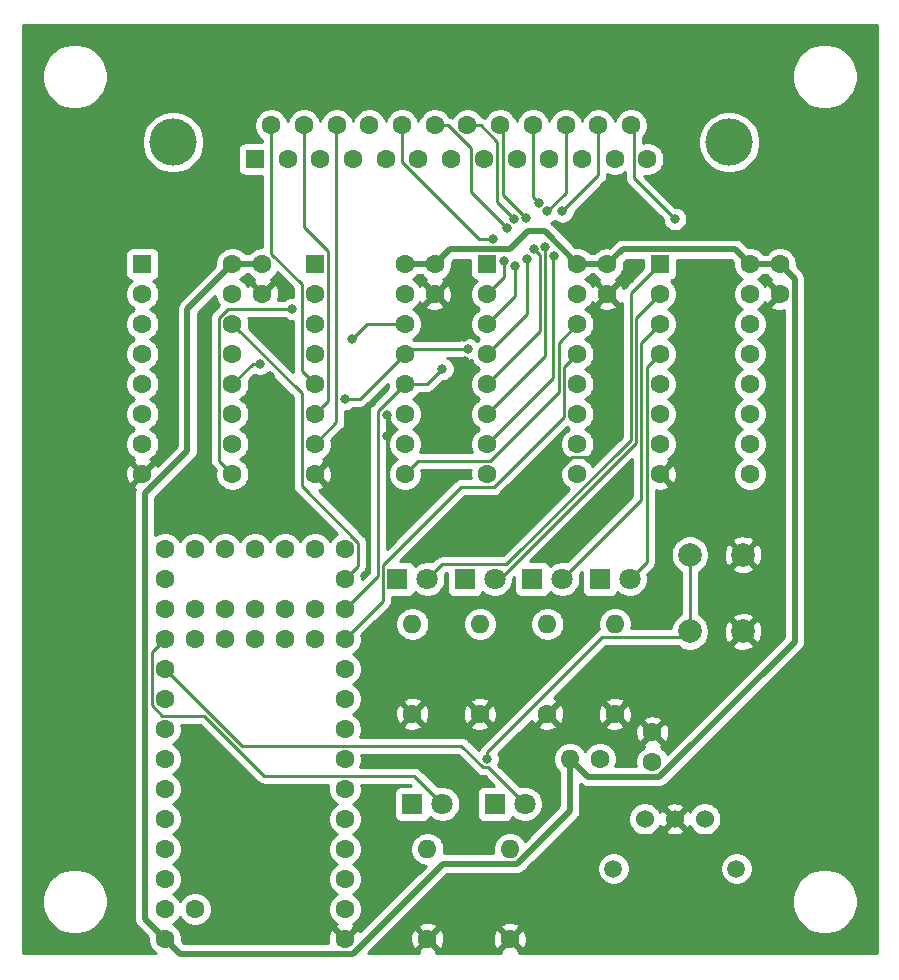
<source format=gbr>
%TF.GenerationSoftware,KiCad,Pcbnew,5.1.9-73d0e3b20d~88~ubuntu18.04.1*%
%TF.CreationDate,2021-08-18T08:01:23-04:00*%
%TF.ProjectId,spdif-decoder,73706469-662d-4646-9563-6f6465722e6b,rev?*%
%TF.SameCoordinates,Original*%
%TF.FileFunction,Copper,L2,Bot*%
%TF.FilePolarity,Positive*%
%FSLAX46Y46*%
G04 Gerber Fmt 4.6, Leading zero omitted, Abs format (unit mm)*
G04 Created by KiCad (PCBNEW 5.1.9-73d0e3b20d~88~ubuntu18.04.1) date 2021-08-18 08:01:23*
%MOMM*%
%LPD*%
G01*
G04 APERTURE LIST*
%TA.AperFunction,ComponentPad*%
%ADD10C,1.500000*%
%TD*%
%TA.AperFunction,ComponentPad*%
%ADD11C,1.524000*%
%TD*%
%TA.AperFunction,ComponentPad*%
%ADD12C,1.600000*%
%TD*%
%TA.AperFunction,ComponentPad*%
%ADD13R,1.600000X1.600000*%
%TD*%
%TA.AperFunction,ComponentPad*%
%ADD14C,4.000000*%
%TD*%
%TA.AperFunction,ComponentPad*%
%ADD15C,2.000000*%
%TD*%
%TA.AperFunction,ComponentPad*%
%ADD16O,1.600000X1.600000*%
%TD*%
%TA.AperFunction,ComponentPad*%
%ADD17C,1.800000*%
%TD*%
%TA.AperFunction,ComponentPad*%
%ADD18R,1.800000X1.800000*%
%TD*%
%TA.AperFunction,ViaPad*%
%ADD19C,0.800000*%
%TD*%
%TA.AperFunction,Conductor*%
%ADD20C,0.500000*%
%TD*%
%TA.AperFunction,Conductor*%
%ADD21C,0.250000*%
%TD*%
%TA.AperFunction,Conductor*%
%ADD22C,0.254000*%
%TD*%
%TA.AperFunction,Conductor*%
%ADD23C,0.100000*%
%TD*%
G04 APERTURE END LIST*
D10*
%TO.P,J2,5*%
%TO.N,Net-(J2-Pad5)*%
X105530000Y-143265000D03*
%TO.P,J2,4*%
%TO.N,Net-(J2-Pad4)*%
X95130000Y-143265000D03*
D11*
%TO.P,J2,3*%
%TO.N,Net-(C5-Pad2)*%
X97790000Y-139065000D03*
%TO.P,J2,2*%
%TO.N,GND*%
X100330000Y-139065000D03*
%TO.P,J2,1*%
%TO.N,SPDIF_IN*%
X102870000Y-139065000D03*
%TD*%
D12*
%TO.P,C4,1*%
%TO.N,GND*%
X109220000Y-94615000D03*
%TO.P,C4,2*%
%TO.N,+5V*%
X109220000Y-92115000D03*
%TD*%
%TO.P,U3,9*%
%TO.N,Net-(U3-Pad9)*%
X77470000Y-109855000D03*
%TO.P,U3,8*%
%TO.N,GND*%
X69850000Y-109855000D03*
%TO.P,U3,16*%
%TO.N,+5V*%
X77470000Y-92075000D03*
%TO.P,U3,15*%
%TO.N,Net-(J1-Pad9)*%
X77470000Y-94615000D03*
%TO.P,U3,14*%
%TO.N,Net-(U2-Pad9)*%
X77470000Y-97155000D03*
%TO.P,U3,13*%
%TO.N,SHIFT_ENABLE*%
X77470000Y-99695000D03*
%TO.P,U3,12*%
%TO.N,LATCH*%
X77470000Y-102235000D03*
%TO.P,U3,11*%
%TO.N,SPI_CLK*%
X77470000Y-104775000D03*
%TO.P,U3,10*%
%TO.N,REG_CLEAR*%
X77470000Y-107315000D03*
%TO.P,U3,7*%
%TO.N,Net-(J1-Pad16)*%
X69850000Y-107315000D03*
%TO.P,U3,6*%
%TO.N,Net-(J1-Pad15)*%
X69850000Y-104775000D03*
%TO.P,U3,5*%
%TO.N,Net-(J1-Pad14)*%
X69850000Y-102235000D03*
%TO.P,U3,4*%
%TO.N,Net-(J1-Pad13)*%
X69850000Y-99695000D03*
%TO.P,U3,3*%
%TO.N,Net-(J1-Pad12)*%
X69850000Y-97155000D03*
%TO.P,U3,2*%
%TO.N,Net-(J1-Pad11)*%
X69850000Y-94615000D03*
D13*
%TO.P,U3,1*%
%TO.N,Net-(J1-Pad10)*%
X69850000Y-92075000D03*
%TD*%
D14*
%TO.P,J1,0*%
%TO.N,N/C*%
X57840000Y-81765000D03*
X104940000Y-81765000D03*
D12*
%TO.P,J1,25*%
%TO.N,Net-(J1-Pad25)*%
X96625000Y-80345000D03*
%TO.P,J1,24*%
%TO.N,Net-(J1-Pad24)*%
X93855000Y-80345000D03*
%TO.P,J1,23*%
%TO.N,Net-(J1-Pad23)*%
X91085000Y-80345000D03*
%TO.P,J1,22*%
%TO.N,Net-(J1-Pad22)*%
X88315000Y-80345000D03*
%TO.P,J1,21*%
%TO.N,Net-(J1-Pad21)*%
X85545000Y-80345000D03*
%TO.P,J1,20*%
%TO.N,Net-(J1-Pad20)*%
X82775000Y-80345000D03*
%TO.P,J1,19*%
%TO.N,Net-(J1-Pad19)*%
X80005000Y-80345000D03*
%TO.P,J1,18*%
%TO.N,Net-(J1-Pad18)*%
X77235000Y-80345000D03*
%TO.P,J1,17*%
%TO.N,Net-(J1-Pad17)*%
X74465000Y-80345000D03*
%TO.P,J1,16*%
%TO.N,Net-(J1-Pad16)*%
X71695000Y-80345000D03*
%TO.P,J1,15*%
%TO.N,Net-(J1-Pad15)*%
X68925000Y-80345000D03*
%TO.P,J1,14*%
%TO.N,Net-(J1-Pad14)*%
X66155000Y-80345000D03*
%TO.P,J1,13*%
%TO.N,Net-(J1-Pad13)*%
X98010000Y-83185000D03*
%TO.P,J1,12*%
%TO.N,Net-(J1-Pad12)*%
X95240000Y-83185000D03*
%TO.P,J1,11*%
%TO.N,Net-(J1-Pad11)*%
X92470000Y-83185000D03*
%TO.P,J1,10*%
%TO.N,Net-(J1-Pad10)*%
X89700000Y-83185000D03*
%TO.P,J1,9*%
%TO.N,Net-(J1-Pad9)*%
X86930000Y-83185000D03*
%TO.P,J1,8*%
%TO.N,Net-(J1-Pad8)*%
X84160000Y-83185000D03*
%TO.P,J1,7*%
%TO.N,Net-(J1-Pad7)*%
X81390000Y-83185000D03*
%TO.P,J1,6*%
%TO.N,Net-(J1-Pad6)*%
X78620000Y-83185000D03*
%TO.P,J1,5*%
%TO.N,Net-(J1-Pad5)*%
X75850000Y-83185000D03*
%TO.P,J1,4*%
%TO.N,Net-(J1-Pad4)*%
X73080000Y-83185000D03*
%TO.P,J1,3*%
%TO.N,Net-(J1-Pad3)*%
X70310000Y-83185000D03*
%TO.P,J1,2*%
%TO.N,Net-(J1-Pad2)*%
X67540000Y-83185000D03*
D13*
%TO.P,J1,1*%
%TO.N,Net-(J1-Pad1)*%
X64770000Y-83185000D03*
%TD*%
D15*
%TO.P,SW1,1*%
%TO.N,CONFIG*%
X101600000Y-116690000D03*
%TO.P,SW1,2*%
%TO.N,GND*%
X106100000Y-116690000D03*
%TO.P,SW1,1*%
%TO.N,CONFIG*%
X101600000Y-123190000D03*
%TO.P,SW1,2*%
%TO.N,GND*%
X106100000Y-123190000D03*
%TD*%
D13*
%TO.P,U5,1*%
%TO.N,LED_BIT0*%
X99060000Y-92075000D03*
D12*
%TO.P,U5,2*%
%TO.N,LED_BIT1*%
X99060000Y-94615000D03*
%TO.P,U5,3*%
%TO.N,LED_BIT2*%
X99060000Y-97155000D03*
%TO.P,U5,4*%
%TO.N,LED_BIT3*%
X99060000Y-99695000D03*
%TO.P,U5,5*%
%TO.N,Net-(U5-Pad5)*%
X99060000Y-102235000D03*
%TO.P,U5,6*%
%TO.N,Net-(U5-Pad6)*%
X99060000Y-104775000D03*
%TO.P,U5,7*%
%TO.N,Net-(U5-Pad7)*%
X99060000Y-107315000D03*
%TO.P,U5,10*%
%TO.N,REG_CLEAR*%
X106680000Y-107315000D03*
%TO.P,U5,11*%
%TO.N,SPI_CLK*%
X106680000Y-104775000D03*
%TO.P,U5,12*%
%TO.N,LATCH*%
X106680000Y-102235000D03*
%TO.P,U5,13*%
%TO.N,SHIFT_ENABLE*%
X106680000Y-99695000D03*
%TO.P,U5,14*%
%TO.N,Net-(U4-Pad9)*%
X106680000Y-97155000D03*
%TO.P,U5,15*%
%TO.N,Net-(J1-Pad25)*%
X106680000Y-94615000D03*
%TO.P,U5,16*%
%TO.N,+5V*%
X106680000Y-92075000D03*
%TO.P,U5,8*%
%TO.N,GND*%
X99060000Y-109855000D03*
%TO.P,U5,9*%
%TO.N,Net-(U5-Pad9)*%
X106680000Y-109855000D03*
%TD*%
%TO.P,U4,9*%
%TO.N,Net-(U4-Pad9)*%
X92075000Y-109855000D03*
%TO.P,U4,8*%
%TO.N,GND*%
X84455000Y-109855000D03*
%TO.P,U4,16*%
%TO.N,+5V*%
X92075000Y-92075000D03*
%TO.P,U4,15*%
%TO.N,Net-(J1-Pad17)*%
X92075000Y-94615000D03*
%TO.P,U4,14*%
%TO.N,Net-(U3-Pad9)*%
X92075000Y-97155000D03*
%TO.P,U4,13*%
%TO.N,SHIFT_ENABLE*%
X92075000Y-99695000D03*
%TO.P,U4,12*%
%TO.N,LATCH*%
X92075000Y-102235000D03*
%TO.P,U4,11*%
%TO.N,SPI_CLK*%
X92075000Y-104775000D03*
%TO.P,U4,10*%
%TO.N,REG_CLEAR*%
X92075000Y-107315000D03*
%TO.P,U4,7*%
%TO.N,Net-(J1-Pad24)*%
X84455000Y-107315000D03*
%TO.P,U4,6*%
%TO.N,Net-(J1-Pad23)*%
X84455000Y-104775000D03*
%TO.P,U4,5*%
%TO.N,Net-(J1-Pad22)*%
X84455000Y-102235000D03*
%TO.P,U4,4*%
%TO.N,Net-(J1-Pad21)*%
X84455000Y-99695000D03*
%TO.P,U4,3*%
%TO.N,Net-(J1-Pad20)*%
X84455000Y-97155000D03*
%TO.P,U4,2*%
%TO.N,Net-(J1-Pad19)*%
X84455000Y-94615000D03*
D13*
%TO.P,U4,1*%
%TO.N,Net-(J1-Pad18)*%
X84455000Y-92075000D03*
%TD*%
D12*
%TO.P,U2,9*%
%TO.N,Net-(U2-Pad9)*%
X62865000Y-109855000D03*
%TO.P,U2,8*%
%TO.N,GND*%
X55245000Y-109855000D03*
%TO.P,U2,16*%
%TO.N,+5V*%
X62865000Y-92075000D03*
%TO.P,U2,15*%
%TO.N,Net-(J1-Pad1)*%
X62865000Y-94615000D03*
%TO.P,U2,14*%
%TO.N,SPI_MOSI*%
X62865000Y-97155000D03*
%TO.P,U2,13*%
%TO.N,SHIFT_ENABLE*%
X62865000Y-99695000D03*
%TO.P,U2,12*%
%TO.N,LATCH*%
X62865000Y-102235000D03*
%TO.P,U2,11*%
%TO.N,SPI_CLK*%
X62865000Y-104775000D03*
%TO.P,U2,10*%
%TO.N,REG_CLEAR*%
X62865000Y-107315000D03*
%TO.P,U2,7*%
%TO.N,Net-(J1-Pad8)*%
X55245000Y-107315000D03*
%TO.P,U2,6*%
%TO.N,Net-(J1-Pad7)*%
X55245000Y-104775000D03*
%TO.P,U2,5*%
%TO.N,Net-(J1-Pad6)*%
X55245000Y-102235000D03*
%TO.P,U2,4*%
%TO.N,Net-(J1-Pad5)*%
X55245000Y-99695000D03*
%TO.P,U2,3*%
%TO.N,Net-(J1-Pad4)*%
X55245000Y-97155000D03*
%TO.P,U2,2*%
%TO.N,Net-(J1-Pad3)*%
X55245000Y-94615000D03*
D13*
%TO.P,U2,1*%
%TO.N,Net-(J1-Pad2)*%
X55245000Y-92075000D03*
%TD*%
D12*
%TO.P,U1,44*%
%TO.N,Net-(U1-Pad44)*%
X69850000Y-123825000D03*
%TO.P,U1,43*%
%TO.N,Net-(U1-Pad43)*%
X69850000Y-121285000D03*
%TO.P,U1,42*%
%TO.N,Net-(U1-Pad42)*%
X67310000Y-123825000D03*
%TO.P,U1,41*%
%TO.N,Net-(U1-Pad41)*%
X67310000Y-121285000D03*
%TO.P,U1,40*%
%TO.N,Net-(U1-Pad40)*%
X64770000Y-123825000D03*
%TO.P,U1,39*%
%TO.N,Net-(U1-Pad39)*%
X64770000Y-121285000D03*
%TO.P,U1,38*%
%TO.N,Net-(U1-Pad38)*%
X62230000Y-123825000D03*
%TO.P,U1,37*%
%TO.N,Net-(U1-Pad37)*%
X62230000Y-121285000D03*
%TO.P,U1,36*%
%TO.N,Net-(U1-Pad36)*%
X59690000Y-123825000D03*
%TO.P,U1,35*%
%TO.N,Net-(U1-Pad35)*%
X59690000Y-121285000D03*
%TO.P,U1,1*%
%TO.N,GND*%
X72390000Y-149225000D03*
%TO.P,U1,2*%
%TO.N,Net-(U1-Pad2)*%
X72390000Y-146685000D03*
%TO.P,U1,3*%
%TO.N,Net-(U1-Pad3)*%
X72390000Y-144145000D03*
%TO.P,U1,4*%
%TO.N,Net-(U1-Pad4)*%
X72390000Y-141605000D03*
%TO.P,U1,5*%
%TO.N,Net-(U1-Pad5)*%
X72390000Y-139065000D03*
%TO.P,U1,6*%
%TO.N,Net-(U1-Pad6)*%
X72390000Y-136525000D03*
%TO.P,U1,7*%
%TO.N,CONFIG*%
X72390000Y-133985000D03*
%TO.P,U1,8*%
%TO.N,Net-(U1-Pad8)*%
X72390000Y-131445000D03*
%TO.P,U1,9*%
%TO.N,Net-(U1-Pad9)*%
X72390000Y-128905000D03*
%TO.P,U1,10*%
%TO.N,REG_CLEAR*%
X72390000Y-126365000D03*
%TO.P,U1,11*%
%TO.N,SHIFT_ENABLE*%
X72390000Y-123825000D03*
%TO.P,U1,12*%
%TO.N,LATCH*%
X72390000Y-121285000D03*
%TO.P,U1,13*%
%TO.N,SPI_MOSI*%
X72390000Y-118745000D03*
%TO.P,U1,34*%
%TO.N,Net-(U1-Pad34)*%
X59690000Y-146685000D03*
%TO.P,U1,33*%
%TO.N,+5V*%
X57150000Y-149225000D03*
%TO.P,U1,32*%
%TO.N,Net-(U1-Pad32)*%
X57150000Y-146685000D03*
%TO.P,U1,31*%
%TO.N,Net-(U1-Pad31)*%
X57150000Y-144145000D03*
%TO.P,U1,30*%
%TO.N,Net-(U1-Pad30)*%
X57150000Y-141605000D03*
%TO.P,U1,29*%
%TO.N,Net-(U1-Pad29)*%
X57150000Y-139065000D03*
%TO.P,U1,28*%
%TO.N,Net-(U1-Pad28)*%
X57150000Y-136525000D03*
%TO.P,U1,27*%
%TO.N,Net-(U1-Pad27)*%
X57150000Y-133985000D03*
%TO.P,U1,26*%
%TO.N,Net-(U1-Pad26)*%
X57150000Y-131445000D03*
%TO.P,U1,25*%
%TO.N,Net-(U1-Pad25)*%
X57150000Y-128905000D03*
%TO.P,U1,24*%
%TO.N,LED_SPDIF*%
X57150000Y-126365000D03*
%TO.P,U1,23*%
%TO.N,LED_POW*%
X57150000Y-123825000D03*
%TO.P,U1,22*%
%TO.N,SPDIF_IN*%
X57150000Y-121285000D03*
%TO.P,U1,21*%
%TO.N,Net-(U1-Pad21)*%
X57150000Y-118745000D03*
%TO.P,U1,14*%
%TO.N,Net-(U1-Pad14)*%
X72390000Y-116205000D03*
%TO.P,U1,15*%
%TO.N,Net-(U1-Pad15)*%
X69850000Y-116205000D03*
%TO.P,U1,16*%
%TO.N,Net-(U1-Pad16)*%
X67310000Y-116205000D03*
%TO.P,U1,20*%
%TO.N,SPI_CLK*%
X57150000Y-116205000D03*
%TO.P,U1,19*%
%TO.N,Net-(U1-Pad19)*%
X59690000Y-116205000D03*
%TO.P,U1,18*%
%TO.N,Net-(U1-Pad18)*%
X62230000Y-116205000D03*
%TO.P,U1,17*%
%TO.N,Net-(U1-Pad17)*%
X64770000Y-116205000D03*
%TD*%
D16*
%TO.P,R2,2*%
%TO.N,Net-(D2-Pad1)*%
X86360000Y-141605000D03*
D12*
%TO.P,R2,1*%
%TO.N,GND*%
X86360000Y-149225000D03*
%TD*%
D16*
%TO.P,R6,2*%
%TO.N,Net-(D6-Pad1)*%
X95250000Y-122555000D03*
D12*
%TO.P,R6,1*%
%TO.N,GND*%
X95250000Y-130175000D03*
%TD*%
D16*
%TO.P,R5,2*%
%TO.N,Net-(D5-Pad1)*%
X89535000Y-122555000D03*
D12*
%TO.P,R5,1*%
%TO.N,GND*%
X89535000Y-130175000D03*
%TD*%
D16*
%TO.P,R4,2*%
%TO.N,Net-(D4-Pad1)*%
X83820000Y-122555000D03*
D12*
%TO.P,R4,1*%
%TO.N,GND*%
X83820000Y-130175000D03*
%TD*%
D16*
%TO.P,R3,2*%
%TO.N,Net-(D3-Pad1)*%
X78105000Y-122555000D03*
D12*
%TO.P,R3,1*%
%TO.N,GND*%
X78105000Y-130175000D03*
%TD*%
D16*
%TO.P,R1,2*%
%TO.N,Net-(D1-Pad1)*%
X79375000Y-141605000D03*
D12*
%TO.P,R1,1*%
%TO.N,GND*%
X79375000Y-149225000D03*
%TD*%
D16*
%TO.P,L1,2*%
%TO.N,+5V*%
X91440000Y-133985000D03*
D12*
%TO.P,L1,1*%
%TO.N,Net-(C5-Pad2)*%
X93980000Y-133985000D03*
%TD*%
D17*
%TO.P,D2,2*%
%TO.N,LED_SPDIF*%
X87630000Y-137795000D03*
D18*
%TO.P,D2,1*%
%TO.N,Net-(D2-Pad1)*%
X85090000Y-137795000D03*
%TD*%
D17*
%TO.P,D6,2*%
%TO.N,LED_BIT3*%
X96520000Y-118745000D03*
D18*
%TO.P,D6,1*%
%TO.N,Net-(D6-Pad1)*%
X93980000Y-118745000D03*
%TD*%
D17*
%TO.P,D5,2*%
%TO.N,LED_BIT2*%
X90805000Y-118745000D03*
D18*
%TO.P,D5,1*%
%TO.N,Net-(D5-Pad1)*%
X88265000Y-118745000D03*
%TD*%
D17*
%TO.P,D4,2*%
%TO.N,LED_BIT1*%
X85090000Y-118745000D03*
D18*
%TO.P,D4,1*%
%TO.N,Net-(D4-Pad1)*%
X82550000Y-118745000D03*
%TD*%
D17*
%TO.P,D3,2*%
%TO.N,LED_BIT0*%
X79375000Y-118745000D03*
D18*
%TO.P,D3,1*%
%TO.N,Net-(D3-Pad1)*%
X76835000Y-118745000D03*
%TD*%
D17*
%TO.P,D1,2*%
%TO.N,LED_POW*%
X80645000Y-137795000D03*
D18*
%TO.P,D1,1*%
%TO.N,Net-(D1-Pad1)*%
X78105000Y-137795000D03*
%TD*%
D12*
%TO.P,C5,2*%
%TO.N,Net-(C5-Pad2)*%
X98425000Y-134239000D03*
%TO.P,C5,1*%
%TO.N,GND*%
X98425000Y-131739000D03*
%TD*%
%TO.P,C3,2*%
%TO.N,+5V*%
X94615000Y-92115000D03*
%TO.P,C3,1*%
%TO.N,GND*%
X94615000Y-94615000D03*
%TD*%
%TO.P,C2,2*%
%TO.N,+5V*%
X80010000Y-92115000D03*
%TO.P,C2,1*%
%TO.N,GND*%
X80010000Y-94615000D03*
%TD*%
%TO.P,C1,2*%
%TO.N,+5V*%
X65405000Y-92115000D03*
%TO.P,C1,1*%
%TO.N,GND*%
X65405000Y-94615000D03*
%TD*%
D19*
%TO.N,GND*%
X67310000Y-99695000D03*
X64135000Y-140335000D03*
X66675000Y-137160000D03*
X62230000Y-136525000D03*
X96520000Y-92075000D03*
X96520000Y-93345000D03*
X82550000Y-100330000D03*
X82512080Y-98295373D03*
X81280000Y-113665000D03*
X83185000Y-113665000D03*
X85090000Y-113665000D03*
X86995000Y-113665000D03*
X94615000Y-111760000D03*
X93345000Y-113030000D03*
X92075000Y-114300000D03*
X90805000Y-115570000D03*
X60960000Y-113030000D03*
X63500000Y-113030000D03*
X66040000Y-113030000D03*
X68580000Y-113030000D03*
X102870000Y-107315000D03*
X102870000Y-104775000D03*
X102870000Y-102235000D03*
X102870000Y-99695000D03*
X94615000Y-97155000D03*
X94615000Y-99695000D03*
X94615000Y-102235000D03*
X73025000Y-109855000D03*
X73660000Y-111760000D03*
X80010000Y-107315000D03*
X81280000Y-107315000D03*
X82550000Y-107315000D03*
X66040000Y-101600000D03*
X66040000Y-97790000D03*
X80010000Y-109855000D03*
X81280000Y-109855000D03*
X82550000Y-109855000D03*
X94615000Y-104775000D03*
X94615000Y-107315000D03*
X78105000Y-113030000D03*
X73025000Y-107315000D03*
X73660000Y-104775000D03*
X75946000Y-104902000D03*
X75946000Y-106680000D03*
%TO.N,SHIFT_ENABLE*%
X72390000Y-103505000D03*
X82792851Y-99255160D03*
%TO.N,LATCH*%
X80645000Y-100965000D03*
X65209840Y-100525160D03*
%TO.N,Net-(U2-Pad9)*%
X67945000Y-95885000D03*
X73025000Y-98425000D03*
%TO.N,Net-(J1-Pad25)*%
X100330000Y-88265000D03*
%TO.N,Net-(J1-Pad24)*%
X90805000Y-87630000D03*
X90094839Y-91364839D03*
%TO.N,Net-(J1-Pad23)*%
X89535000Y-87630000D03*
X89373948Y-90671773D03*
%TO.N,Net-(J1-Pad22)*%
X88827885Y-86922885D03*
X88385010Y-90820178D03*
%TO.N,Net-(J1-Pad21)*%
X87742582Y-88203238D03*
X87818782Y-91644441D03*
%TO.N,Net-(J1-Pad20)*%
X86835364Y-92282319D03*
X86745965Y-88285574D03*
%TO.N,Net-(J1-Pad19)*%
X85855012Y-91784839D03*
X86126835Y-89070877D03*
%TO.N,Net-(J1-Pad18)*%
X84974991Y-89964981D03*
%TO.N,CONFIG*%
X84455000Y-133985000D03*
%TD*%
D20*
%TO.N,+5V*%
X58400001Y-150475001D02*
X73044999Y-150475001D01*
X57150000Y-149225000D02*
X58400001Y-150475001D01*
X86960001Y-142855001D02*
X91440000Y-138375002D01*
X80664999Y-142855001D02*
X86960001Y-142855001D01*
X73044999Y-150475001D02*
X80664999Y-142855001D01*
X65365000Y-92075000D02*
X65405000Y-92115000D01*
X62865000Y-92075000D02*
X65365000Y-92075000D01*
X106720000Y-92115000D02*
X106680000Y-92075000D01*
X109220000Y-92115000D02*
X106720000Y-92115000D01*
X77510000Y-92115000D02*
X77470000Y-92075000D01*
X80010000Y-92115000D02*
X77510000Y-92115000D01*
X57150000Y-149225000D02*
X55449989Y-147524989D01*
X55449989Y-147524989D02*
X55449989Y-111500013D01*
X55449989Y-111500013D02*
X59055000Y-107895002D01*
X59055000Y-107895002D02*
X59055000Y-95885000D01*
X59055000Y-95885000D02*
X62865000Y-92075000D01*
X86351997Y-90824999D02*
X81300001Y-90824999D01*
X89319998Y-89319998D02*
X87856998Y-89319998D01*
X81300001Y-90824999D02*
X80010000Y-92115000D01*
X87856998Y-89319998D02*
X86351997Y-90824999D01*
X92075000Y-92075000D02*
X89319998Y-89319998D01*
X94575000Y-92075000D02*
X94615000Y-92115000D01*
X92075000Y-92075000D02*
X94575000Y-92075000D01*
X105429999Y-90824999D02*
X106680000Y-92075000D01*
X95905001Y-90824999D02*
X105429999Y-90824999D01*
X94615000Y-92115000D02*
X95905001Y-90824999D01*
X91440000Y-138375002D02*
X91440000Y-133985000D01*
X92944001Y-135489001D02*
X91440000Y-133985000D01*
X99025001Y-135489001D02*
X92944001Y-135489001D01*
X110470001Y-124044001D02*
X99025001Y-135489001D01*
X110470001Y-93365001D02*
X110470001Y-124044001D01*
X109220000Y-92115000D02*
X110470001Y-93365001D01*
D21*
%TO.N,GND*%
X67310000Y-99060000D02*
X66040000Y-97790000D01*
X67310000Y-99695000D02*
X67310000Y-99060000D01*
X94615000Y-97155000D02*
X94615000Y-99695000D01*
X94615000Y-102235000D02*
X94615000Y-99695000D01*
X94615000Y-102235000D02*
X94615000Y-104775000D01*
X94615000Y-107315000D02*
X94615000Y-104775000D01*
X86995000Y-113099315D02*
X86995000Y-113665000D01*
X91654314Y-108440001D02*
X86995000Y-113099315D01*
X93489999Y-108440001D02*
X91654314Y-108440001D01*
X94615000Y-107315000D02*
X93489999Y-108440001D01*
X73025000Y-109855000D02*
X73025000Y-107315000D01*
X73660000Y-106680000D02*
X73025000Y-107315000D01*
X73660000Y-104775000D02*
X73660000Y-106680000D01*
%TO.N,LED_POW*%
X78249999Y-135399999D02*
X80645000Y-137795000D01*
X65548589Y-135399999D02*
X78249999Y-135399999D01*
X60468589Y-130319999D02*
X65548589Y-135399999D01*
X56899997Y-130319999D02*
X60468589Y-130319999D01*
X56024999Y-129445001D02*
X56899997Y-130319999D01*
X56024999Y-124950001D02*
X56024999Y-129445001D01*
X57150000Y-123825000D02*
X56024999Y-124950001D01*
%TO.N,Net-(J1-Pad16)*%
X71695000Y-80345000D02*
X71664999Y-80375001D01*
X71664999Y-80375001D02*
X71664999Y-105500001D01*
X71664999Y-105500001D02*
X69850000Y-107315000D01*
%TO.N,SHIFT_ENABLE*%
X73660000Y-103505000D02*
X77470000Y-99695000D01*
X72390000Y-103505000D02*
X73660000Y-103505000D01*
X77909840Y-99255160D02*
X82792851Y-99255160D01*
X77470000Y-99695000D02*
X77909840Y-99255160D01*
X90949999Y-105025003D02*
X90949999Y-100820001D01*
X84995001Y-110980001D02*
X90949999Y-105025003D01*
X82214997Y-110980001D02*
X84995001Y-110980001D01*
X75609999Y-117584999D02*
X82214997Y-110980001D01*
X75609999Y-120605000D02*
X75609999Y-117584999D01*
X90949999Y-100820001D02*
X92075000Y-99695000D01*
X72390000Y-123825000D02*
X75609999Y-120605000D01*
%TO.N,LATCH*%
X79375000Y-102235000D02*
X77470000Y-102235000D01*
X80645000Y-100965000D02*
X79375000Y-102235000D01*
X62865000Y-102235000D02*
X64574840Y-100525160D01*
X64574840Y-100525160D02*
X65209840Y-100525160D01*
X75159988Y-118515012D02*
X75159988Y-104545012D01*
X75159988Y-104545012D02*
X77470000Y-102235000D01*
X72390000Y-121285000D02*
X75159988Y-118515012D01*
%TO.N,SPI_MOSI*%
X73515001Y-117619999D02*
X73515001Y-115664999D01*
X68724999Y-103014999D02*
X62865000Y-97155000D01*
X72390000Y-118745000D02*
X73515001Y-117619999D01*
X73515001Y-115664999D02*
X68724999Y-110874997D01*
X68724999Y-110874997D02*
X68724999Y-103014999D01*
%TO.N,LED_SPDIF*%
X84545001Y-134710001D02*
X87630000Y-137795000D01*
X57150000Y-126365000D02*
X63644999Y-132859999D01*
X63644999Y-132859999D02*
X82256997Y-132859999D01*
X82256997Y-132859999D02*
X84106999Y-134710001D01*
X84106999Y-134710001D02*
X84545001Y-134710001D01*
%TO.N,Net-(U2-Pad9)*%
X62469998Y-95885000D02*
X67945000Y-95885000D01*
X61739999Y-96614999D02*
X62469998Y-95885000D01*
X61739999Y-108729999D02*
X61739999Y-96614999D01*
X62865000Y-109855000D02*
X61739999Y-108729999D01*
X74295000Y-97155000D02*
X77470000Y-97155000D01*
X73025000Y-98425000D02*
X74295000Y-97155000D01*
%TO.N,Net-(U3-Pad9)*%
X90499988Y-98730012D02*
X92075000Y-97155000D01*
X78595001Y-108729999D02*
X84705003Y-108729999D01*
X77470000Y-109855000D02*
X78595001Y-108729999D01*
X90499988Y-102935014D02*
X90499988Y-98730012D01*
X84705003Y-108729999D02*
X90499988Y-102935014D01*
%TO.N,Net-(J1-Pad15)*%
X70975001Y-91014999D02*
X70975001Y-103649999D01*
X70975001Y-103649999D02*
X69850000Y-104775000D01*
X68925000Y-88964998D02*
X70975001Y-91014999D01*
X68925000Y-80345000D02*
X68925000Y-88964998D01*
%TO.N,Net-(J1-Pad14)*%
X68724999Y-101109999D02*
X69850000Y-102235000D01*
X68724999Y-93769997D02*
X68724999Y-101109999D01*
X66155000Y-91199998D02*
X68724999Y-93769997D01*
X66155000Y-80345000D02*
X66155000Y-91199998D01*
%TO.N,Net-(J1-Pad1)*%
X64770000Y-83185000D02*
X65260001Y-83675001D01*
%TO.N,Net-(J1-Pad25)*%
X96884999Y-80604999D02*
X96625000Y-80345000D01*
X96884999Y-84819999D02*
X96884999Y-80604999D01*
X100330000Y-88265000D02*
X96884999Y-84819999D01*
%TO.N,Net-(J1-Pad24)*%
X93855000Y-84580000D02*
X90805000Y-87630000D01*
X93855000Y-80345000D02*
X93855000Y-84580000D01*
X90049977Y-101720023D02*
X90049977Y-91409701D01*
X90049977Y-91409701D02*
X90094839Y-91364839D01*
X84455000Y-107315000D02*
X90049977Y-101720023D01*
%TO.N,Net-(J1-Pad23)*%
X91085000Y-86080000D02*
X89535000Y-87630000D01*
X91085000Y-80345000D02*
X91085000Y-86080000D01*
X84455000Y-104775000D02*
X89369838Y-99860162D01*
X89369838Y-90675883D02*
X89373948Y-90671773D01*
X89369838Y-99860162D02*
X89369838Y-90675883D01*
%TO.N,Net-(J1-Pad22)*%
X88315000Y-86410000D02*
X88827885Y-86922885D01*
X88315000Y-80345000D02*
X88315000Y-86410000D01*
X84455000Y-102235000D02*
X88900000Y-97790000D01*
X88900000Y-91335168D02*
X88385010Y-90820178D01*
X88900000Y-97790000D02*
X88900000Y-91335168D01*
%TO.N,Net-(J1-Pad21)*%
X85755002Y-80555002D02*
X85755002Y-86215658D01*
X85755002Y-86215658D02*
X87742582Y-88203238D01*
X85545000Y-80345000D02*
X85755002Y-80555002D01*
X84455000Y-99695000D02*
X87818782Y-96331218D01*
X87818782Y-96331218D02*
X87818782Y-91644441D01*
%TO.N,Net-(J1-Pad20)*%
X86835364Y-94774636D02*
X86835364Y-92282319D01*
X84455000Y-97155000D02*
X86835364Y-94774636D01*
X83906370Y-80345000D02*
X85285001Y-81723631D01*
X85285001Y-81723631D02*
X85285001Y-86824610D01*
X85285001Y-86824610D02*
X86745965Y-88285574D01*
X82775000Y-80345000D02*
X83906370Y-80345000D01*
%TO.N,Net-(J1-Pad19)*%
X85855012Y-93214988D02*
X85855012Y-91784839D01*
X84455000Y-94615000D02*
X85855012Y-93214988D01*
X80005000Y-80345000D02*
X81136370Y-80345000D01*
X83034999Y-85979041D02*
X86126835Y-89070877D01*
X81136370Y-80345000D02*
X83034999Y-82243629D01*
X83034999Y-82243629D02*
X83034999Y-85979041D01*
%TO.N,Net-(J1-Pad18)*%
X77235000Y-83465002D02*
X83734979Y-89964981D01*
X83734979Y-89964981D02*
X84974991Y-89964981D01*
X77235000Y-80345000D02*
X77235000Y-83465002D01*
%TO.N,LED_BIT0*%
X96584967Y-107010035D02*
X86075003Y-117519999D01*
X96584967Y-94550033D02*
X96584967Y-107010035D01*
X86075003Y-117519999D02*
X80600001Y-117519999D01*
X99060000Y-92075000D02*
X96584967Y-94550033D01*
X80600001Y-117519999D02*
X79375000Y-118745000D01*
%TO.N,LED_BIT1*%
X99060000Y-94615000D02*
X97034979Y-96640021D01*
X97034979Y-96640021D02*
X97034978Y-107196435D01*
X97034978Y-107196435D02*
X85486413Y-118745000D01*
X85486413Y-118745000D02*
X85090000Y-118745000D01*
%TO.N,LED_BIT2*%
X97484988Y-112065012D02*
X90805000Y-118745000D01*
X97484988Y-98730012D02*
X97484988Y-112065012D01*
X99060000Y-97155000D02*
X97484988Y-98730012D01*
%TO.N,LED_BIT3*%
X99060000Y-99695000D02*
X97934999Y-100820001D01*
X97934999Y-100820001D02*
X97934999Y-117330001D01*
X97934999Y-117330001D02*
X96520000Y-118745000D01*
%TO.N,CONFIG*%
X101109999Y-123680001D02*
X101600000Y-123190000D01*
X94194315Y-123680001D02*
X101109999Y-123680001D01*
X84455000Y-133419315D02*
X94194315Y-123680001D01*
X84455000Y-133985000D02*
X84455000Y-133419315D01*
X101600000Y-123190000D02*
X101600000Y-116690000D01*
%TD*%
D22*
%TO.N,GND*%
X117425001Y-150445000D02*
X87106405Y-150445000D01*
X87173097Y-150217702D01*
X86360000Y-149404605D01*
X85546903Y-150217702D01*
X85613595Y-150445000D01*
X80121405Y-150445000D01*
X80188097Y-150217702D01*
X79375000Y-149404605D01*
X78561903Y-150217702D01*
X78628595Y-150445000D01*
X74326578Y-150445000D01*
X75476066Y-149295512D01*
X77934783Y-149295512D01*
X77976213Y-149575130D01*
X78071397Y-149841292D01*
X78138329Y-149966514D01*
X78382298Y-150038097D01*
X79195395Y-149225000D01*
X79554605Y-149225000D01*
X80367702Y-150038097D01*
X80611671Y-149966514D01*
X80732571Y-149711004D01*
X80801300Y-149436816D01*
X80808265Y-149295512D01*
X84919783Y-149295512D01*
X84961213Y-149575130D01*
X85056397Y-149841292D01*
X85123329Y-149966514D01*
X85367298Y-150038097D01*
X86180395Y-149225000D01*
X86539605Y-149225000D01*
X87352702Y-150038097D01*
X87596671Y-149966514D01*
X87717571Y-149711004D01*
X87786300Y-149436816D01*
X87800217Y-149154488D01*
X87758787Y-148874870D01*
X87663603Y-148608708D01*
X87596671Y-148483486D01*
X87352702Y-148411903D01*
X86539605Y-149225000D01*
X86180395Y-149225000D01*
X85367298Y-148411903D01*
X85123329Y-148483486D01*
X85002429Y-148738996D01*
X84933700Y-149013184D01*
X84919783Y-149295512D01*
X80808265Y-149295512D01*
X80815217Y-149154488D01*
X80773787Y-148874870D01*
X80678603Y-148608708D01*
X80611671Y-148483486D01*
X80367702Y-148411903D01*
X79554605Y-149225000D01*
X79195395Y-149225000D01*
X78382298Y-148411903D01*
X78138329Y-148483486D01*
X78017429Y-148738996D01*
X77948700Y-149013184D01*
X77934783Y-149295512D01*
X75476066Y-149295512D01*
X76539280Y-148232298D01*
X78561903Y-148232298D01*
X79375000Y-149045395D01*
X80188097Y-148232298D01*
X85546903Y-148232298D01*
X86360000Y-149045395D01*
X87173097Y-148232298D01*
X87101514Y-147988329D01*
X86846004Y-147867429D01*
X86571816Y-147798700D01*
X86289488Y-147784783D01*
X86009870Y-147826213D01*
X85743708Y-147921397D01*
X85618486Y-147988329D01*
X85546903Y-148232298D01*
X80188097Y-148232298D01*
X80116514Y-147988329D01*
X79861004Y-147867429D01*
X79586816Y-147798700D01*
X79304488Y-147784783D01*
X79024870Y-147826213D01*
X78758708Y-147921397D01*
X78633486Y-147988329D01*
X78561903Y-148232298D01*
X76539280Y-148232298D01*
X78995877Y-145775701D01*
X110245000Y-145775701D01*
X110245000Y-146324299D01*
X110352026Y-146862354D01*
X110561965Y-147369192D01*
X110866750Y-147825334D01*
X111254666Y-148213250D01*
X111710808Y-148518035D01*
X112217646Y-148727974D01*
X112755701Y-148835000D01*
X113304299Y-148835000D01*
X113842354Y-148727974D01*
X114349192Y-148518035D01*
X114805334Y-148213250D01*
X115193250Y-147825334D01*
X115498035Y-147369192D01*
X115707974Y-146862354D01*
X115815000Y-146324299D01*
X115815000Y-145775701D01*
X115707974Y-145237646D01*
X115498035Y-144730808D01*
X115193250Y-144274666D01*
X114805334Y-143886750D01*
X114349192Y-143581965D01*
X113842354Y-143372026D01*
X113304299Y-143265000D01*
X112755701Y-143265000D01*
X112217646Y-143372026D01*
X111710808Y-143581965D01*
X111254666Y-143886750D01*
X110866750Y-144274666D01*
X110561965Y-144730808D01*
X110352026Y-145237646D01*
X110245000Y-145775701D01*
X78995877Y-145775701D01*
X81031578Y-143740001D01*
X86916532Y-143740001D01*
X86960001Y-143744282D01*
X87003470Y-143740001D01*
X87003478Y-143740001D01*
X87133491Y-143727196D01*
X87300314Y-143676590D01*
X87454060Y-143594412D01*
X87588818Y-143483818D01*
X87616535Y-143450045D01*
X87937991Y-143128589D01*
X93745000Y-143128589D01*
X93745000Y-143401411D01*
X93798225Y-143668989D01*
X93902629Y-143921043D01*
X94054201Y-144147886D01*
X94247114Y-144340799D01*
X94473957Y-144492371D01*
X94726011Y-144596775D01*
X94993589Y-144650000D01*
X95266411Y-144650000D01*
X95533989Y-144596775D01*
X95786043Y-144492371D01*
X96012886Y-144340799D01*
X96205799Y-144147886D01*
X96357371Y-143921043D01*
X96461775Y-143668989D01*
X96515000Y-143401411D01*
X96515000Y-143128589D01*
X104145000Y-143128589D01*
X104145000Y-143401411D01*
X104198225Y-143668989D01*
X104302629Y-143921043D01*
X104454201Y-144147886D01*
X104647114Y-144340799D01*
X104873957Y-144492371D01*
X105126011Y-144596775D01*
X105393589Y-144650000D01*
X105666411Y-144650000D01*
X105933989Y-144596775D01*
X106186043Y-144492371D01*
X106412886Y-144340799D01*
X106605799Y-144147886D01*
X106757371Y-143921043D01*
X106861775Y-143668989D01*
X106915000Y-143401411D01*
X106915000Y-143128589D01*
X106861775Y-142861011D01*
X106757371Y-142608957D01*
X106605799Y-142382114D01*
X106412886Y-142189201D01*
X106186043Y-142037629D01*
X105933989Y-141933225D01*
X105666411Y-141880000D01*
X105393589Y-141880000D01*
X105126011Y-141933225D01*
X104873957Y-142037629D01*
X104647114Y-142189201D01*
X104454201Y-142382114D01*
X104302629Y-142608957D01*
X104198225Y-142861011D01*
X104145000Y-143128589D01*
X96515000Y-143128589D01*
X96461775Y-142861011D01*
X96357371Y-142608957D01*
X96205799Y-142382114D01*
X96012886Y-142189201D01*
X95786043Y-142037629D01*
X95533989Y-141933225D01*
X95266411Y-141880000D01*
X94993589Y-141880000D01*
X94726011Y-141933225D01*
X94473957Y-142037629D01*
X94247114Y-142189201D01*
X94054201Y-142382114D01*
X93902629Y-142608957D01*
X93798225Y-142861011D01*
X93745000Y-143128589D01*
X87937991Y-143128589D01*
X92035050Y-139031530D01*
X92068817Y-139003819D01*
X92121866Y-138939180D01*
X92131526Y-138927408D01*
X96393000Y-138927408D01*
X96393000Y-139202592D01*
X96446686Y-139472490D01*
X96551995Y-139726727D01*
X96704880Y-139955535D01*
X96899465Y-140150120D01*
X97128273Y-140303005D01*
X97382510Y-140408314D01*
X97652408Y-140462000D01*
X97927592Y-140462000D01*
X98197490Y-140408314D01*
X98451727Y-140303005D01*
X98680535Y-140150120D01*
X98800090Y-140030565D01*
X99544040Y-140030565D01*
X99611020Y-140270656D01*
X99860048Y-140387756D01*
X100127135Y-140454023D01*
X100402017Y-140466910D01*
X100674133Y-140425922D01*
X100933023Y-140332636D01*
X101048980Y-140270656D01*
X101115960Y-140030565D01*
X100330000Y-139244605D01*
X99544040Y-140030565D01*
X98800090Y-140030565D01*
X98875120Y-139955535D01*
X99028005Y-139726727D01*
X99057692Y-139655057D01*
X99062364Y-139668023D01*
X99124344Y-139783980D01*
X99364435Y-139850960D01*
X100150395Y-139065000D01*
X100509605Y-139065000D01*
X101295565Y-139850960D01*
X101535656Y-139783980D01*
X101599485Y-139648240D01*
X101631995Y-139726727D01*
X101784880Y-139955535D01*
X101979465Y-140150120D01*
X102208273Y-140303005D01*
X102462510Y-140408314D01*
X102732408Y-140462000D01*
X103007592Y-140462000D01*
X103277490Y-140408314D01*
X103531727Y-140303005D01*
X103760535Y-140150120D01*
X103955120Y-139955535D01*
X104108005Y-139726727D01*
X104213314Y-139472490D01*
X104267000Y-139202592D01*
X104267000Y-138927408D01*
X104213314Y-138657510D01*
X104108005Y-138403273D01*
X103955120Y-138174465D01*
X103760535Y-137979880D01*
X103531727Y-137826995D01*
X103277490Y-137721686D01*
X103007592Y-137668000D01*
X102732408Y-137668000D01*
X102462510Y-137721686D01*
X102208273Y-137826995D01*
X101979465Y-137979880D01*
X101784880Y-138174465D01*
X101631995Y-138403273D01*
X101602308Y-138474943D01*
X101597636Y-138461977D01*
X101535656Y-138346020D01*
X101295565Y-138279040D01*
X100509605Y-139065000D01*
X100150395Y-139065000D01*
X99364435Y-138279040D01*
X99124344Y-138346020D01*
X99060515Y-138481760D01*
X99028005Y-138403273D01*
X98875120Y-138174465D01*
X98800090Y-138099435D01*
X99544040Y-138099435D01*
X100330000Y-138885395D01*
X101115960Y-138099435D01*
X101048980Y-137859344D01*
X100799952Y-137742244D01*
X100532865Y-137675977D01*
X100257983Y-137663090D01*
X99985867Y-137704078D01*
X99726977Y-137797364D01*
X99611020Y-137859344D01*
X99544040Y-138099435D01*
X98800090Y-138099435D01*
X98680535Y-137979880D01*
X98451727Y-137826995D01*
X98197490Y-137721686D01*
X97927592Y-137668000D01*
X97652408Y-137668000D01*
X97382510Y-137721686D01*
X97128273Y-137826995D01*
X96899465Y-137979880D01*
X96704880Y-138174465D01*
X96551995Y-138403273D01*
X96446686Y-138657510D01*
X96393000Y-138927408D01*
X92131526Y-138927408D01*
X92179410Y-138869062D01*
X92179411Y-138869061D01*
X92261589Y-138715315D01*
X92312195Y-138548492D01*
X92325000Y-138418479D01*
X92325000Y-138418469D01*
X92329281Y-138375003D01*
X92325000Y-138331537D01*
X92325000Y-136125874D01*
X92348952Y-136145531D01*
X92348954Y-136145533D01*
X92449942Y-136228412D01*
X92603687Y-136310590D01*
X92631375Y-136318989D01*
X92770511Y-136361196D01*
X92900524Y-136374001D01*
X92900532Y-136374001D01*
X92944001Y-136378282D01*
X92987470Y-136374001D01*
X98981532Y-136374001D01*
X99025001Y-136378282D01*
X99068470Y-136374001D01*
X99068478Y-136374001D01*
X99198491Y-136361196D01*
X99365314Y-136310590D01*
X99519060Y-136228412D01*
X99653818Y-136117818D01*
X99681535Y-136084045D01*
X111065050Y-124700531D01*
X111098818Y-124672818D01*
X111126640Y-124638918D01*
X111209411Y-124538061D01*
X111213428Y-124530546D01*
X111291590Y-124384314D01*
X111342196Y-124217491D01*
X111355001Y-124087478D01*
X111355001Y-124087468D01*
X111359282Y-124044002D01*
X111355001Y-124000536D01*
X111355001Y-93408466D01*
X111359282Y-93365000D01*
X111355001Y-93321534D01*
X111355001Y-93321524D01*
X111342196Y-93191511D01*
X111291590Y-93024688D01*
X111209412Y-92870942D01*
X111185211Y-92841453D01*
X111126533Y-92769954D01*
X111126531Y-92769952D01*
X111098818Y-92736184D01*
X111065051Y-92708472D01*
X110648017Y-92291439D01*
X110655000Y-92256335D01*
X110655000Y-91973665D01*
X110599853Y-91696426D01*
X110491680Y-91435273D01*
X110334637Y-91200241D01*
X110134759Y-91000363D01*
X109899727Y-90843320D01*
X109638574Y-90735147D01*
X109361335Y-90680000D01*
X109078665Y-90680000D01*
X108801426Y-90735147D01*
X108540273Y-90843320D01*
X108305241Y-91000363D01*
X108105363Y-91200241D01*
X108085479Y-91230000D01*
X107841248Y-91230000D01*
X107794637Y-91160241D01*
X107594759Y-90960363D01*
X107359727Y-90803320D01*
X107098574Y-90695147D01*
X106821335Y-90640000D01*
X106538665Y-90640000D01*
X106503561Y-90646983D01*
X106086531Y-90229953D01*
X106058816Y-90196182D01*
X105924058Y-90085588D01*
X105770312Y-90003410D01*
X105603489Y-89952804D01*
X105473476Y-89939999D01*
X105473468Y-89939999D01*
X105429999Y-89935718D01*
X105386530Y-89939999D01*
X95948470Y-89939999D01*
X95905001Y-89935718D01*
X95861532Y-89939999D01*
X95861524Y-89939999D01*
X95731511Y-89952804D01*
X95564688Y-90003410D01*
X95465359Y-90056502D01*
X95410942Y-90085588D01*
X95309954Y-90168467D01*
X95309952Y-90168469D01*
X95276184Y-90196182D01*
X95248471Y-90229950D01*
X94791439Y-90686983D01*
X94756335Y-90680000D01*
X94473665Y-90680000D01*
X94196426Y-90735147D01*
X93935273Y-90843320D01*
X93700241Y-91000363D01*
X93510604Y-91190000D01*
X93209521Y-91190000D01*
X93189637Y-91160241D01*
X92989759Y-90960363D01*
X92754727Y-90803320D01*
X92493574Y-90695147D01*
X92216335Y-90640000D01*
X91933665Y-90640000D01*
X91898561Y-90646983D01*
X89976532Y-88724954D01*
X89948815Y-88691181D01*
X89857866Y-88616541D01*
X90025256Y-88547205D01*
X90170000Y-88450490D01*
X90314744Y-88547205D01*
X90503102Y-88625226D01*
X90703061Y-88665000D01*
X90906939Y-88665000D01*
X91106898Y-88625226D01*
X91295256Y-88547205D01*
X91464774Y-88433937D01*
X91608937Y-88289774D01*
X91722205Y-88120256D01*
X91800226Y-87931898D01*
X91840000Y-87731939D01*
X91840000Y-87669801D01*
X94366003Y-85143799D01*
X94395001Y-85120001D01*
X94489974Y-85004276D01*
X94560546Y-84872247D01*
X94604003Y-84728986D01*
X94615000Y-84617333D01*
X94615000Y-84617324D01*
X94618676Y-84580001D01*
X94615000Y-84542678D01*
X94615000Y-84479349D01*
X94821426Y-84564853D01*
X95098665Y-84620000D01*
X95381335Y-84620000D01*
X95658574Y-84564853D01*
X95919727Y-84456680D01*
X96124999Y-84319522D01*
X96124999Y-84782676D01*
X96121323Y-84819999D01*
X96124999Y-84857321D01*
X96124999Y-84857331D01*
X96135996Y-84968984D01*
X96179453Y-85112245D01*
X96250025Y-85244275D01*
X96274006Y-85273495D01*
X96344998Y-85360000D01*
X96374002Y-85383803D01*
X99295000Y-88304802D01*
X99295000Y-88366939D01*
X99334774Y-88566898D01*
X99412795Y-88755256D01*
X99526063Y-88924774D01*
X99670226Y-89068937D01*
X99839744Y-89182205D01*
X100028102Y-89260226D01*
X100228061Y-89300000D01*
X100431939Y-89300000D01*
X100631898Y-89260226D01*
X100820256Y-89182205D01*
X100989774Y-89068937D01*
X101133937Y-88924774D01*
X101247205Y-88755256D01*
X101325226Y-88566898D01*
X101365000Y-88366939D01*
X101365000Y-88163061D01*
X101325226Y-87963102D01*
X101247205Y-87774744D01*
X101133937Y-87605226D01*
X100989774Y-87461063D01*
X100820256Y-87347795D01*
X100631898Y-87269774D01*
X100431939Y-87230000D01*
X100369802Y-87230000D01*
X97732769Y-84592968D01*
X97868665Y-84620000D01*
X98151335Y-84620000D01*
X98428574Y-84564853D01*
X98689727Y-84456680D01*
X98924759Y-84299637D01*
X99124637Y-84099759D01*
X99281680Y-83864727D01*
X99389853Y-83603574D01*
X99445000Y-83326335D01*
X99445000Y-83043665D01*
X99389853Y-82766426D01*
X99281680Y-82505273D01*
X99124637Y-82270241D01*
X98924759Y-82070363D01*
X98689727Y-81913320D01*
X98428574Y-81805147D01*
X98151335Y-81750000D01*
X97868665Y-81750000D01*
X97644999Y-81794491D01*
X97644999Y-81505475D01*
X102305000Y-81505475D01*
X102305000Y-82024525D01*
X102406261Y-82533601D01*
X102604893Y-83013141D01*
X102893262Y-83444715D01*
X103260285Y-83811738D01*
X103691859Y-84100107D01*
X104171399Y-84298739D01*
X104680475Y-84400000D01*
X105199525Y-84400000D01*
X105708601Y-84298739D01*
X106188141Y-84100107D01*
X106619715Y-83811738D01*
X106986738Y-83444715D01*
X107275107Y-83013141D01*
X107473739Y-82533601D01*
X107575000Y-82024525D01*
X107575000Y-81505475D01*
X107473739Y-80996399D01*
X107275107Y-80516859D01*
X106986738Y-80085285D01*
X106619715Y-79718262D01*
X106188141Y-79429893D01*
X105708601Y-79231261D01*
X105199525Y-79130000D01*
X104680475Y-79130000D01*
X104171399Y-79231261D01*
X103691859Y-79429893D01*
X103260285Y-79718262D01*
X102893262Y-80085285D01*
X102604893Y-80516859D01*
X102406261Y-80996399D01*
X102305000Y-81505475D01*
X97644999Y-81505475D01*
X97644999Y-81354397D01*
X97739637Y-81259759D01*
X97896680Y-81024727D01*
X98004853Y-80763574D01*
X98060000Y-80486335D01*
X98060000Y-80203665D01*
X98004853Y-79926426D01*
X97896680Y-79665273D01*
X97739637Y-79430241D01*
X97539759Y-79230363D01*
X97304727Y-79073320D01*
X97043574Y-78965147D01*
X96766335Y-78910000D01*
X96483665Y-78910000D01*
X96206426Y-78965147D01*
X95945273Y-79073320D01*
X95710241Y-79230363D01*
X95510363Y-79430241D01*
X95353320Y-79665273D01*
X95245147Y-79926426D01*
X95240000Y-79952301D01*
X95234853Y-79926426D01*
X95126680Y-79665273D01*
X94969637Y-79430241D01*
X94769759Y-79230363D01*
X94534727Y-79073320D01*
X94273574Y-78965147D01*
X93996335Y-78910000D01*
X93713665Y-78910000D01*
X93436426Y-78965147D01*
X93175273Y-79073320D01*
X92940241Y-79230363D01*
X92740363Y-79430241D01*
X92583320Y-79665273D01*
X92475147Y-79926426D01*
X92470000Y-79952301D01*
X92464853Y-79926426D01*
X92356680Y-79665273D01*
X92199637Y-79430241D01*
X91999759Y-79230363D01*
X91764727Y-79073320D01*
X91503574Y-78965147D01*
X91226335Y-78910000D01*
X90943665Y-78910000D01*
X90666426Y-78965147D01*
X90405273Y-79073320D01*
X90170241Y-79230363D01*
X89970363Y-79430241D01*
X89813320Y-79665273D01*
X89705147Y-79926426D01*
X89700000Y-79952301D01*
X89694853Y-79926426D01*
X89586680Y-79665273D01*
X89429637Y-79430241D01*
X89229759Y-79230363D01*
X88994727Y-79073320D01*
X88733574Y-78965147D01*
X88456335Y-78910000D01*
X88173665Y-78910000D01*
X87896426Y-78965147D01*
X87635273Y-79073320D01*
X87400241Y-79230363D01*
X87200363Y-79430241D01*
X87043320Y-79665273D01*
X86935147Y-79926426D01*
X86930000Y-79952301D01*
X86924853Y-79926426D01*
X86816680Y-79665273D01*
X86659637Y-79430241D01*
X86459759Y-79230363D01*
X86224727Y-79073320D01*
X85963574Y-78965147D01*
X85686335Y-78910000D01*
X85403665Y-78910000D01*
X85126426Y-78965147D01*
X84865273Y-79073320D01*
X84630241Y-79230363D01*
X84430363Y-79430241D01*
X84273320Y-79665273D01*
X84268535Y-79676826D01*
X84198617Y-79639454D01*
X84055356Y-79595997D01*
X83996519Y-79590202D01*
X83889637Y-79430241D01*
X83689759Y-79230363D01*
X83454727Y-79073320D01*
X83193574Y-78965147D01*
X82916335Y-78910000D01*
X82633665Y-78910000D01*
X82356426Y-78965147D01*
X82095273Y-79073320D01*
X81860241Y-79230363D01*
X81660363Y-79430241D01*
X81503320Y-79665273D01*
X81498535Y-79676826D01*
X81428617Y-79639454D01*
X81285356Y-79595997D01*
X81226519Y-79590202D01*
X81119637Y-79430241D01*
X80919759Y-79230363D01*
X80684727Y-79073320D01*
X80423574Y-78965147D01*
X80146335Y-78910000D01*
X79863665Y-78910000D01*
X79586426Y-78965147D01*
X79325273Y-79073320D01*
X79090241Y-79230363D01*
X78890363Y-79430241D01*
X78733320Y-79665273D01*
X78625147Y-79926426D01*
X78620000Y-79952301D01*
X78614853Y-79926426D01*
X78506680Y-79665273D01*
X78349637Y-79430241D01*
X78149759Y-79230363D01*
X77914727Y-79073320D01*
X77653574Y-78965147D01*
X77376335Y-78910000D01*
X77093665Y-78910000D01*
X76816426Y-78965147D01*
X76555273Y-79073320D01*
X76320241Y-79230363D01*
X76120363Y-79430241D01*
X75963320Y-79665273D01*
X75855147Y-79926426D01*
X75850000Y-79952301D01*
X75844853Y-79926426D01*
X75736680Y-79665273D01*
X75579637Y-79430241D01*
X75379759Y-79230363D01*
X75144727Y-79073320D01*
X74883574Y-78965147D01*
X74606335Y-78910000D01*
X74323665Y-78910000D01*
X74046426Y-78965147D01*
X73785273Y-79073320D01*
X73550241Y-79230363D01*
X73350363Y-79430241D01*
X73193320Y-79665273D01*
X73085147Y-79926426D01*
X73080000Y-79952301D01*
X73074853Y-79926426D01*
X72966680Y-79665273D01*
X72809637Y-79430241D01*
X72609759Y-79230363D01*
X72374727Y-79073320D01*
X72113574Y-78965147D01*
X71836335Y-78910000D01*
X71553665Y-78910000D01*
X71276426Y-78965147D01*
X71015273Y-79073320D01*
X70780241Y-79230363D01*
X70580363Y-79430241D01*
X70423320Y-79665273D01*
X70315147Y-79926426D01*
X70310000Y-79952301D01*
X70304853Y-79926426D01*
X70196680Y-79665273D01*
X70039637Y-79430241D01*
X69839759Y-79230363D01*
X69604727Y-79073320D01*
X69343574Y-78965147D01*
X69066335Y-78910000D01*
X68783665Y-78910000D01*
X68506426Y-78965147D01*
X68245273Y-79073320D01*
X68010241Y-79230363D01*
X67810363Y-79430241D01*
X67653320Y-79665273D01*
X67545147Y-79926426D01*
X67540000Y-79952301D01*
X67534853Y-79926426D01*
X67426680Y-79665273D01*
X67269637Y-79430241D01*
X67069759Y-79230363D01*
X66834727Y-79073320D01*
X66573574Y-78965147D01*
X66296335Y-78910000D01*
X66013665Y-78910000D01*
X65736426Y-78965147D01*
X65475273Y-79073320D01*
X65240241Y-79230363D01*
X65040363Y-79430241D01*
X64883320Y-79665273D01*
X64775147Y-79926426D01*
X64720000Y-80203665D01*
X64720000Y-80486335D01*
X64775147Y-80763574D01*
X64883320Y-81024727D01*
X65040363Y-81259759D01*
X65240241Y-81459637D01*
X65395000Y-81563043D01*
X65395000Y-81746928D01*
X63970000Y-81746928D01*
X63845518Y-81759188D01*
X63725820Y-81795498D01*
X63615506Y-81854463D01*
X63518815Y-81933815D01*
X63439463Y-82030506D01*
X63380498Y-82140820D01*
X63344188Y-82260518D01*
X63331928Y-82385000D01*
X63331928Y-83985000D01*
X63344188Y-84109482D01*
X63380498Y-84229180D01*
X63439463Y-84339494D01*
X63518815Y-84436185D01*
X63615506Y-84515537D01*
X63725820Y-84574502D01*
X63845518Y-84610812D01*
X63970000Y-84623072D01*
X65395000Y-84623072D01*
X65395001Y-90680000D01*
X65263665Y-90680000D01*
X64986426Y-90735147D01*
X64725273Y-90843320D01*
X64490241Y-91000363D01*
X64300604Y-91190000D01*
X63999521Y-91190000D01*
X63979637Y-91160241D01*
X63779759Y-90960363D01*
X63544727Y-90803320D01*
X63283574Y-90695147D01*
X63006335Y-90640000D01*
X62723665Y-90640000D01*
X62446426Y-90695147D01*
X62185273Y-90803320D01*
X61950241Y-90960363D01*
X61750363Y-91160241D01*
X61593320Y-91395273D01*
X61485147Y-91656426D01*
X61430000Y-91933665D01*
X61430000Y-92216335D01*
X61436983Y-92251439D01*
X58459951Y-95228470D01*
X58426184Y-95256183D01*
X58398471Y-95289951D01*
X58398468Y-95289954D01*
X58315590Y-95390941D01*
X58233412Y-95544687D01*
X58182805Y-95711510D01*
X58165719Y-95885000D01*
X58170001Y-95928479D01*
X58170000Y-107528423D01*
X56517641Y-109180782D01*
X56481671Y-109113486D01*
X56237702Y-109041903D01*
X55424605Y-109855000D01*
X55438748Y-109869143D01*
X55259143Y-110048748D01*
X55245000Y-110034605D01*
X54431903Y-110847702D01*
X54503486Y-111091671D01*
X54632208Y-111152578D01*
X54628401Y-111159700D01*
X54577794Y-111326523D01*
X54560708Y-111500013D01*
X54564990Y-111543492D01*
X54564989Y-147481520D01*
X54560708Y-147524989D01*
X54564989Y-147568458D01*
X54564989Y-147568465D01*
X54577794Y-147698478D01*
X54628400Y-147865301D01*
X54710578Y-148019047D01*
X54821172Y-148153806D01*
X54854945Y-148181523D01*
X55721983Y-149048561D01*
X55715000Y-149083665D01*
X55715000Y-149366335D01*
X55770147Y-149643574D01*
X55878320Y-149904727D01*
X56035363Y-150139759D01*
X56235241Y-150339637D01*
X56392928Y-150445000D01*
X45135000Y-150445000D01*
X45135000Y-145775701D01*
X46745000Y-145775701D01*
X46745000Y-146324299D01*
X46852026Y-146862354D01*
X47061965Y-147369192D01*
X47366750Y-147825334D01*
X47754666Y-148213250D01*
X48210808Y-148518035D01*
X48717646Y-148727974D01*
X49255701Y-148835000D01*
X49804299Y-148835000D01*
X50342354Y-148727974D01*
X50849192Y-148518035D01*
X51305334Y-148213250D01*
X51693250Y-147825334D01*
X51998035Y-147369192D01*
X52207974Y-146862354D01*
X52315000Y-146324299D01*
X52315000Y-145775701D01*
X52207974Y-145237646D01*
X51998035Y-144730808D01*
X51693250Y-144274666D01*
X51305334Y-143886750D01*
X50849192Y-143581965D01*
X50342354Y-143372026D01*
X49804299Y-143265000D01*
X49255701Y-143265000D01*
X48717646Y-143372026D01*
X48210808Y-143581965D01*
X47754666Y-143886750D01*
X47366750Y-144274666D01*
X47061965Y-144730808D01*
X46852026Y-145237646D01*
X46745000Y-145775701D01*
X45135000Y-145775701D01*
X45135000Y-109925512D01*
X53804783Y-109925512D01*
X53846213Y-110205130D01*
X53941397Y-110471292D01*
X54008329Y-110596514D01*
X54252298Y-110668097D01*
X55065395Y-109855000D01*
X54252298Y-109041903D01*
X54008329Y-109113486D01*
X53887429Y-109368996D01*
X53818700Y-109643184D01*
X53804783Y-109925512D01*
X45135000Y-109925512D01*
X45135000Y-91275000D01*
X53806928Y-91275000D01*
X53806928Y-92875000D01*
X53819188Y-92999482D01*
X53855498Y-93119180D01*
X53914463Y-93229494D01*
X53993815Y-93326185D01*
X54090506Y-93405537D01*
X54200820Y-93464502D01*
X54320518Y-93500812D01*
X54328961Y-93501643D01*
X54130363Y-93700241D01*
X53973320Y-93935273D01*
X53865147Y-94196426D01*
X53810000Y-94473665D01*
X53810000Y-94756335D01*
X53865147Y-95033574D01*
X53973320Y-95294727D01*
X54130363Y-95529759D01*
X54330241Y-95729637D01*
X54562759Y-95885000D01*
X54330241Y-96040363D01*
X54130363Y-96240241D01*
X53973320Y-96475273D01*
X53865147Y-96736426D01*
X53810000Y-97013665D01*
X53810000Y-97296335D01*
X53865147Y-97573574D01*
X53973320Y-97834727D01*
X54130363Y-98069759D01*
X54330241Y-98269637D01*
X54562759Y-98425000D01*
X54330241Y-98580363D01*
X54130363Y-98780241D01*
X53973320Y-99015273D01*
X53865147Y-99276426D01*
X53810000Y-99553665D01*
X53810000Y-99836335D01*
X53865147Y-100113574D01*
X53973320Y-100374727D01*
X54130363Y-100609759D01*
X54330241Y-100809637D01*
X54562759Y-100965000D01*
X54330241Y-101120363D01*
X54130363Y-101320241D01*
X53973320Y-101555273D01*
X53865147Y-101816426D01*
X53810000Y-102093665D01*
X53810000Y-102376335D01*
X53865147Y-102653574D01*
X53973320Y-102914727D01*
X54130363Y-103149759D01*
X54330241Y-103349637D01*
X54562759Y-103505000D01*
X54330241Y-103660363D01*
X54130363Y-103860241D01*
X53973320Y-104095273D01*
X53865147Y-104356426D01*
X53810000Y-104633665D01*
X53810000Y-104916335D01*
X53865147Y-105193574D01*
X53973320Y-105454727D01*
X54130363Y-105689759D01*
X54330241Y-105889637D01*
X54562759Y-106045000D01*
X54330241Y-106200363D01*
X54130363Y-106400241D01*
X53973320Y-106635273D01*
X53865147Y-106896426D01*
X53810000Y-107173665D01*
X53810000Y-107456335D01*
X53865147Y-107733574D01*
X53973320Y-107994727D01*
X54130363Y-108229759D01*
X54330241Y-108429637D01*
X54564128Y-108585915D01*
X54503486Y-108618329D01*
X54431903Y-108862298D01*
X55245000Y-109675395D01*
X56058097Y-108862298D01*
X55986514Y-108618329D01*
X55922008Y-108587806D01*
X55924727Y-108586680D01*
X56159759Y-108429637D01*
X56359637Y-108229759D01*
X56516680Y-107994727D01*
X56624853Y-107733574D01*
X56680000Y-107456335D01*
X56680000Y-107173665D01*
X56624853Y-106896426D01*
X56516680Y-106635273D01*
X56359637Y-106400241D01*
X56159759Y-106200363D01*
X55927241Y-106045000D01*
X56159759Y-105889637D01*
X56359637Y-105689759D01*
X56516680Y-105454727D01*
X56624853Y-105193574D01*
X56680000Y-104916335D01*
X56680000Y-104633665D01*
X56624853Y-104356426D01*
X56516680Y-104095273D01*
X56359637Y-103860241D01*
X56159759Y-103660363D01*
X55927241Y-103505000D01*
X56159759Y-103349637D01*
X56359637Y-103149759D01*
X56516680Y-102914727D01*
X56624853Y-102653574D01*
X56680000Y-102376335D01*
X56680000Y-102093665D01*
X56624853Y-101816426D01*
X56516680Y-101555273D01*
X56359637Y-101320241D01*
X56159759Y-101120363D01*
X55927241Y-100965000D01*
X56159759Y-100809637D01*
X56359637Y-100609759D01*
X56516680Y-100374727D01*
X56624853Y-100113574D01*
X56680000Y-99836335D01*
X56680000Y-99553665D01*
X56624853Y-99276426D01*
X56516680Y-99015273D01*
X56359637Y-98780241D01*
X56159759Y-98580363D01*
X55927241Y-98425000D01*
X56159759Y-98269637D01*
X56359637Y-98069759D01*
X56516680Y-97834727D01*
X56624853Y-97573574D01*
X56680000Y-97296335D01*
X56680000Y-97013665D01*
X56624853Y-96736426D01*
X56516680Y-96475273D01*
X56359637Y-96240241D01*
X56159759Y-96040363D01*
X55927241Y-95885000D01*
X56159759Y-95729637D01*
X56359637Y-95529759D01*
X56516680Y-95294727D01*
X56624853Y-95033574D01*
X56680000Y-94756335D01*
X56680000Y-94473665D01*
X56624853Y-94196426D01*
X56516680Y-93935273D01*
X56359637Y-93700241D01*
X56161039Y-93501643D01*
X56169482Y-93500812D01*
X56289180Y-93464502D01*
X56399494Y-93405537D01*
X56496185Y-93326185D01*
X56575537Y-93229494D01*
X56634502Y-93119180D01*
X56670812Y-92999482D01*
X56683072Y-92875000D01*
X56683072Y-91275000D01*
X56670812Y-91150518D01*
X56634502Y-91030820D01*
X56575537Y-90920506D01*
X56496185Y-90823815D01*
X56399494Y-90744463D01*
X56289180Y-90685498D01*
X56169482Y-90649188D01*
X56045000Y-90636928D01*
X54445000Y-90636928D01*
X54320518Y-90649188D01*
X54200820Y-90685498D01*
X54090506Y-90744463D01*
X53993815Y-90823815D01*
X53914463Y-90920506D01*
X53855498Y-91030820D01*
X53819188Y-91150518D01*
X53806928Y-91275000D01*
X45135000Y-91275000D01*
X45135000Y-81505475D01*
X55205000Y-81505475D01*
X55205000Y-82024525D01*
X55306261Y-82533601D01*
X55504893Y-83013141D01*
X55793262Y-83444715D01*
X56160285Y-83811738D01*
X56591859Y-84100107D01*
X57071399Y-84298739D01*
X57580475Y-84400000D01*
X58099525Y-84400000D01*
X58608601Y-84298739D01*
X59088141Y-84100107D01*
X59519715Y-83811738D01*
X59886738Y-83444715D01*
X60175107Y-83013141D01*
X60373739Y-82533601D01*
X60475000Y-82024525D01*
X60475000Y-81505475D01*
X60373739Y-80996399D01*
X60175107Y-80516859D01*
X59886738Y-80085285D01*
X59519715Y-79718262D01*
X59088141Y-79429893D01*
X58608601Y-79231261D01*
X58099525Y-79130000D01*
X57580475Y-79130000D01*
X57071399Y-79231261D01*
X56591859Y-79429893D01*
X56160285Y-79718262D01*
X55793262Y-80085285D01*
X55504893Y-80516859D01*
X55306261Y-80996399D01*
X55205000Y-81505475D01*
X45135000Y-81505475D01*
X45135000Y-75925701D01*
X46745000Y-75925701D01*
X46745000Y-76474299D01*
X46852026Y-77012354D01*
X47061965Y-77519192D01*
X47366750Y-77975334D01*
X47754666Y-78363250D01*
X48210808Y-78668035D01*
X48717646Y-78877974D01*
X49255701Y-78985000D01*
X49804299Y-78985000D01*
X50342354Y-78877974D01*
X50849192Y-78668035D01*
X51305334Y-78363250D01*
X51693250Y-77975334D01*
X51998035Y-77519192D01*
X52207974Y-77012354D01*
X52315000Y-76474299D01*
X52315000Y-75925701D01*
X110245000Y-75925701D01*
X110245000Y-76474299D01*
X110352026Y-77012354D01*
X110561965Y-77519192D01*
X110866750Y-77975334D01*
X111254666Y-78363250D01*
X111710808Y-78668035D01*
X112217646Y-78877974D01*
X112755701Y-78985000D01*
X113304299Y-78985000D01*
X113842354Y-78877974D01*
X114349192Y-78668035D01*
X114805334Y-78363250D01*
X115193250Y-77975334D01*
X115498035Y-77519192D01*
X115707974Y-77012354D01*
X115815000Y-76474299D01*
X115815000Y-75925701D01*
X115707974Y-75387646D01*
X115498035Y-74880808D01*
X115193250Y-74424666D01*
X114805334Y-74036750D01*
X114349192Y-73731965D01*
X113842354Y-73522026D01*
X113304299Y-73415000D01*
X112755701Y-73415000D01*
X112217646Y-73522026D01*
X111710808Y-73731965D01*
X111254666Y-74036750D01*
X110866750Y-74424666D01*
X110561965Y-74880808D01*
X110352026Y-75387646D01*
X110245000Y-75925701D01*
X52315000Y-75925701D01*
X52207974Y-75387646D01*
X51998035Y-74880808D01*
X51693250Y-74424666D01*
X51305334Y-74036750D01*
X50849192Y-73731965D01*
X50342354Y-73522026D01*
X49804299Y-73415000D01*
X49255701Y-73415000D01*
X48717646Y-73522026D01*
X48210808Y-73731965D01*
X47754666Y-74036750D01*
X47366750Y-74424666D01*
X47061965Y-74880808D01*
X46852026Y-75387646D01*
X46745000Y-75925701D01*
X45135000Y-75925701D01*
X45135000Y-71805000D01*
X117425000Y-71805000D01*
X117425001Y-150445000D01*
%TA.AperFunction,Conductor*%
D23*
G36*
X117425001Y-150445000D02*
G01*
X87106405Y-150445000D01*
X87173097Y-150217702D01*
X86360000Y-149404605D01*
X85546903Y-150217702D01*
X85613595Y-150445000D01*
X80121405Y-150445000D01*
X80188097Y-150217702D01*
X79375000Y-149404605D01*
X78561903Y-150217702D01*
X78628595Y-150445000D01*
X74326578Y-150445000D01*
X75476066Y-149295512D01*
X77934783Y-149295512D01*
X77976213Y-149575130D01*
X78071397Y-149841292D01*
X78138329Y-149966514D01*
X78382298Y-150038097D01*
X79195395Y-149225000D01*
X79554605Y-149225000D01*
X80367702Y-150038097D01*
X80611671Y-149966514D01*
X80732571Y-149711004D01*
X80801300Y-149436816D01*
X80808265Y-149295512D01*
X84919783Y-149295512D01*
X84961213Y-149575130D01*
X85056397Y-149841292D01*
X85123329Y-149966514D01*
X85367298Y-150038097D01*
X86180395Y-149225000D01*
X86539605Y-149225000D01*
X87352702Y-150038097D01*
X87596671Y-149966514D01*
X87717571Y-149711004D01*
X87786300Y-149436816D01*
X87800217Y-149154488D01*
X87758787Y-148874870D01*
X87663603Y-148608708D01*
X87596671Y-148483486D01*
X87352702Y-148411903D01*
X86539605Y-149225000D01*
X86180395Y-149225000D01*
X85367298Y-148411903D01*
X85123329Y-148483486D01*
X85002429Y-148738996D01*
X84933700Y-149013184D01*
X84919783Y-149295512D01*
X80808265Y-149295512D01*
X80815217Y-149154488D01*
X80773787Y-148874870D01*
X80678603Y-148608708D01*
X80611671Y-148483486D01*
X80367702Y-148411903D01*
X79554605Y-149225000D01*
X79195395Y-149225000D01*
X78382298Y-148411903D01*
X78138329Y-148483486D01*
X78017429Y-148738996D01*
X77948700Y-149013184D01*
X77934783Y-149295512D01*
X75476066Y-149295512D01*
X76539280Y-148232298D01*
X78561903Y-148232298D01*
X79375000Y-149045395D01*
X80188097Y-148232298D01*
X85546903Y-148232298D01*
X86360000Y-149045395D01*
X87173097Y-148232298D01*
X87101514Y-147988329D01*
X86846004Y-147867429D01*
X86571816Y-147798700D01*
X86289488Y-147784783D01*
X86009870Y-147826213D01*
X85743708Y-147921397D01*
X85618486Y-147988329D01*
X85546903Y-148232298D01*
X80188097Y-148232298D01*
X80116514Y-147988329D01*
X79861004Y-147867429D01*
X79586816Y-147798700D01*
X79304488Y-147784783D01*
X79024870Y-147826213D01*
X78758708Y-147921397D01*
X78633486Y-147988329D01*
X78561903Y-148232298D01*
X76539280Y-148232298D01*
X78995877Y-145775701D01*
X110245000Y-145775701D01*
X110245000Y-146324299D01*
X110352026Y-146862354D01*
X110561965Y-147369192D01*
X110866750Y-147825334D01*
X111254666Y-148213250D01*
X111710808Y-148518035D01*
X112217646Y-148727974D01*
X112755701Y-148835000D01*
X113304299Y-148835000D01*
X113842354Y-148727974D01*
X114349192Y-148518035D01*
X114805334Y-148213250D01*
X115193250Y-147825334D01*
X115498035Y-147369192D01*
X115707974Y-146862354D01*
X115815000Y-146324299D01*
X115815000Y-145775701D01*
X115707974Y-145237646D01*
X115498035Y-144730808D01*
X115193250Y-144274666D01*
X114805334Y-143886750D01*
X114349192Y-143581965D01*
X113842354Y-143372026D01*
X113304299Y-143265000D01*
X112755701Y-143265000D01*
X112217646Y-143372026D01*
X111710808Y-143581965D01*
X111254666Y-143886750D01*
X110866750Y-144274666D01*
X110561965Y-144730808D01*
X110352026Y-145237646D01*
X110245000Y-145775701D01*
X78995877Y-145775701D01*
X81031578Y-143740001D01*
X86916532Y-143740001D01*
X86960001Y-143744282D01*
X87003470Y-143740001D01*
X87003478Y-143740001D01*
X87133491Y-143727196D01*
X87300314Y-143676590D01*
X87454060Y-143594412D01*
X87588818Y-143483818D01*
X87616535Y-143450045D01*
X87937991Y-143128589D01*
X93745000Y-143128589D01*
X93745000Y-143401411D01*
X93798225Y-143668989D01*
X93902629Y-143921043D01*
X94054201Y-144147886D01*
X94247114Y-144340799D01*
X94473957Y-144492371D01*
X94726011Y-144596775D01*
X94993589Y-144650000D01*
X95266411Y-144650000D01*
X95533989Y-144596775D01*
X95786043Y-144492371D01*
X96012886Y-144340799D01*
X96205799Y-144147886D01*
X96357371Y-143921043D01*
X96461775Y-143668989D01*
X96515000Y-143401411D01*
X96515000Y-143128589D01*
X104145000Y-143128589D01*
X104145000Y-143401411D01*
X104198225Y-143668989D01*
X104302629Y-143921043D01*
X104454201Y-144147886D01*
X104647114Y-144340799D01*
X104873957Y-144492371D01*
X105126011Y-144596775D01*
X105393589Y-144650000D01*
X105666411Y-144650000D01*
X105933989Y-144596775D01*
X106186043Y-144492371D01*
X106412886Y-144340799D01*
X106605799Y-144147886D01*
X106757371Y-143921043D01*
X106861775Y-143668989D01*
X106915000Y-143401411D01*
X106915000Y-143128589D01*
X106861775Y-142861011D01*
X106757371Y-142608957D01*
X106605799Y-142382114D01*
X106412886Y-142189201D01*
X106186043Y-142037629D01*
X105933989Y-141933225D01*
X105666411Y-141880000D01*
X105393589Y-141880000D01*
X105126011Y-141933225D01*
X104873957Y-142037629D01*
X104647114Y-142189201D01*
X104454201Y-142382114D01*
X104302629Y-142608957D01*
X104198225Y-142861011D01*
X104145000Y-143128589D01*
X96515000Y-143128589D01*
X96461775Y-142861011D01*
X96357371Y-142608957D01*
X96205799Y-142382114D01*
X96012886Y-142189201D01*
X95786043Y-142037629D01*
X95533989Y-141933225D01*
X95266411Y-141880000D01*
X94993589Y-141880000D01*
X94726011Y-141933225D01*
X94473957Y-142037629D01*
X94247114Y-142189201D01*
X94054201Y-142382114D01*
X93902629Y-142608957D01*
X93798225Y-142861011D01*
X93745000Y-143128589D01*
X87937991Y-143128589D01*
X92035050Y-139031530D01*
X92068817Y-139003819D01*
X92121866Y-138939180D01*
X92131526Y-138927408D01*
X96393000Y-138927408D01*
X96393000Y-139202592D01*
X96446686Y-139472490D01*
X96551995Y-139726727D01*
X96704880Y-139955535D01*
X96899465Y-140150120D01*
X97128273Y-140303005D01*
X97382510Y-140408314D01*
X97652408Y-140462000D01*
X97927592Y-140462000D01*
X98197490Y-140408314D01*
X98451727Y-140303005D01*
X98680535Y-140150120D01*
X98800090Y-140030565D01*
X99544040Y-140030565D01*
X99611020Y-140270656D01*
X99860048Y-140387756D01*
X100127135Y-140454023D01*
X100402017Y-140466910D01*
X100674133Y-140425922D01*
X100933023Y-140332636D01*
X101048980Y-140270656D01*
X101115960Y-140030565D01*
X100330000Y-139244605D01*
X99544040Y-140030565D01*
X98800090Y-140030565D01*
X98875120Y-139955535D01*
X99028005Y-139726727D01*
X99057692Y-139655057D01*
X99062364Y-139668023D01*
X99124344Y-139783980D01*
X99364435Y-139850960D01*
X100150395Y-139065000D01*
X100509605Y-139065000D01*
X101295565Y-139850960D01*
X101535656Y-139783980D01*
X101599485Y-139648240D01*
X101631995Y-139726727D01*
X101784880Y-139955535D01*
X101979465Y-140150120D01*
X102208273Y-140303005D01*
X102462510Y-140408314D01*
X102732408Y-140462000D01*
X103007592Y-140462000D01*
X103277490Y-140408314D01*
X103531727Y-140303005D01*
X103760535Y-140150120D01*
X103955120Y-139955535D01*
X104108005Y-139726727D01*
X104213314Y-139472490D01*
X104267000Y-139202592D01*
X104267000Y-138927408D01*
X104213314Y-138657510D01*
X104108005Y-138403273D01*
X103955120Y-138174465D01*
X103760535Y-137979880D01*
X103531727Y-137826995D01*
X103277490Y-137721686D01*
X103007592Y-137668000D01*
X102732408Y-137668000D01*
X102462510Y-137721686D01*
X102208273Y-137826995D01*
X101979465Y-137979880D01*
X101784880Y-138174465D01*
X101631995Y-138403273D01*
X101602308Y-138474943D01*
X101597636Y-138461977D01*
X101535656Y-138346020D01*
X101295565Y-138279040D01*
X100509605Y-139065000D01*
X100150395Y-139065000D01*
X99364435Y-138279040D01*
X99124344Y-138346020D01*
X99060515Y-138481760D01*
X99028005Y-138403273D01*
X98875120Y-138174465D01*
X98800090Y-138099435D01*
X99544040Y-138099435D01*
X100330000Y-138885395D01*
X101115960Y-138099435D01*
X101048980Y-137859344D01*
X100799952Y-137742244D01*
X100532865Y-137675977D01*
X100257983Y-137663090D01*
X99985867Y-137704078D01*
X99726977Y-137797364D01*
X99611020Y-137859344D01*
X99544040Y-138099435D01*
X98800090Y-138099435D01*
X98680535Y-137979880D01*
X98451727Y-137826995D01*
X98197490Y-137721686D01*
X97927592Y-137668000D01*
X97652408Y-137668000D01*
X97382510Y-137721686D01*
X97128273Y-137826995D01*
X96899465Y-137979880D01*
X96704880Y-138174465D01*
X96551995Y-138403273D01*
X96446686Y-138657510D01*
X96393000Y-138927408D01*
X92131526Y-138927408D01*
X92179410Y-138869062D01*
X92179411Y-138869061D01*
X92261589Y-138715315D01*
X92312195Y-138548492D01*
X92325000Y-138418479D01*
X92325000Y-138418469D01*
X92329281Y-138375003D01*
X92325000Y-138331537D01*
X92325000Y-136125874D01*
X92348952Y-136145531D01*
X92348954Y-136145533D01*
X92449942Y-136228412D01*
X92603687Y-136310590D01*
X92631375Y-136318989D01*
X92770511Y-136361196D01*
X92900524Y-136374001D01*
X92900532Y-136374001D01*
X92944001Y-136378282D01*
X92987470Y-136374001D01*
X98981532Y-136374001D01*
X99025001Y-136378282D01*
X99068470Y-136374001D01*
X99068478Y-136374001D01*
X99198491Y-136361196D01*
X99365314Y-136310590D01*
X99519060Y-136228412D01*
X99653818Y-136117818D01*
X99681535Y-136084045D01*
X111065050Y-124700531D01*
X111098818Y-124672818D01*
X111126640Y-124638918D01*
X111209411Y-124538061D01*
X111213428Y-124530546D01*
X111291590Y-124384314D01*
X111342196Y-124217491D01*
X111355001Y-124087478D01*
X111355001Y-124087468D01*
X111359282Y-124044002D01*
X111355001Y-124000536D01*
X111355001Y-93408466D01*
X111359282Y-93365000D01*
X111355001Y-93321534D01*
X111355001Y-93321524D01*
X111342196Y-93191511D01*
X111291590Y-93024688D01*
X111209412Y-92870942D01*
X111185211Y-92841453D01*
X111126533Y-92769954D01*
X111126531Y-92769952D01*
X111098818Y-92736184D01*
X111065051Y-92708472D01*
X110648017Y-92291439D01*
X110655000Y-92256335D01*
X110655000Y-91973665D01*
X110599853Y-91696426D01*
X110491680Y-91435273D01*
X110334637Y-91200241D01*
X110134759Y-91000363D01*
X109899727Y-90843320D01*
X109638574Y-90735147D01*
X109361335Y-90680000D01*
X109078665Y-90680000D01*
X108801426Y-90735147D01*
X108540273Y-90843320D01*
X108305241Y-91000363D01*
X108105363Y-91200241D01*
X108085479Y-91230000D01*
X107841248Y-91230000D01*
X107794637Y-91160241D01*
X107594759Y-90960363D01*
X107359727Y-90803320D01*
X107098574Y-90695147D01*
X106821335Y-90640000D01*
X106538665Y-90640000D01*
X106503561Y-90646983D01*
X106086531Y-90229953D01*
X106058816Y-90196182D01*
X105924058Y-90085588D01*
X105770312Y-90003410D01*
X105603489Y-89952804D01*
X105473476Y-89939999D01*
X105473468Y-89939999D01*
X105429999Y-89935718D01*
X105386530Y-89939999D01*
X95948470Y-89939999D01*
X95905001Y-89935718D01*
X95861532Y-89939999D01*
X95861524Y-89939999D01*
X95731511Y-89952804D01*
X95564688Y-90003410D01*
X95465359Y-90056502D01*
X95410942Y-90085588D01*
X95309954Y-90168467D01*
X95309952Y-90168469D01*
X95276184Y-90196182D01*
X95248471Y-90229950D01*
X94791439Y-90686983D01*
X94756335Y-90680000D01*
X94473665Y-90680000D01*
X94196426Y-90735147D01*
X93935273Y-90843320D01*
X93700241Y-91000363D01*
X93510604Y-91190000D01*
X93209521Y-91190000D01*
X93189637Y-91160241D01*
X92989759Y-90960363D01*
X92754727Y-90803320D01*
X92493574Y-90695147D01*
X92216335Y-90640000D01*
X91933665Y-90640000D01*
X91898561Y-90646983D01*
X89976532Y-88724954D01*
X89948815Y-88691181D01*
X89857866Y-88616541D01*
X90025256Y-88547205D01*
X90170000Y-88450490D01*
X90314744Y-88547205D01*
X90503102Y-88625226D01*
X90703061Y-88665000D01*
X90906939Y-88665000D01*
X91106898Y-88625226D01*
X91295256Y-88547205D01*
X91464774Y-88433937D01*
X91608937Y-88289774D01*
X91722205Y-88120256D01*
X91800226Y-87931898D01*
X91840000Y-87731939D01*
X91840000Y-87669801D01*
X94366003Y-85143799D01*
X94395001Y-85120001D01*
X94489974Y-85004276D01*
X94560546Y-84872247D01*
X94604003Y-84728986D01*
X94615000Y-84617333D01*
X94615000Y-84617324D01*
X94618676Y-84580001D01*
X94615000Y-84542678D01*
X94615000Y-84479349D01*
X94821426Y-84564853D01*
X95098665Y-84620000D01*
X95381335Y-84620000D01*
X95658574Y-84564853D01*
X95919727Y-84456680D01*
X96124999Y-84319522D01*
X96124999Y-84782676D01*
X96121323Y-84819999D01*
X96124999Y-84857321D01*
X96124999Y-84857331D01*
X96135996Y-84968984D01*
X96179453Y-85112245D01*
X96250025Y-85244275D01*
X96274006Y-85273495D01*
X96344998Y-85360000D01*
X96374002Y-85383803D01*
X99295000Y-88304802D01*
X99295000Y-88366939D01*
X99334774Y-88566898D01*
X99412795Y-88755256D01*
X99526063Y-88924774D01*
X99670226Y-89068937D01*
X99839744Y-89182205D01*
X100028102Y-89260226D01*
X100228061Y-89300000D01*
X100431939Y-89300000D01*
X100631898Y-89260226D01*
X100820256Y-89182205D01*
X100989774Y-89068937D01*
X101133937Y-88924774D01*
X101247205Y-88755256D01*
X101325226Y-88566898D01*
X101365000Y-88366939D01*
X101365000Y-88163061D01*
X101325226Y-87963102D01*
X101247205Y-87774744D01*
X101133937Y-87605226D01*
X100989774Y-87461063D01*
X100820256Y-87347795D01*
X100631898Y-87269774D01*
X100431939Y-87230000D01*
X100369802Y-87230000D01*
X97732769Y-84592968D01*
X97868665Y-84620000D01*
X98151335Y-84620000D01*
X98428574Y-84564853D01*
X98689727Y-84456680D01*
X98924759Y-84299637D01*
X99124637Y-84099759D01*
X99281680Y-83864727D01*
X99389853Y-83603574D01*
X99445000Y-83326335D01*
X99445000Y-83043665D01*
X99389853Y-82766426D01*
X99281680Y-82505273D01*
X99124637Y-82270241D01*
X98924759Y-82070363D01*
X98689727Y-81913320D01*
X98428574Y-81805147D01*
X98151335Y-81750000D01*
X97868665Y-81750000D01*
X97644999Y-81794491D01*
X97644999Y-81505475D01*
X102305000Y-81505475D01*
X102305000Y-82024525D01*
X102406261Y-82533601D01*
X102604893Y-83013141D01*
X102893262Y-83444715D01*
X103260285Y-83811738D01*
X103691859Y-84100107D01*
X104171399Y-84298739D01*
X104680475Y-84400000D01*
X105199525Y-84400000D01*
X105708601Y-84298739D01*
X106188141Y-84100107D01*
X106619715Y-83811738D01*
X106986738Y-83444715D01*
X107275107Y-83013141D01*
X107473739Y-82533601D01*
X107575000Y-82024525D01*
X107575000Y-81505475D01*
X107473739Y-80996399D01*
X107275107Y-80516859D01*
X106986738Y-80085285D01*
X106619715Y-79718262D01*
X106188141Y-79429893D01*
X105708601Y-79231261D01*
X105199525Y-79130000D01*
X104680475Y-79130000D01*
X104171399Y-79231261D01*
X103691859Y-79429893D01*
X103260285Y-79718262D01*
X102893262Y-80085285D01*
X102604893Y-80516859D01*
X102406261Y-80996399D01*
X102305000Y-81505475D01*
X97644999Y-81505475D01*
X97644999Y-81354397D01*
X97739637Y-81259759D01*
X97896680Y-81024727D01*
X98004853Y-80763574D01*
X98060000Y-80486335D01*
X98060000Y-80203665D01*
X98004853Y-79926426D01*
X97896680Y-79665273D01*
X97739637Y-79430241D01*
X97539759Y-79230363D01*
X97304727Y-79073320D01*
X97043574Y-78965147D01*
X96766335Y-78910000D01*
X96483665Y-78910000D01*
X96206426Y-78965147D01*
X95945273Y-79073320D01*
X95710241Y-79230363D01*
X95510363Y-79430241D01*
X95353320Y-79665273D01*
X95245147Y-79926426D01*
X95240000Y-79952301D01*
X95234853Y-79926426D01*
X95126680Y-79665273D01*
X94969637Y-79430241D01*
X94769759Y-79230363D01*
X94534727Y-79073320D01*
X94273574Y-78965147D01*
X93996335Y-78910000D01*
X93713665Y-78910000D01*
X93436426Y-78965147D01*
X93175273Y-79073320D01*
X92940241Y-79230363D01*
X92740363Y-79430241D01*
X92583320Y-79665273D01*
X92475147Y-79926426D01*
X92470000Y-79952301D01*
X92464853Y-79926426D01*
X92356680Y-79665273D01*
X92199637Y-79430241D01*
X91999759Y-79230363D01*
X91764727Y-79073320D01*
X91503574Y-78965147D01*
X91226335Y-78910000D01*
X90943665Y-78910000D01*
X90666426Y-78965147D01*
X90405273Y-79073320D01*
X90170241Y-79230363D01*
X89970363Y-79430241D01*
X89813320Y-79665273D01*
X89705147Y-79926426D01*
X89700000Y-79952301D01*
X89694853Y-79926426D01*
X89586680Y-79665273D01*
X89429637Y-79430241D01*
X89229759Y-79230363D01*
X88994727Y-79073320D01*
X88733574Y-78965147D01*
X88456335Y-78910000D01*
X88173665Y-78910000D01*
X87896426Y-78965147D01*
X87635273Y-79073320D01*
X87400241Y-79230363D01*
X87200363Y-79430241D01*
X87043320Y-79665273D01*
X86935147Y-79926426D01*
X86930000Y-79952301D01*
X86924853Y-79926426D01*
X86816680Y-79665273D01*
X86659637Y-79430241D01*
X86459759Y-79230363D01*
X86224727Y-79073320D01*
X85963574Y-78965147D01*
X85686335Y-78910000D01*
X85403665Y-78910000D01*
X85126426Y-78965147D01*
X84865273Y-79073320D01*
X84630241Y-79230363D01*
X84430363Y-79430241D01*
X84273320Y-79665273D01*
X84268535Y-79676826D01*
X84198617Y-79639454D01*
X84055356Y-79595997D01*
X83996519Y-79590202D01*
X83889637Y-79430241D01*
X83689759Y-79230363D01*
X83454727Y-79073320D01*
X83193574Y-78965147D01*
X82916335Y-78910000D01*
X82633665Y-78910000D01*
X82356426Y-78965147D01*
X82095273Y-79073320D01*
X81860241Y-79230363D01*
X81660363Y-79430241D01*
X81503320Y-79665273D01*
X81498535Y-79676826D01*
X81428617Y-79639454D01*
X81285356Y-79595997D01*
X81226519Y-79590202D01*
X81119637Y-79430241D01*
X80919759Y-79230363D01*
X80684727Y-79073320D01*
X80423574Y-78965147D01*
X80146335Y-78910000D01*
X79863665Y-78910000D01*
X79586426Y-78965147D01*
X79325273Y-79073320D01*
X79090241Y-79230363D01*
X78890363Y-79430241D01*
X78733320Y-79665273D01*
X78625147Y-79926426D01*
X78620000Y-79952301D01*
X78614853Y-79926426D01*
X78506680Y-79665273D01*
X78349637Y-79430241D01*
X78149759Y-79230363D01*
X77914727Y-79073320D01*
X77653574Y-78965147D01*
X77376335Y-78910000D01*
X77093665Y-78910000D01*
X76816426Y-78965147D01*
X76555273Y-79073320D01*
X76320241Y-79230363D01*
X76120363Y-79430241D01*
X75963320Y-79665273D01*
X75855147Y-79926426D01*
X75850000Y-79952301D01*
X75844853Y-79926426D01*
X75736680Y-79665273D01*
X75579637Y-79430241D01*
X75379759Y-79230363D01*
X75144727Y-79073320D01*
X74883574Y-78965147D01*
X74606335Y-78910000D01*
X74323665Y-78910000D01*
X74046426Y-78965147D01*
X73785273Y-79073320D01*
X73550241Y-79230363D01*
X73350363Y-79430241D01*
X73193320Y-79665273D01*
X73085147Y-79926426D01*
X73080000Y-79952301D01*
X73074853Y-79926426D01*
X72966680Y-79665273D01*
X72809637Y-79430241D01*
X72609759Y-79230363D01*
X72374727Y-79073320D01*
X72113574Y-78965147D01*
X71836335Y-78910000D01*
X71553665Y-78910000D01*
X71276426Y-78965147D01*
X71015273Y-79073320D01*
X70780241Y-79230363D01*
X70580363Y-79430241D01*
X70423320Y-79665273D01*
X70315147Y-79926426D01*
X70310000Y-79952301D01*
X70304853Y-79926426D01*
X70196680Y-79665273D01*
X70039637Y-79430241D01*
X69839759Y-79230363D01*
X69604727Y-79073320D01*
X69343574Y-78965147D01*
X69066335Y-78910000D01*
X68783665Y-78910000D01*
X68506426Y-78965147D01*
X68245273Y-79073320D01*
X68010241Y-79230363D01*
X67810363Y-79430241D01*
X67653320Y-79665273D01*
X67545147Y-79926426D01*
X67540000Y-79952301D01*
X67534853Y-79926426D01*
X67426680Y-79665273D01*
X67269637Y-79430241D01*
X67069759Y-79230363D01*
X66834727Y-79073320D01*
X66573574Y-78965147D01*
X66296335Y-78910000D01*
X66013665Y-78910000D01*
X65736426Y-78965147D01*
X65475273Y-79073320D01*
X65240241Y-79230363D01*
X65040363Y-79430241D01*
X64883320Y-79665273D01*
X64775147Y-79926426D01*
X64720000Y-80203665D01*
X64720000Y-80486335D01*
X64775147Y-80763574D01*
X64883320Y-81024727D01*
X65040363Y-81259759D01*
X65240241Y-81459637D01*
X65395000Y-81563043D01*
X65395000Y-81746928D01*
X63970000Y-81746928D01*
X63845518Y-81759188D01*
X63725820Y-81795498D01*
X63615506Y-81854463D01*
X63518815Y-81933815D01*
X63439463Y-82030506D01*
X63380498Y-82140820D01*
X63344188Y-82260518D01*
X63331928Y-82385000D01*
X63331928Y-83985000D01*
X63344188Y-84109482D01*
X63380498Y-84229180D01*
X63439463Y-84339494D01*
X63518815Y-84436185D01*
X63615506Y-84515537D01*
X63725820Y-84574502D01*
X63845518Y-84610812D01*
X63970000Y-84623072D01*
X65395000Y-84623072D01*
X65395001Y-90680000D01*
X65263665Y-90680000D01*
X64986426Y-90735147D01*
X64725273Y-90843320D01*
X64490241Y-91000363D01*
X64300604Y-91190000D01*
X63999521Y-91190000D01*
X63979637Y-91160241D01*
X63779759Y-90960363D01*
X63544727Y-90803320D01*
X63283574Y-90695147D01*
X63006335Y-90640000D01*
X62723665Y-90640000D01*
X62446426Y-90695147D01*
X62185273Y-90803320D01*
X61950241Y-90960363D01*
X61750363Y-91160241D01*
X61593320Y-91395273D01*
X61485147Y-91656426D01*
X61430000Y-91933665D01*
X61430000Y-92216335D01*
X61436983Y-92251439D01*
X58459951Y-95228470D01*
X58426184Y-95256183D01*
X58398471Y-95289951D01*
X58398468Y-95289954D01*
X58315590Y-95390941D01*
X58233412Y-95544687D01*
X58182805Y-95711510D01*
X58165719Y-95885000D01*
X58170001Y-95928479D01*
X58170000Y-107528423D01*
X56517641Y-109180782D01*
X56481671Y-109113486D01*
X56237702Y-109041903D01*
X55424605Y-109855000D01*
X55438748Y-109869143D01*
X55259143Y-110048748D01*
X55245000Y-110034605D01*
X54431903Y-110847702D01*
X54503486Y-111091671D01*
X54632208Y-111152578D01*
X54628401Y-111159700D01*
X54577794Y-111326523D01*
X54560708Y-111500013D01*
X54564990Y-111543492D01*
X54564989Y-147481520D01*
X54560708Y-147524989D01*
X54564989Y-147568458D01*
X54564989Y-147568465D01*
X54577794Y-147698478D01*
X54628400Y-147865301D01*
X54710578Y-148019047D01*
X54821172Y-148153806D01*
X54854945Y-148181523D01*
X55721983Y-149048561D01*
X55715000Y-149083665D01*
X55715000Y-149366335D01*
X55770147Y-149643574D01*
X55878320Y-149904727D01*
X56035363Y-150139759D01*
X56235241Y-150339637D01*
X56392928Y-150445000D01*
X45135000Y-150445000D01*
X45135000Y-145775701D01*
X46745000Y-145775701D01*
X46745000Y-146324299D01*
X46852026Y-146862354D01*
X47061965Y-147369192D01*
X47366750Y-147825334D01*
X47754666Y-148213250D01*
X48210808Y-148518035D01*
X48717646Y-148727974D01*
X49255701Y-148835000D01*
X49804299Y-148835000D01*
X50342354Y-148727974D01*
X50849192Y-148518035D01*
X51305334Y-148213250D01*
X51693250Y-147825334D01*
X51998035Y-147369192D01*
X52207974Y-146862354D01*
X52315000Y-146324299D01*
X52315000Y-145775701D01*
X52207974Y-145237646D01*
X51998035Y-144730808D01*
X51693250Y-144274666D01*
X51305334Y-143886750D01*
X50849192Y-143581965D01*
X50342354Y-143372026D01*
X49804299Y-143265000D01*
X49255701Y-143265000D01*
X48717646Y-143372026D01*
X48210808Y-143581965D01*
X47754666Y-143886750D01*
X47366750Y-144274666D01*
X47061965Y-144730808D01*
X46852026Y-145237646D01*
X46745000Y-145775701D01*
X45135000Y-145775701D01*
X45135000Y-109925512D01*
X53804783Y-109925512D01*
X53846213Y-110205130D01*
X53941397Y-110471292D01*
X54008329Y-110596514D01*
X54252298Y-110668097D01*
X55065395Y-109855000D01*
X54252298Y-109041903D01*
X54008329Y-109113486D01*
X53887429Y-109368996D01*
X53818700Y-109643184D01*
X53804783Y-109925512D01*
X45135000Y-109925512D01*
X45135000Y-91275000D01*
X53806928Y-91275000D01*
X53806928Y-92875000D01*
X53819188Y-92999482D01*
X53855498Y-93119180D01*
X53914463Y-93229494D01*
X53993815Y-93326185D01*
X54090506Y-93405537D01*
X54200820Y-93464502D01*
X54320518Y-93500812D01*
X54328961Y-93501643D01*
X54130363Y-93700241D01*
X53973320Y-93935273D01*
X53865147Y-94196426D01*
X53810000Y-94473665D01*
X53810000Y-94756335D01*
X53865147Y-95033574D01*
X53973320Y-95294727D01*
X54130363Y-95529759D01*
X54330241Y-95729637D01*
X54562759Y-95885000D01*
X54330241Y-96040363D01*
X54130363Y-96240241D01*
X53973320Y-96475273D01*
X53865147Y-96736426D01*
X53810000Y-97013665D01*
X53810000Y-97296335D01*
X53865147Y-97573574D01*
X53973320Y-97834727D01*
X54130363Y-98069759D01*
X54330241Y-98269637D01*
X54562759Y-98425000D01*
X54330241Y-98580363D01*
X54130363Y-98780241D01*
X53973320Y-99015273D01*
X53865147Y-99276426D01*
X53810000Y-99553665D01*
X53810000Y-99836335D01*
X53865147Y-100113574D01*
X53973320Y-100374727D01*
X54130363Y-100609759D01*
X54330241Y-100809637D01*
X54562759Y-100965000D01*
X54330241Y-101120363D01*
X54130363Y-101320241D01*
X53973320Y-101555273D01*
X53865147Y-101816426D01*
X53810000Y-102093665D01*
X53810000Y-102376335D01*
X53865147Y-102653574D01*
X53973320Y-102914727D01*
X54130363Y-103149759D01*
X54330241Y-103349637D01*
X54562759Y-103505000D01*
X54330241Y-103660363D01*
X54130363Y-103860241D01*
X53973320Y-104095273D01*
X53865147Y-104356426D01*
X53810000Y-104633665D01*
X53810000Y-104916335D01*
X53865147Y-105193574D01*
X53973320Y-105454727D01*
X54130363Y-105689759D01*
X54330241Y-105889637D01*
X54562759Y-106045000D01*
X54330241Y-106200363D01*
X54130363Y-106400241D01*
X53973320Y-106635273D01*
X53865147Y-106896426D01*
X53810000Y-107173665D01*
X53810000Y-107456335D01*
X53865147Y-107733574D01*
X53973320Y-107994727D01*
X54130363Y-108229759D01*
X54330241Y-108429637D01*
X54564128Y-108585915D01*
X54503486Y-108618329D01*
X54431903Y-108862298D01*
X55245000Y-109675395D01*
X56058097Y-108862298D01*
X55986514Y-108618329D01*
X55922008Y-108587806D01*
X55924727Y-108586680D01*
X56159759Y-108429637D01*
X56359637Y-108229759D01*
X56516680Y-107994727D01*
X56624853Y-107733574D01*
X56680000Y-107456335D01*
X56680000Y-107173665D01*
X56624853Y-106896426D01*
X56516680Y-106635273D01*
X56359637Y-106400241D01*
X56159759Y-106200363D01*
X55927241Y-106045000D01*
X56159759Y-105889637D01*
X56359637Y-105689759D01*
X56516680Y-105454727D01*
X56624853Y-105193574D01*
X56680000Y-104916335D01*
X56680000Y-104633665D01*
X56624853Y-104356426D01*
X56516680Y-104095273D01*
X56359637Y-103860241D01*
X56159759Y-103660363D01*
X55927241Y-103505000D01*
X56159759Y-103349637D01*
X56359637Y-103149759D01*
X56516680Y-102914727D01*
X56624853Y-102653574D01*
X56680000Y-102376335D01*
X56680000Y-102093665D01*
X56624853Y-101816426D01*
X56516680Y-101555273D01*
X56359637Y-101320241D01*
X56159759Y-101120363D01*
X55927241Y-100965000D01*
X56159759Y-100809637D01*
X56359637Y-100609759D01*
X56516680Y-100374727D01*
X56624853Y-100113574D01*
X56680000Y-99836335D01*
X56680000Y-99553665D01*
X56624853Y-99276426D01*
X56516680Y-99015273D01*
X56359637Y-98780241D01*
X56159759Y-98580363D01*
X55927241Y-98425000D01*
X56159759Y-98269637D01*
X56359637Y-98069759D01*
X56516680Y-97834727D01*
X56624853Y-97573574D01*
X56680000Y-97296335D01*
X56680000Y-97013665D01*
X56624853Y-96736426D01*
X56516680Y-96475273D01*
X56359637Y-96240241D01*
X56159759Y-96040363D01*
X55927241Y-95885000D01*
X56159759Y-95729637D01*
X56359637Y-95529759D01*
X56516680Y-95294727D01*
X56624853Y-95033574D01*
X56680000Y-94756335D01*
X56680000Y-94473665D01*
X56624853Y-94196426D01*
X56516680Y-93935273D01*
X56359637Y-93700241D01*
X56161039Y-93501643D01*
X56169482Y-93500812D01*
X56289180Y-93464502D01*
X56399494Y-93405537D01*
X56496185Y-93326185D01*
X56575537Y-93229494D01*
X56634502Y-93119180D01*
X56670812Y-92999482D01*
X56683072Y-92875000D01*
X56683072Y-91275000D01*
X56670812Y-91150518D01*
X56634502Y-91030820D01*
X56575537Y-90920506D01*
X56496185Y-90823815D01*
X56399494Y-90744463D01*
X56289180Y-90685498D01*
X56169482Y-90649188D01*
X56045000Y-90636928D01*
X54445000Y-90636928D01*
X54320518Y-90649188D01*
X54200820Y-90685498D01*
X54090506Y-90744463D01*
X53993815Y-90823815D01*
X53914463Y-90920506D01*
X53855498Y-91030820D01*
X53819188Y-91150518D01*
X53806928Y-91275000D01*
X45135000Y-91275000D01*
X45135000Y-81505475D01*
X55205000Y-81505475D01*
X55205000Y-82024525D01*
X55306261Y-82533601D01*
X55504893Y-83013141D01*
X55793262Y-83444715D01*
X56160285Y-83811738D01*
X56591859Y-84100107D01*
X57071399Y-84298739D01*
X57580475Y-84400000D01*
X58099525Y-84400000D01*
X58608601Y-84298739D01*
X59088141Y-84100107D01*
X59519715Y-83811738D01*
X59886738Y-83444715D01*
X60175107Y-83013141D01*
X60373739Y-82533601D01*
X60475000Y-82024525D01*
X60475000Y-81505475D01*
X60373739Y-80996399D01*
X60175107Y-80516859D01*
X59886738Y-80085285D01*
X59519715Y-79718262D01*
X59088141Y-79429893D01*
X58608601Y-79231261D01*
X58099525Y-79130000D01*
X57580475Y-79130000D01*
X57071399Y-79231261D01*
X56591859Y-79429893D01*
X56160285Y-79718262D01*
X55793262Y-80085285D01*
X55504893Y-80516859D01*
X55306261Y-80996399D01*
X55205000Y-81505475D01*
X45135000Y-81505475D01*
X45135000Y-75925701D01*
X46745000Y-75925701D01*
X46745000Y-76474299D01*
X46852026Y-77012354D01*
X47061965Y-77519192D01*
X47366750Y-77975334D01*
X47754666Y-78363250D01*
X48210808Y-78668035D01*
X48717646Y-78877974D01*
X49255701Y-78985000D01*
X49804299Y-78985000D01*
X50342354Y-78877974D01*
X50849192Y-78668035D01*
X51305334Y-78363250D01*
X51693250Y-77975334D01*
X51998035Y-77519192D01*
X52207974Y-77012354D01*
X52315000Y-76474299D01*
X52315000Y-75925701D01*
X110245000Y-75925701D01*
X110245000Y-76474299D01*
X110352026Y-77012354D01*
X110561965Y-77519192D01*
X110866750Y-77975334D01*
X111254666Y-78363250D01*
X111710808Y-78668035D01*
X112217646Y-78877974D01*
X112755701Y-78985000D01*
X113304299Y-78985000D01*
X113842354Y-78877974D01*
X114349192Y-78668035D01*
X114805334Y-78363250D01*
X115193250Y-77975334D01*
X115498035Y-77519192D01*
X115707974Y-77012354D01*
X115815000Y-76474299D01*
X115815000Y-75925701D01*
X115707974Y-75387646D01*
X115498035Y-74880808D01*
X115193250Y-74424666D01*
X114805334Y-74036750D01*
X114349192Y-73731965D01*
X113842354Y-73522026D01*
X113304299Y-73415000D01*
X112755701Y-73415000D01*
X112217646Y-73522026D01*
X111710808Y-73731965D01*
X111254666Y-74036750D01*
X110866750Y-74424666D01*
X110561965Y-74880808D01*
X110352026Y-75387646D01*
X110245000Y-75925701D01*
X52315000Y-75925701D01*
X52207974Y-75387646D01*
X51998035Y-74880808D01*
X51693250Y-74424666D01*
X51305334Y-74036750D01*
X50849192Y-73731965D01*
X50342354Y-73522026D01*
X49804299Y-73415000D01*
X49255701Y-73415000D01*
X48717646Y-73522026D01*
X48210808Y-73731965D01*
X47754666Y-74036750D01*
X47366750Y-74424666D01*
X47061965Y-74880808D01*
X46852026Y-75387646D01*
X46745000Y-75925701D01*
X45135000Y-75925701D01*
X45135000Y-71805000D01*
X117425000Y-71805000D01*
X117425001Y-150445000D01*
G37*
%TD.AperFunction*%
D22*
X105251983Y-91898561D02*
X105245000Y-91933665D01*
X105245000Y-92216335D01*
X105300147Y-92493574D01*
X105408320Y-92754727D01*
X105565363Y-92989759D01*
X105765241Y-93189637D01*
X105997759Y-93345000D01*
X105765241Y-93500363D01*
X105565363Y-93700241D01*
X105408320Y-93935273D01*
X105300147Y-94196426D01*
X105245000Y-94473665D01*
X105245000Y-94756335D01*
X105300147Y-95033574D01*
X105408320Y-95294727D01*
X105565363Y-95529759D01*
X105765241Y-95729637D01*
X105997759Y-95885000D01*
X105765241Y-96040363D01*
X105565363Y-96240241D01*
X105408320Y-96475273D01*
X105300147Y-96736426D01*
X105245000Y-97013665D01*
X105245000Y-97296335D01*
X105300147Y-97573574D01*
X105408320Y-97834727D01*
X105565363Y-98069759D01*
X105765241Y-98269637D01*
X105997759Y-98425000D01*
X105765241Y-98580363D01*
X105565363Y-98780241D01*
X105408320Y-99015273D01*
X105300147Y-99276426D01*
X105245000Y-99553665D01*
X105245000Y-99836335D01*
X105300147Y-100113574D01*
X105408320Y-100374727D01*
X105565363Y-100609759D01*
X105765241Y-100809637D01*
X105997759Y-100965000D01*
X105765241Y-101120363D01*
X105565363Y-101320241D01*
X105408320Y-101555273D01*
X105300147Y-101816426D01*
X105245000Y-102093665D01*
X105245000Y-102376335D01*
X105300147Y-102653574D01*
X105408320Y-102914727D01*
X105565363Y-103149759D01*
X105765241Y-103349637D01*
X105997759Y-103505000D01*
X105765241Y-103660363D01*
X105565363Y-103860241D01*
X105408320Y-104095273D01*
X105300147Y-104356426D01*
X105245000Y-104633665D01*
X105245000Y-104916335D01*
X105300147Y-105193574D01*
X105408320Y-105454727D01*
X105565363Y-105689759D01*
X105765241Y-105889637D01*
X105997759Y-106045000D01*
X105765241Y-106200363D01*
X105565363Y-106400241D01*
X105408320Y-106635273D01*
X105300147Y-106896426D01*
X105245000Y-107173665D01*
X105245000Y-107456335D01*
X105300147Y-107733574D01*
X105408320Y-107994727D01*
X105565363Y-108229759D01*
X105765241Y-108429637D01*
X105997759Y-108585000D01*
X105765241Y-108740363D01*
X105565363Y-108940241D01*
X105408320Y-109175273D01*
X105300147Y-109436426D01*
X105245000Y-109713665D01*
X105245000Y-109996335D01*
X105300147Y-110273574D01*
X105408320Y-110534727D01*
X105565363Y-110769759D01*
X105765241Y-110969637D01*
X106000273Y-111126680D01*
X106261426Y-111234853D01*
X106538665Y-111290000D01*
X106821335Y-111290000D01*
X107098574Y-111234853D01*
X107359727Y-111126680D01*
X107594759Y-110969637D01*
X107794637Y-110769759D01*
X107951680Y-110534727D01*
X108059853Y-110273574D01*
X108115000Y-109996335D01*
X108115000Y-109713665D01*
X108059853Y-109436426D01*
X107951680Y-109175273D01*
X107794637Y-108940241D01*
X107594759Y-108740363D01*
X107362241Y-108585000D01*
X107594759Y-108429637D01*
X107794637Y-108229759D01*
X107951680Y-107994727D01*
X108059853Y-107733574D01*
X108115000Y-107456335D01*
X108115000Y-107173665D01*
X108059853Y-106896426D01*
X107951680Y-106635273D01*
X107794637Y-106400241D01*
X107594759Y-106200363D01*
X107362241Y-106045000D01*
X107594759Y-105889637D01*
X107794637Y-105689759D01*
X107951680Y-105454727D01*
X108059853Y-105193574D01*
X108115000Y-104916335D01*
X108115000Y-104633665D01*
X108059853Y-104356426D01*
X107951680Y-104095273D01*
X107794637Y-103860241D01*
X107594759Y-103660363D01*
X107362241Y-103505000D01*
X107594759Y-103349637D01*
X107794637Y-103149759D01*
X107951680Y-102914727D01*
X108059853Y-102653574D01*
X108115000Y-102376335D01*
X108115000Y-102093665D01*
X108059853Y-101816426D01*
X107951680Y-101555273D01*
X107794637Y-101320241D01*
X107594759Y-101120363D01*
X107362241Y-100965000D01*
X107594759Y-100809637D01*
X107794637Y-100609759D01*
X107951680Y-100374727D01*
X108059853Y-100113574D01*
X108115000Y-99836335D01*
X108115000Y-99553665D01*
X108059853Y-99276426D01*
X107951680Y-99015273D01*
X107794637Y-98780241D01*
X107594759Y-98580363D01*
X107362241Y-98425000D01*
X107594759Y-98269637D01*
X107794637Y-98069759D01*
X107951680Y-97834727D01*
X108059853Y-97573574D01*
X108115000Y-97296335D01*
X108115000Y-97013665D01*
X108059853Y-96736426D01*
X107951680Y-96475273D01*
X107794637Y-96240241D01*
X107594759Y-96040363D01*
X107362241Y-95885000D01*
X107594759Y-95729637D01*
X107794637Y-95529759D01*
X107950915Y-95295872D01*
X107983329Y-95356514D01*
X108227298Y-95428097D01*
X109040395Y-94615000D01*
X108227298Y-93801903D01*
X107983329Y-93873486D01*
X107952806Y-93937992D01*
X107951680Y-93935273D01*
X107794637Y-93700241D01*
X107594759Y-93500363D01*
X107362241Y-93345000D01*
X107594759Y-93189637D01*
X107784396Y-93000000D01*
X108085479Y-93000000D01*
X108105363Y-93029759D01*
X108305241Y-93229637D01*
X108505869Y-93363692D01*
X108478486Y-93378329D01*
X108406903Y-93622298D01*
X109220000Y-94435395D01*
X109234143Y-94421253D01*
X109413748Y-94600858D01*
X109399605Y-94615000D01*
X109413748Y-94629143D01*
X109234143Y-94808748D01*
X109220000Y-94794605D01*
X108406903Y-95607702D01*
X108478486Y-95851671D01*
X108733996Y-95972571D01*
X109008184Y-96041300D01*
X109290512Y-96055217D01*
X109570130Y-96013787D01*
X109585001Y-96008469D01*
X109585002Y-123677421D01*
X99698575Y-133563849D01*
X99696680Y-133559273D01*
X99539637Y-133324241D01*
X99339759Y-133124363D01*
X99139131Y-132990308D01*
X99166514Y-132975671D01*
X99238097Y-132731702D01*
X98425000Y-131918605D01*
X97611903Y-132731702D01*
X97683486Y-132975671D01*
X97712341Y-132989324D01*
X97510241Y-133124363D01*
X97310363Y-133324241D01*
X97153320Y-133559273D01*
X97045147Y-133820426D01*
X96990000Y-134097665D01*
X96990000Y-134380335D01*
X97034491Y-134604001D01*
X95276834Y-134604001D01*
X95359853Y-134403574D01*
X95415000Y-134126335D01*
X95415000Y-133843665D01*
X95359853Y-133566426D01*
X95251680Y-133305273D01*
X95094637Y-133070241D01*
X94894759Y-132870363D01*
X94659727Y-132713320D01*
X94398574Y-132605147D01*
X94121335Y-132550000D01*
X93838665Y-132550000D01*
X93561426Y-132605147D01*
X93300273Y-132713320D01*
X93065241Y-132870363D01*
X92865363Y-133070241D01*
X92710000Y-133302759D01*
X92554637Y-133070241D01*
X92354759Y-132870363D01*
X92119727Y-132713320D01*
X91858574Y-132605147D01*
X91581335Y-132550000D01*
X91298665Y-132550000D01*
X91021426Y-132605147D01*
X90760273Y-132713320D01*
X90525241Y-132870363D01*
X90325363Y-133070241D01*
X90168320Y-133305273D01*
X90060147Y-133566426D01*
X90005000Y-133843665D01*
X90005000Y-134126335D01*
X90060147Y-134403574D01*
X90168320Y-134664727D01*
X90325363Y-134899759D01*
X90525241Y-135099637D01*
X90555001Y-135119522D01*
X90555000Y-138008423D01*
X87633575Y-140929848D01*
X87631680Y-140925273D01*
X87474637Y-140690241D01*
X87274759Y-140490363D01*
X87039727Y-140333320D01*
X86778574Y-140225147D01*
X86501335Y-140170000D01*
X86218665Y-140170000D01*
X85941426Y-140225147D01*
X85680273Y-140333320D01*
X85445241Y-140490363D01*
X85245363Y-140690241D01*
X85088320Y-140925273D01*
X84980147Y-141186426D01*
X84925000Y-141463665D01*
X84925000Y-141746335D01*
X84969491Y-141970001D01*
X80765509Y-141970001D01*
X80810000Y-141746335D01*
X80810000Y-141463665D01*
X80754853Y-141186426D01*
X80646680Y-140925273D01*
X80489637Y-140690241D01*
X80289759Y-140490363D01*
X80054727Y-140333320D01*
X79793574Y-140225147D01*
X79516335Y-140170000D01*
X79233665Y-140170000D01*
X78956426Y-140225147D01*
X78695273Y-140333320D01*
X78460241Y-140490363D01*
X78260363Y-140690241D01*
X78103320Y-140925273D01*
X77995147Y-141186426D01*
X77940000Y-141463665D01*
X77940000Y-141746335D01*
X77995147Y-142023574D01*
X78103320Y-142284727D01*
X78260363Y-142519759D01*
X78460241Y-142719637D01*
X78695273Y-142876680D01*
X78956426Y-142984853D01*
X79229291Y-143039130D01*
X73681799Y-148586623D01*
X73626671Y-148483486D01*
X73382702Y-148411903D01*
X72569605Y-149225000D01*
X72583748Y-149239143D01*
X72404143Y-149418748D01*
X72390000Y-149404605D01*
X72375858Y-149418748D01*
X72196253Y-149239143D01*
X72210395Y-149225000D01*
X71397298Y-148411903D01*
X71153329Y-148483486D01*
X71032429Y-148738996D01*
X70963700Y-149013184D01*
X70949783Y-149295512D01*
X70991213Y-149575130D01*
X70996531Y-149590001D01*
X58766580Y-149590001D01*
X58578017Y-149401439D01*
X58585000Y-149366335D01*
X58585000Y-149083665D01*
X58529853Y-148806426D01*
X58421680Y-148545273D01*
X58264637Y-148310241D01*
X58064759Y-148110363D01*
X57832241Y-147955000D01*
X58064759Y-147799637D01*
X58264637Y-147599759D01*
X58420000Y-147367241D01*
X58575363Y-147599759D01*
X58775241Y-147799637D01*
X59010273Y-147956680D01*
X59271426Y-148064853D01*
X59548665Y-148120000D01*
X59831335Y-148120000D01*
X60108574Y-148064853D01*
X60369727Y-147956680D01*
X60604759Y-147799637D01*
X60804637Y-147599759D01*
X60961680Y-147364727D01*
X61069853Y-147103574D01*
X61125000Y-146826335D01*
X61125000Y-146543665D01*
X61069853Y-146266426D01*
X60961680Y-146005273D01*
X60804637Y-145770241D01*
X60604759Y-145570363D01*
X60369727Y-145413320D01*
X60108574Y-145305147D01*
X59831335Y-145250000D01*
X59548665Y-145250000D01*
X59271426Y-145305147D01*
X59010273Y-145413320D01*
X58775241Y-145570363D01*
X58575363Y-145770241D01*
X58420000Y-146002759D01*
X58264637Y-145770241D01*
X58064759Y-145570363D01*
X57832241Y-145415000D01*
X58064759Y-145259637D01*
X58264637Y-145059759D01*
X58421680Y-144824727D01*
X58529853Y-144563574D01*
X58585000Y-144286335D01*
X58585000Y-144003665D01*
X58529853Y-143726426D01*
X58421680Y-143465273D01*
X58264637Y-143230241D01*
X58064759Y-143030363D01*
X57832241Y-142875000D01*
X58064759Y-142719637D01*
X58264637Y-142519759D01*
X58421680Y-142284727D01*
X58529853Y-142023574D01*
X58585000Y-141746335D01*
X58585000Y-141463665D01*
X58529853Y-141186426D01*
X58421680Y-140925273D01*
X58264637Y-140690241D01*
X58064759Y-140490363D01*
X57832241Y-140335000D01*
X58064759Y-140179637D01*
X58264637Y-139979759D01*
X58421680Y-139744727D01*
X58529853Y-139483574D01*
X58585000Y-139206335D01*
X58585000Y-138923665D01*
X58529853Y-138646426D01*
X58421680Y-138385273D01*
X58264637Y-138150241D01*
X58064759Y-137950363D01*
X57832241Y-137795000D01*
X58064759Y-137639637D01*
X58264637Y-137439759D01*
X58421680Y-137204727D01*
X58529853Y-136943574D01*
X58585000Y-136666335D01*
X58585000Y-136383665D01*
X58529853Y-136106426D01*
X58421680Y-135845273D01*
X58264637Y-135610241D01*
X58064759Y-135410363D01*
X57832241Y-135255000D01*
X58064759Y-135099637D01*
X58264637Y-134899759D01*
X58421680Y-134664727D01*
X58529853Y-134403574D01*
X58585000Y-134126335D01*
X58585000Y-133843665D01*
X58529853Y-133566426D01*
X58421680Y-133305273D01*
X58264637Y-133070241D01*
X58064759Y-132870363D01*
X57832241Y-132715000D01*
X58064759Y-132559637D01*
X58264637Y-132359759D01*
X58421680Y-132124727D01*
X58529853Y-131863574D01*
X58585000Y-131586335D01*
X58585000Y-131303665D01*
X58540509Y-131079999D01*
X60153788Y-131079999D01*
X64984789Y-135911001D01*
X65008588Y-135940000D01*
X65037586Y-135963798D01*
X65124312Y-136034973D01*
X65256342Y-136105545D01*
X65399603Y-136149002D01*
X65511256Y-136159999D01*
X65511266Y-136159999D01*
X65548589Y-136163675D01*
X65585912Y-136159999D01*
X70999491Y-136159999D01*
X70955000Y-136383665D01*
X70955000Y-136666335D01*
X71010147Y-136943574D01*
X71118320Y-137204727D01*
X71275363Y-137439759D01*
X71475241Y-137639637D01*
X71707759Y-137795000D01*
X71475241Y-137950363D01*
X71275363Y-138150241D01*
X71118320Y-138385273D01*
X71010147Y-138646426D01*
X70955000Y-138923665D01*
X70955000Y-139206335D01*
X71010147Y-139483574D01*
X71118320Y-139744727D01*
X71275363Y-139979759D01*
X71475241Y-140179637D01*
X71707759Y-140335000D01*
X71475241Y-140490363D01*
X71275363Y-140690241D01*
X71118320Y-140925273D01*
X71010147Y-141186426D01*
X70955000Y-141463665D01*
X70955000Y-141746335D01*
X71010147Y-142023574D01*
X71118320Y-142284727D01*
X71275363Y-142519759D01*
X71475241Y-142719637D01*
X71707759Y-142875000D01*
X71475241Y-143030363D01*
X71275363Y-143230241D01*
X71118320Y-143465273D01*
X71010147Y-143726426D01*
X70955000Y-144003665D01*
X70955000Y-144286335D01*
X71010147Y-144563574D01*
X71118320Y-144824727D01*
X71275363Y-145059759D01*
X71475241Y-145259637D01*
X71707759Y-145415000D01*
X71475241Y-145570363D01*
X71275363Y-145770241D01*
X71118320Y-146005273D01*
X71010147Y-146266426D01*
X70955000Y-146543665D01*
X70955000Y-146826335D01*
X71010147Y-147103574D01*
X71118320Y-147364727D01*
X71275363Y-147599759D01*
X71475241Y-147799637D01*
X71709128Y-147955915D01*
X71648486Y-147988329D01*
X71576903Y-148232298D01*
X72390000Y-149045395D01*
X73203097Y-148232298D01*
X73131514Y-147988329D01*
X73067008Y-147957806D01*
X73069727Y-147956680D01*
X73304759Y-147799637D01*
X73504637Y-147599759D01*
X73661680Y-147364727D01*
X73769853Y-147103574D01*
X73825000Y-146826335D01*
X73825000Y-146543665D01*
X73769853Y-146266426D01*
X73661680Y-146005273D01*
X73504637Y-145770241D01*
X73304759Y-145570363D01*
X73072241Y-145415000D01*
X73304759Y-145259637D01*
X73504637Y-145059759D01*
X73661680Y-144824727D01*
X73769853Y-144563574D01*
X73825000Y-144286335D01*
X73825000Y-144003665D01*
X73769853Y-143726426D01*
X73661680Y-143465273D01*
X73504637Y-143230241D01*
X73304759Y-143030363D01*
X73072241Y-142875000D01*
X73304759Y-142719637D01*
X73504637Y-142519759D01*
X73661680Y-142284727D01*
X73769853Y-142023574D01*
X73825000Y-141746335D01*
X73825000Y-141463665D01*
X73769853Y-141186426D01*
X73661680Y-140925273D01*
X73504637Y-140690241D01*
X73304759Y-140490363D01*
X73072241Y-140335000D01*
X73304759Y-140179637D01*
X73504637Y-139979759D01*
X73661680Y-139744727D01*
X73769853Y-139483574D01*
X73825000Y-139206335D01*
X73825000Y-138923665D01*
X73769853Y-138646426D01*
X73661680Y-138385273D01*
X73504637Y-138150241D01*
X73304759Y-137950363D01*
X73072241Y-137795000D01*
X73304759Y-137639637D01*
X73504637Y-137439759D01*
X73661680Y-137204727D01*
X73769853Y-136943574D01*
X73825000Y-136666335D01*
X73825000Y-136383665D01*
X73780509Y-136159999D01*
X77935198Y-136159999D01*
X78032127Y-136256928D01*
X77205000Y-136256928D01*
X77080518Y-136269188D01*
X76960820Y-136305498D01*
X76850506Y-136364463D01*
X76753815Y-136443815D01*
X76674463Y-136540506D01*
X76615498Y-136650820D01*
X76579188Y-136770518D01*
X76566928Y-136895000D01*
X76566928Y-138695000D01*
X76579188Y-138819482D01*
X76615498Y-138939180D01*
X76674463Y-139049494D01*
X76753815Y-139146185D01*
X76850506Y-139225537D01*
X76960820Y-139284502D01*
X77080518Y-139320812D01*
X77205000Y-139333072D01*
X79005000Y-139333072D01*
X79129482Y-139320812D01*
X79249180Y-139284502D01*
X79359494Y-139225537D01*
X79456185Y-139146185D01*
X79535537Y-139049494D01*
X79594502Y-138939180D01*
X79600056Y-138920873D01*
X79666495Y-138987312D01*
X79917905Y-139155299D01*
X80197257Y-139271011D01*
X80493816Y-139330000D01*
X80796184Y-139330000D01*
X81092743Y-139271011D01*
X81372095Y-139155299D01*
X81623505Y-138987312D01*
X81837312Y-138773505D01*
X82005299Y-138522095D01*
X82121011Y-138242743D01*
X82180000Y-137946184D01*
X82180000Y-137643816D01*
X82121011Y-137347257D01*
X82005299Y-137067905D01*
X81837312Y-136816495D01*
X81623505Y-136602688D01*
X81372095Y-136434701D01*
X81092743Y-136318989D01*
X80796184Y-136260000D01*
X80493816Y-136260000D01*
X80236070Y-136311269D01*
X78813803Y-134889002D01*
X78790000Y-134859998D01*
X78674275Y-134765025D01*
X78542246Y-134694453D01*
X78398985Y-134650996D01*
X78287332Y-134639999D01*
X78287321Y-134639999D01*
X78249999Y-134636323D01*
X78212677Y-134639999D01*
X73671923Y-134639999D01*
X73769853Y-134403574D01*
X73825000Y-134126335D01*
X73825000Y-133843665D01*
X73780509Y-133619999D01*
X81942196Y-133619999D01*
X83543199Y-135221003D01*
X83566998Y-135250002D01*
X83595996Y-135273800D01*
X83682722Y-135344975D01*
X83814752Y-135415547D01*
X83958013Y-135459004D01*
X84069666Y-135470001D01*
X84069676Y-135470001D01*
X84106999Y-135473677D01*
X84144322Y-135470001D01*
X84230200Y-135470001D01*
X85017126Y-136256928D01*
X84190000Y-136256928D01*
X84065518Y-136269188D01*
X83945820Y-136305498D01*
X83835506Y-136364463D01*
X83738815Y-136443815D01*
X83659463Y-136540506D01*
X83600498Y-136650820D01*
X83564188Y-136770518D01*
X83551928Y-136895000D01*
X83551928Y-138695000D01*
X83564188Y-138819482D01*
X83600498Y-138939180D01*
X83659463Y-139049494D01*
X83738815Y-139146185D01*
X83835506Y-139225537D01*
X83945820Y-139284502D01*
X84065518Y-139320812D01*
X84190000Y-139333072D01*
X85990000Y-139333072D01*
X86114482Y-139320812D01*
X86234180Y-139284502D01*
X86344494Y-139225537D01*
X86441185Y-139146185D01*
X86520537Y-139049494D01*
X86579502Y-138939180D01*
X86585056Y-138920873D01*
X86651495Y-138987312D01*
X86902905Y-139155299D01*
X87182257Y-139271011D01*
X87478816Y-139330000D01*
X87781184Y-139330000D01*
X88077743Y-139271011D01*
X88357095Y-139155299D01*
X88608505Y-138987312D01*
X88822312Y-138773505D01*
X88990299Y-138522095D01*
X89106011Y-138242743D01*
X89165000Y-137946184D01*
X89165000Y-137643816D01*
X89106011Y-137347257D01*
X88990299Y-137067905D01*
X88822312Y-136816495D01*
X88608505Y-136602688D01*
X88357095Y-136434701D01*
X88077743Y-136318989D01*
X87781184Y-136260000D01*
X87478816Y-136260000D01*
X87221071Y-136311268D01*
X85375969Y-134466168D01*
X85450226Y-134286898D01*
X85490000Y-134086939D01*
X85490000Y-133883061D01*
X85450226Y-133683102D01*
X85396271Y-133552845D01*
X87139604Y-131809512D01*
X96984783Y-131809512D01*
X97026213Y-132089130D01*
X97121397Y-132355292D01*
X97188329Y-132480514D01*
X97432298Y-132552097D01*
X98245395Y-131739000D01*
X98604605Y-131739000D01*
X99417702Y-132552097D01*
X99661671Y-132480514D01*
X99782571Y-132225004D01*
X99851300Y-131950816D01*
X99865217Y-131668488D01*
X99823787Y-131388870D01*
X99728603Y-131122708D01*
X99661671Y-130997486D01*
X99417702Y-130925903D01*
X98604605Y-131739000D01*
X98245395Y-131739000D01*
X97432298Y-130925903D01*
X97188329Y-130997486D01*
X97067429Y-131252996D01*
X96998700Y-131527184D01*
X96984783Y-131809512D01*
X87139604Y-131809512D01*
X87781414Y-131167702D01*
X88721903Y-131167702D01*
X88793486Y-131411671D01*
X89048996Y-131532571D01*
X89323184Y-131601300D01*
X89605512Y-131615217D01*
X89885130Y-131573787D01*
X90151292Y-131478603D01*
X90276514Y-131411671D01*
X90348097Y-131167702D01*
X94436903Y-131167702D01*
X94508486Y-131411671D01*
X94763996Y-131532571D01*
X95038184Y-131601300D01*
X95320512Y-131615217D01*
X95600130Y-131573787D01*
X95866292Y-131478603D01*
X95991514Y-131411671D01*
X96063097Y-131167702D01*
X95250000Y-130354605D01*
X94436903Y-131167702D01*
X90348097Y-131167702D01*
X89535000Y-130354605D01*
X88721903Y-131167702D01*
X87781414Y-131167702D01*
X88212017Y-130737100D01*
X88231397Y-130791292D01*
X88298329Y-130916514D01*
X88542298Y-130988097D01*
X89355395Y-130175000D01*
X89714605Y-130175000D01*
X90527702Y-130988097D01*
X90771671Y-130916514D01*
X90892571Y-130661004D01*
X90961300Y-130386816D01*
X90968265Y-130245512D01*
X93809783Y-130245512D01*
X93851213Y-130525130D01*
X93946397Y-130791292D01*
X94013329Y-130916514D01*
X94257298Y-130988097D01*
X95070395Y-130175000D01*
X95429605Y-130175000D01*
X96242702Y-130988097D01*
X96486671Y-130916514D01*
X96567212Y-130746298D01*
X97611903Y-130746298D01*
X98425000Y-131559395D01*
X99238097Y-130746298D01*
X99166514Y-130502329D01*
X98911004Y-130381429D01*
X98636816Y-130312700D01*
X98354488Y-130298783D01*
X98074870Y-130340213D01*
X97808708Y-130435397D01*
X97683486Y-130502329D01*
X97611903Y-130746298D01*
X96567212Y-130746298D01*
X96607571Y-130661004D01*
X96676300Y-130386816D01*
X96690217Y-130104488D01*
X96648787Y-129824870D01*
X96553603Y-129558708D01*
X96486671Y-129433486D01*
X96242702Y-129361903D01*
X95429605Y-130175000D01*
X95070395Y-130175000D01*
X94257298Y-129361903D01*
X94013329Y-129433486D01*
X93892429Y-129688996D01*
X93823700Y-129963184D01*
X93809783Y-130245512D01*
X90968265Y-130245512D01*
X90975217Y-130104488D01*
X90933787Y-129824870D01*
X90838603Y-129558708D01*
X90771671Y-129433486D01*
X90527702Y-129361903D01*
X89714605Y-130175000D01*
X89355395Y-130175000D01*
X89341253Y-130160858D01*
X89520858Y-129981253D01*
X89535000Y-129995395D01*
X90348097Y-129182298D01*
X94436903Y-129182298D01*
X95250000Y-129995395D01*
X96063097Y-129182298D01*
X95991514Y-128938329D01*
X95736004Y-128817429D01*
X95461816Y-128748700D01*
X95179488Y-128734783D01*
X94899870Y-128776213D01*
X94633708Y-128871397D01*
X94508486Y-128938329D01*
X94436903Y-129182298D01*
X90348097Y-129182298D01*
X90276514Y-128938329D01*
X90096137Y-128852980D01*
X94509117Y-124440001D01*
X100537762Y-124440001D01*
X100557748Y-124459987D01*
X100825537Y-124638918D01*
X101123088Y-124762168D01*
X101438967Y-124825000D01*
X101761033Y-124825000D01*
X102076912Y-124762168D01*
X102374463Y-124638918D01*
X102642252Y-124459987D01*
X102776826Y-124325413D01*
X105144192Y-124325413D01*
X105239956Y-124589814D01*
X105529571Y-124730704D01*
X105841108Y-124812384D01*
X106162595Y-124831718D01*
X106481675Y-124787961D01*
X106786088Y-124682795D01*
X106960044Y-124589814D01*
X107055808Y-124325413D01*
X106100000Y-123369605D01*
X105144192Y-124325413D01*
X102776826Y-124325413D01*
X102869987Y-124232252D01*
X103048918Y-123964463D01*
X103172168Y-123666912D01*
X103235000Y-123351033D01*
X103235000Y-123252595D01*
X104458282Y-123252595D01*
X104502039Y-123571675D01*
X104607205Y-123876088D01*
X104700186Y-124050044D01*
X104964587Y-124145808D01*
X105920395Y-123190000D01*
X106279605Y-123190000D01*
X107235413Y-124145808D01*
X107499814Y-124050044D01*
X107640704Y-123760429D01*
X107722384Y-123448892D01*
X107741718Y-123127405D01*
X107697961Y-122808325D01*
X107592795Y-122503912D01*
X107499814Y-122329956D01*
X107235413Y-122234192D01*
X106279605Y-123190000D01*
X105920395Y-123190000D01*
X104964587Y-122234192D01*
X104700186Y-122329956D01*
X104559296Y-122619571D01*
X104477616Y-122931108D01*
X104458282Y-123252595D01*
X103235000Y-123252595D01*
X103235000Y-123028967D01*
X103172168Y-122713088D01*
X103048918Y-122415537D01*
X102869987Y-122147748D01*
X102776826Y-122054587D01*
X105144192Y-122054587D01*
X106100000Y-123010395D01*
X107055808Y-122054587D01*
X106960044Y-121790186D01*
X106670429Y-121649296D01*
X106358892Y-121567616D01*
X106037405Y-121548282D01*
X105718325Y-121592039D01*
X105413912Y-121697205D01*
X105239956Y-121790186D01*
X105144192Y-122054587D01*
X102776826Y-122054587D01*
X102642252Y-121920013D01*
X102374463Y-121741082D01*
X102360000Y-121735091D01*
X102360000Y-118144909D01*
X102374463Y-118138918D01*
X102642252Y-117959987D01*
X102776826Y-117825413D01*
X105144192Y-117825413D01*
X105239956Y-118089814D01*
X105529571Y-118230704D01*
X105841108Y-118312384D01*
X106162595Y-118331718D01*
X106481675Y-118287961D01*
X106786088Y-118182795D01*
X106960044Y-118089814D01*
X107055808Y-117825413D01*
X106100000Y-116869605D01*
X105144192Y-117825413D01*
X102776826Y-117825413D01*
X102869987Y-117732252D01*
X103048918Y-117464463D01*
X103172168Y-117166912D01*
X103235000Y-116851033D01*
X103235000Y-116752595D01*
X104458282Y-116752595D01*
X104502039Y-117071675D01*
X104607205Y-117376088D01*
X104700186Y-117550044D01*
X104964587Y-117645808D01*
X105920395Y-116690000D01*
X106279605Y-116690000D01*
X107235413Y-117645808D01*
X107499814Y-117550044D01*
X107640704Y-117260429D01*
X107722384Y-116948892D01*
X107741718Y-116627405D01*
X107697961Y-116308325D01*
X107592795Y-116003912D01*
X107499814Y-115829956D01*
X107235413Y-115734192D01*
X106279605Y-116690000D01*
X105920395Y-116690000D01*
X104964587Y-115734192D01*
X104700186Y-115829956D01*
X104559296Y-116119571D01*
X104477616Y-116431108D01*
X104458282Y-116752595D01*
X103235000Y-116752595D01*
X103235000Y-116528967D01*
X103172168Y-116213088D01*
X103048918Y-115915537D01*
X102869987Y-115647748D01*
X102776826Y-115554587D01*
X105144192Y-115554587D01*
X106100000Y-116510395D01*
X107055808Y-115554587D01*
X106960044Y-115290186D01*
X106670429Y-115149296D01*
X106358892Y-115067616D01*
X106037405Y-115048282D01*
X105718325Y-115092039D01*
X105413912Y-115197205D01*
X105239956Y-115290186D01*
X105144192Y-115554587D01*
X102776826Y-115554587D01*
X102642252Y-115420013D01*
X102374463Y-115241082D01*
X102076912Y-115117832D01*
X101761033Y-115055000D01*
X101438967Y-115055000D01*
X101123088Y-115117832D01*
X100825537Y-115241082D01*
X100557748Y-115420013D01*
X100330013Y-115647748D01*
X100151082Y-115915537D01*
X100027832Y-116213088D01*
X99965000Y-116528967D01*
X99965000Y-116851033D01*
X100027832Y-117166912D01*
X100151082Y-117464463D01*
X100330013Y-117732252D01*
X100557748Y-117959987D01*
X100825537Y-118138918D01*
X100840001Y-118144909D01*
X100840000Y-121735091D01*
X100825537Y-121741082D01*
X100557748Y-121920013D01*
X100330013Y-122147748D01*
X100151082Y-122415537D01*
X100027832Y-122713088D01*
X99986675Y-122920001D01*
X96640509Y-122920001D01*
X96685000Y-122696335D01*
X96685000Y-122413665D01*
X96629853Y-122136426D01*
X96521680Y-121875273D01*
X96364637Y-121640241D01*
X96164759Y-121440363D01*
X95929727Y-121283320D01*
X95668574Y-121175147D01*
X95391335Y-121120000D01*
X95108665Y-121120000D01*
X94831426Y-121175147D01*
X94570273Y-121283320D01*
X94335241Y-121440363D01*
X94135363Y-121640241D01*
X93978320Y-121875273D01*
X93870147Y-122136426D01*
X93815000Y-122413665D01*
X93815000Y-122696335D01*
X93870147Y-122973574D01*
X93876232Y-122988265D01*
X93770039Y-123045027D01*
X93654314Y-123140000D01*
X93630516Y-123168998D01*
X83943998Y-132855516D01*
X83915000Y-132879314D01*
X83891202Y-132908312D01*
X83891201Y-132908313D01*
X83820026Y-132995039D01*
X83774037Y-133081079D01*
X83749454Y-133127068D01*
X83714406Y-133242607D01*
X82820801Y-132349002D01*
X82796998Y-132319998D01*
X82681273Y-132225025D01*
X82549244Y-132154453D01*
X82405983Y-132110996D01*
X82294330Y-132099999D01*
X82294319Y-132099999D01*
X82256997Y-132096323D01*
X82219675Y-132099999D01*
X73671923Y-132099999D01*
X73769853Y-131863574D01*
X73825000Y-131586335D01*
X73825000Y-131303665D01*
X73797955Y-131167702D01*
X77291903Y-131167702D01*
X77363486Y-131411671D01*
X77618996Y-131532571D01*
X77893184Y-131601300D01*
X78175512Y-131615217D01*
X78455130Y-131573787D01*
X78721292Y-131478603D01*
X78846514Y-131411671D01*
X78918097Y-131167702D01*
X83006903Y-131167702D01*
X83078486Y-131411671D01*
X83333996Y-131532571D01*
X83608184Y-131601300D01*
X83890512Y-131615217D01*
X84170130Y-131573787D01*
X84436292Y-131478603D01*
X84561514Y-131411671D01*
X84633097Y-131167702D01*
X83820000Y-130354605D01*
X83006903Y-131167702D01*
X78918097Y-131167702D01*
X78105000Y-130354605D01*
X77291903Y-131167702D01*
X73797955Y-131167702D01*
X73769853Y-131026426D01*
X73661680Y-130765273D01*
X73504637Y-130530241D01*
X73304759Y-130330363D01*
X73177771Y-130245512D01*
X76664783Y-130245512D01*
X76706213Y-130525130D01*
X76801397Y-130791292D01*
X76868329Y-130916514D01*
X77112298Y-130988097D01*
X77925395Y-130175000D01*
X78284605Y-130175000D01*
X79097702Y-130988097D01*
X79341671Y-130916514D01*
X79462571Y-130661004D01*
X79531300Y-130386816D01*
X79538265Y-130245512D01*
X82379783Y-130245512D01*
X82421213Y-130525130D01*
X82516397Y-130791292D01*
X82583329Y-130916514D01*
X82827298Y-130988097D01*
X83640395Y-130175000D01*
X83999605Y-130175000D01*
X84812702Y-130988097D01*
X85056671Y-130916514D01*
X85177571Y-130661004D01*
X85246300Y-130386816D01*
X85260217Y-130104488D01*
X85218787Y-129824870D01*
X85123603Y-129558708D01*
X85056671Y-129433486D01*
X84812702Y-129361903D01*
X83999605Y-130175000D01*
X83640395Y-130175000D01*
X82827298Y-129361903D01*
X82583329Y-129433486D01*
X82462429Y-129688996D01*
X82393700Y-129963184D01*
X82379783Y-130245512D01*
X79538265Y-130245512D01*
X79545217Y-130104488D01*
X79503787Y-129824870D01*
X79408603Y-129558708D01*
X79341671Y-129433486D01*
X79097702Y-129361903D01*
X78284605Y-130175000D01*
X77925395Y-130175000D01*
X77112298Y-129361903D01*
X76868329Y-129433486D01*
X76747429Y-129688996D01*
X76678700Y-129963184D01*
X76664783Y-130245512D01*
X73177771Y-130245512D01*
X73072241Y-130175000D01*
X73304759Y-130019637D01*
X73504637Y-129819759D01*
X73661680Y-129584727D01*
X73769853Y-129323574D01*
X73797954Y-129182298D01*
X77291903Y-129182298D01*
X78105000Y-129995395D01*
X78918097Y-129182298D01*
X83006903Y-129182298D01*
X83820000Y-129995395D01*
X84633097Y-129182298D01*
X84561514Y-128938329D01*
X84306004Y-128817429D01*
X84031816Y-128748700D01*
X83749488Y-128734783D01*
X83469870Y-128776213D01*
X83203708Y-128871397D01*
X83078486Y-128938329D01*
X83006903Y-129182298D01*
X78918097Y-129182298D01*
X78846514Y-128938329D01*
X78591004Y-128817429D01*
X78316816Y-128748700D01*
X78034488Y-128734783D01*
X77754870Y-128776213D01*
X77488708Y-128871397D01*
X77363486Y-128938329D01*
X77291903Y-129182298D01*
X73797954Y-129182298D01*
X73825000Y-129046335D01*
X73825000Y-128763665D01*
X73769853Y-128486426D01*
X73661680Y-128225273D01*
X73504637Y-127990241D01*
X73304759Y-127790363D01*
X73072241Y-127635000D01*
X73304759Y-127479637D01*
X73504637Y-127279759D01*
X73661680Y-127044727D01*
X73769853Y-126783574D01*
X73825000Y-126506335D01*
X73825000Y-126223665D01*
X73769853Y-125946426D01*
X73661680Y-125685273D01*
X73504637Y-125450241D01*
X73304759Y-125250363D01*
X73072241Y-125095000D01*
X73304759Y-124939637D01*
X73504637Y-124739759D01*
X73661680Y-124504727D01*
X73769853Y-124243574D01*
X73825000Y-123966335D01*
X73825000Y-123683665D01*
X73788688Y-123501113D01*
X74876136Y-122413665D01*
X76670000Y-122413665D01*
X76670000Y-122696335D01*
X76725147Y-122973574D01*
X76833320Y-123234727D01*
X76990363Y-123469759D01*
X77190241Y-123669637D01*
X77425273Y-123826680D01*
X77686426Y-123934853D01*
X77963665Y-123990000D01*
X78246335Y-123990000D01*
X78523574Y-123934853D01*
X78784727Y-123826680D01*
X79019759Y-123669637D01*
X79219637Y-123469759D01*
X79376680Y-123234727D01*
X79484853Y-122973574D01*
X79540000Y-122696335D01*
X79540000Y-122413665D01*
X82385000Y-122413665D01*
X82385000Y-122696335D01*
X82440147Y-122973574D01*
X82548320Y-123234727D01*
X82705363Y-123469759D01*
X82905241Y-123669637D01*
X83140273Y-123826680D01*
X83401426Y-123934853D01*
X83678665Y-123990000D01*
X83961335Y-123990000D01*
X84238574Y-123934853D01*
X84499727Y-123826680D01*
X84734759Y-123669637D01*
X84934637Y-123469759D01*
X85091680Y-123234727D01*
X85199853Y-122973574D01*
X85255000Y-122696335D01*
X85255000Y-122413665D01*
X88100000Y-122413665D01*
X88100000Y-122696335D01*
X88155147Y-122973574D01*
X88263320Y-123234727D01*
X88420363Y-123469759D01*
X88620241Y-123669637D01*
X88855273Y-123826680D01*
X89116426Y-123934853D01*
X89393665Y-123990000D01*
X89676335Y-123990000D01*
X89953574Y-123934853D01*
X90214727Y-123826680D01*
X90449759Y-123669637D01*
X90649637Y-123469759D01*
X90806680Y-123234727D01*
X90914853Y-122973574D01*
X90970000Y-122696335D01*
X90970000Y-122413665D01*
X90914853Y-122136426D01*
X90806680Y-121875273D01*
X90649637Y-121640241D01*
X90449759Y-121440363D01*
X90214727Y-121283320D01*
X89953574Y-121175147D01*
X89676335Y-121120000D01*
X89393665Y-121120000D01*
X89116426Y-121175147D01*
X88855273Y-121283320D01*
X88620241Y-121440363D01*
X88420363Y-121640241D01*
X88263320Y-121875273D01*
X88155147Y-122136426D01*
X88100000Y-122413665D01*
X85255000Y-122413665D01*
X85199853Y-122136426D01*
X85091680Y-121875273D01*
X84934637Y-121640241D01*
X84734759Y-121440363D01*
X84499727Y-121283320D01*
X84238574Y-121175147D01*
X83961335Y-121120000D01*
X83678665Y-121120000D01*
X83401426Y-121175147D01*
X83140273Y-121283320D01*
X82905241Y-121440363D01*
X82705363Y-121640241D01*
X82548320Y-121875273D01*
X82440147Y-122136426D01*
X82385000Y-122413665D01*
X79540000Y-122413665D01*
X79484853Y-122136426D01*
X79376680Y-121875273D01*
X79219637Y-121640241D01*
X79019759Y-121440363D01*
X78784727Y-121283320D01*
X78523574Y-121175147D01*
X78246335Y-121120000D01*
X77963665Y-121120000D01*
X77686426Y-121175147D01*
X77425273Y-121283320D01*
X77190241Y-121440363D01*
X76990363Y-121640241D01*
X76833320Y-121875273D01*
X76725147Y-122136426D01*
X76670000Y-122413665D01*
X74876136Y-122413665D01*
X76121003Y-121168798D01*
X76150000Y-121145001D01*
X76244973Y-121029276D01*
X76315545Y-120897247D01*
X76359002Y-120753986D01*
X76369999Y-120642333D01*
X76369999Y-120642323D01*
X76373675Y-120605000D01*
X76369999Y-120567677D01*
X76369999Y-120283072D01*
X77735000Y-120283072D01*
X77859482Y-120270812D01*
X77979180Y-120234502D01*
X78089494Y-120175537D01*
X78186185Y-120096185D01*
X78265537Y-119999494D01*
X78324502Y-119889180D01*
X78330056Y-119870873D01*
X78396495Y-119937312D01*
X78647905Y-120105299D01*
X78927257Y-120221011D01*
X79223816Y-120280000D01*
X79526184Y-120280000D01*
X79822743Y-120221011D01*
X80102095Y-120105299D01*
X80353505Y-119937312D01*
X80567312Y-119723505D01*
X80735299Y-119472095D01*
X80851011Y-119192743D01*
X80910000Y-118896184D01*
X80910000Y-118593816D01*
X80858731Y-118336070D01*
X80914803Y-118279999D01*
X81011928Y-118279999D01*
X81011928Y-119645000D01*
X81024188Y-119769482D01*
X81060498Y-119889180D01*
X81119463Y-119999494D01*
X81198815Y-120096185D01*
X81295506Y-120175537D01*
X81405820Y-120234502D01*
X81525518Y-120270812D01*
X81650000Y-120283072D01*
X83450000Y-120283072D01*
X83574482Y-120270812D01*
X83694180Y-120234502D01*
X83804494Y-120175537D01*
X83901185Y-120096185D01*
X83980537Y-119999494D01*
X84039502Y-119889180D01*
X84045056Y-119870873D01*
X84111495Y-119937312D01*
X84362905Y-120105299D01*
X84642257Y-120221011D01*
X84938816Y-120280000D01*
X85241184Y-120280000D01*
X85537743Y-120221011D01*
X85817095Y-120105299D01*
X86068505Y-119937312D01*
X86282312Y-119723505D01*
X86450299Y-119472095D01*
X86566011Y-119192743D01*
X86625000Y-118896184D01*
X86625000Y-118681214D01*
X86726928Y-118579286D01*
X86726928Y-119645000D01*
X86739188Y-119769482D01*
X86775498Y-119889180D01*
X86834463Y-119999494D01*
X86913815Y-120096185D01*
X87010506Y-120175537D01*
X87120820Y-120234502D01*
X87240518Y-120270812D01*
X87365000Y-120283072D01*
X89165000Y-120283072D01*
X89289482Y-120270812D01*
X89409180Y-120234502D01*
X89519494Y-120175537D01*
X89616185Y-120096185D01*
X89695537Y-119999494D01*
X89754502Y-119889180D01*
X89760056Y-119870873D01*
X89826495Y-119937312D01*
X90077905Y-120105299D01*
X90357257Y-120221011D01*
X90653816Y-120280000D01*
X90956184Y-120280000D01*
X91252743Y-120221011D01*
X91532095Y-120105299D01*
X91783505Y-119937312D01*
X91997312Y-119723505D01*
X92165299Y-119472095D01*
X92281011Y-119192743D01*
X92340000Y-118896184D01*
X92340000Y-118593816D01*
X92288731Y-118336070D01*
X92441928Y-118182873D01*
X92441928Y-119645000D01*
X92454188Y-119769482D01*
X92490498Y-119889180D01*
X92549463Y-119999494D01*
X92628815Y-120096185D01*
X92725506Y-120175537D01*
X92835820Y-120234502D01*
X92955518Y-120270812D01*
X93080000Y-120283072D01*
X94880000Y-120283072D01*
X95004482Y-120270812D01*
X95124180Y-120234502D01*
X95234494Y-120175537D01*
X95331185Y-120096185D01*
X95410537Y-119999494D01*
X95469502Y-119889180D01*
X95475056Y-119870873D01*
X95541495Y-119937312D01*
X95792905Y-120105299D01*
X96072257Y-120221011D01*
X96368816Y-120280000D01*
X96671184Y-120280000D01*
X96967743Y-120221011D01*
X97247095Y-120105299D01*
X97498505Y-119937312D01*
X97712312Y-119723505D01*
X97880299Y-119472095D01*
X97996011Y-119192743D01*
X98055000Y-118896184D01*
X98055000Y-118593816D01*
X98003731Y-118336070D01*
X98446002Y-117893800D01*
X98475000Y-117870002D01*
X98569973Y-117754277D01*
X98640545Y-117622248D01*
X98684002Y-117478987D01*
X98694999Y-117367334D01*
X98694999Y-117367326D01*
X98698675Y-117330001D01*
X98694999Y-117292676D01*
X98694999Y-111242902D01*
X98848184Y-111281300D01*
X99130512Y-111295217D01*
X99410130Y-111253787D01*
X99676292Y-111158603D01*
X99801514Y-111091671D01*
X99873097Y-110847702D01*
X99060000Y-110034605D01*
X99045858Y-110048748D01*
X98866253Y-109869143D01*
X98880395Y-109855000D01*
X99239605Y-109855000D01*
X100052702Y-110668097D01*
X100296671Y-110596514D01*
X100417571Y-110341004D01*
X100486300Y-110066816D01*
X100500217Y-109784488D01*
X100458787Y-109504870D01*
X100363603Y-109238708D01*
X100296671Y-109113486D01*
X100052702Y-109041903D01*
X99239605Y-109855000D01*
X98880395Y-109855000D01*
X98866253Y-109840858D01*
X99045858Y-109661253D01*
X99060000Y-109675395D01*
X99873097Y-108862298D01*
X99801514Y-108618329D01*
X99737008Y-108587806D01*
X99739727Y-108586680D01*
X99974759Y-108429637D01*
X100174637Y-108229759D01*
X100331680Y-107994727D01*
X100439853Y-107733574D01*
X100495000Y-107456335D01*
X100495000Y-107173665D01*
X100439853Y-106896426D01*
X100331680Y-106635273D01*
X100174637Y-106400241D01*
X99974759Y-106200363D01*
X99742241Y-106045000D01*
X99974759Y-105889637D01*
X100174637Y-105689759D01*
X100331680Y-105454727D01*
X100439853Y-105193574D01*
X100495000Y-104916335D01*
X100495000Y-104633665D01*
X100439853Y-104356426D01*
X100331680Y-104095273D01*
X100174637Y-103860241D01*
X99974759Y-103660363D01*
X99742241Y-103505000D01*
X99974759Y-103349637D01*
X100174637Y-103149759D01*
X100331680Y-102914727D01*
X100439853Y-102653574D01*
X100495000Y-102376335D01*
X100495000Y-102093665D01*
X100439853Y-101816426D01*
X100331680Y-101555273D01*
X100174637Y-101320241D01*
X99974759Y-101120363D01*
X99742241Y-100965000D01*
X99974759Y-100809637D01*
X100174637Y-100609759D01*
X100331680Y-100374727D01*
X100439853Y-100113574D01*
X100495000Y-99836335D01*
X100495000Y-99553665D01*
X100439853Y-99276426D01*
X100331680Y-99015273D01*
X100174637Y-98780241D01*
X99974759Y-98580363D01*
X99742241Y-98425000D01*
X99974759Y-98269637D01*
X100174637Y-98069759D01*
X100331680Y-97834727D01*
X100439853Y-97573574D01*
X100495000Y-97296335D01*
X100495000Y-97013665D01*
X100439853Y-96736426D01*
X100331680Y-96475273D01*
X100174637Y-96240241D01*
X99974759Y-96040363D01*
X99742241Y-95885000D01*
X99974759Y-95729637D01*
X100174637Y-95529759D01*
X100331680Y-95294727D01*
X100439853Y-95033574D01*
X100495000Y-94756335D01*
X100495000Y-94473665D01*
X100439853Y-94196426D01*
X100331680Y-93935273D01*
X100174637Y-93700241D01*
X99976039Y-93501643D01*
X99984482Y-93500812D01*
X100104180Y-93464502D01*
X100214494Y-93405537D01*
X100311185Y-93326185D01*
X100390537Y-93229494D01*
X100449502Y-93119180D01*
X100485812Y-92999482D01*
X100498072Y-92875000D01*
X100498072Y-91709999D01*
X105063421Y-91709999D01*
X105251983Y-91898561D01*
%TA.AperFunction,Conductor*%
D23*
G36*
X105251983Y-91898561D02*
G01*
X105245000Y-91933665D01*
X105245000Y-92216335D01*
X105300147Y-92493574D01*
X105408320Y-92754727D01*
X105565363Y-92989759D01*
X105765241Y-93189637D01*
X105997759Y-93345000D01*
X105765241Y-93500363D01*
X105565363Y-93700241D01*
X105408320Y-93935273D01*
X105300147Y-94196426D01*
X105245000Y-94473665D01*
X105245000Y-94756335D01*
X105300147Y-95033574D01*
X105408320Y-95294727D01*
X105565363Y-95529759D01*
X105765241Y-95729637D01*
X105997759Y-95885000D01*
X105765241Y-96040363D01*
X105565363Y-96240241D01*
X105408320Y-96475273D01*
X105300147Y-96736426D01*
X105245000Y-97013665D01*
X105245000Y-97296335D01*
X105300147Y-97573574D01*
X105408320Y-97834727D01*
X105565363Y-98069759D01*
X105765241Y-98269637D01*
X105997759Y-98425000D01*
X105765241Y-98580363D01*
X105565363Y-98780241D01*
X105408320Y-99015273D01*
X105300147Y-99276426D01*
X105245000Y-99553665D01*
X105245000Y-99836335D01*
X105300147Y-100113574D01*
X105408320Y-100374727D01*
X105565363Y-100609759D01*
X105765241Y-100809637D01*
X105997759Y-100965000D01*
X105765241Y-101120363D01*
X105565363Y-101320241D01*
X105408320Y-101555273D01*
X105300147Y-101816426D01*
X105245000Y-102093665D01*
X105245000Y-102376335D01*
X105300147Y-102653574D01*
X105408320Y-102914727D01*
X105565363Y-103149759D01*
X105765241Y-103349637D01*
X105997759Y-103505000D01*
X105765241Y-103660363D01*
X105565363Y-103860241D01*
X105408320Y-104095273D01*
X105300147Y-104356426D01*
X105245000Y-104633665D01*
X105245000Y-104916335D01*
X105300147Y-105193574D01*
X105408320Y-105454727D01*
X105565363Y-105689759D01*
X105765241Y-105889637D01*
X105997759Y-106045000D01*
X105765241Y-106200363D01*
X105565363Y-106400241D01*
X105408320Y-106635273D01*
X105300147Y-106896426D01*
X105245000Y-107173665D01*
X105245000Y-107456335D01*
X105300147Y-107733574D01*
X105408320Y-107994727D01*
X105565363Y-108229759D01*
X105765241Y-108429637D01*
X105997759Y-108585000D01*
X105765241Y-108740363D01*
X105565363Y-108940241D01*
X105408320Y-109175273D01*
X105300147Y-109436426D01*
X105245000Y-109713665D01*
X105245000Y-109996335D01*
X105300147Y-110273574D01*
X105408320Y-110534727D01*
X105565363Y-110769759D01*
X105765241Y-110969637D01*
X106000273Y-111126680D01*
X106261426Y-111234853D01*
X106538665Y-111290000D01*
X106821335Y-111290000D01*
X107098574Y-111234853D01*
X107359727Y-111126680D01*
X107594759Y-110969637D01*
X107794637Y-110769759D01*
X107951680Y-110534727D01*
X108059853Y-110273574D01*
X108115000Y-109996335D01*
X108115000Y-109713665D01*
X108059853Y-109436426D01*
X107951680Y-109175273D01*
X107794637Y-108940241D01*
X107594759Y-108740363D01*
X107362241Y-108585000D01*
X107594759Y-108429637D01*
X107794637Y-108229759D01*
X107951680Y-107994727D01*
X108059853Y-107733574D01*
X108115000Y-107456335D01*
X108115000Y-107173665D01*
X108059853Y-106896426D01*
X107951680Y-106635273D01*
X107794637Y-106400241D01*
X107594759Y-106200363D01*
X107362241Y-106045000D01*
X107594759Y-105889637D01*
X107794637Y-105689759D01*
X107951680Y-105454727D01*
X108059853Y-105193574D01*
X108115000Y-104916335D01*
X108115000Y-104633665D01*
X108059853Y-104356426D01*
X107951680Y-104095273D01*
X107794637Y-103860241D01*
X107594759Y-103660363D01*
X107362241Y-103505000D01*
X107594759Y-103349637D01*
X107794637Y-103149759D01*
X107951680Y-102914727D01*
X108059853Y-102653574D01*
X108115000Y-102376335D01*
X108115000Y-102093665D01*
X108059853Y-101816426D01*
X107951680Y-101555273D01*
X107794637Y-101320241D01*
X107594759Y-101120363D01*
X107362241Y-100965000D01*
X107594759Y-100809637D01*
X107794637Y-100609759D01*
X107951680Y-100374727D01*
X108059853Y-100113574D01*
X108115000Y-99836335D01*
X108115000Y-99553665D01*
X108059853Y-99276426D01*
X107951680Y-99015273D01*
X107794637Y-98780241D01*
X107594759Y-98580363D01*
X107362241Y-98425000D01*
X107594759Y-98269637D01*
X107794637Y-98069759D01*
X107951680Y-97834727D01*
X108059853Y-97573574D01*
X108115000Y-97296335D01*
X108115000Y-97013665D01*
X108059853Y-96736426D01*
X107951680Y-96475273D01*
X107794637Y-96240241D01*
X107594759Y-96040363D01*
X107362241Y-95885000D01*
X107594759Y-95729637D01*
X107794637Y-95529759D01*
X107950915Y-95295872D01*
X107983329Y-95356514D01*
X108227298Y-95428097D01*
X109040395Y-94615000D01*
X108227298Y-93801903D01*
X107983329Y-93873486D01*
X107952806Y-93937992D01*
X107951680Y-93935273D01*
X107794637Y-93700241D01*
X107594759Y-93500363D01*
X107362241Y-93345000D01*
X107594759Y-93189637D01*
X107784396Y-93000000D01*
X108085479Y-93000000D01*
X108105363Y-93029759D01*
X108305241Y-93229637D01*
X108505869Y-93363692D01*
X108478486Y-93378329D01*
X108406903Y-93622298D01*
X109220000Y-94435395D01*
X109234143Y-94421253D01*
X109413748Y-94600858D01*
X109399605Y-94615000D01*
X109413748Y-94629143D01*
X109234143Y-94808748D01*
X109220000Y-94794605D01*
X108406903Y-95607702D01*
X108478486Y-95851671D01*
X108733996Y-95972571D01*
X109008184Y-96041300D01*
X109290512Y-96055217D01*
X109570130Y-96013787D01*
X109585001Y-96008469D01*
X109585002Y-123677421D01*
X99698575Y-133563849D01*
X99696680Y-133559273D01*
X99539637Y-133324241D01*
X99339759Y-133124363D01*
X99139131Y-132990308D01*
X99166514Y-132975671D01*
X99238097Y-132731702D01*
X98425000Y-131918605D01*
X97611903Y-132731702D01*
X97683486Y-132975671D01*
X97712341Y-132989324D01*
X97510241Y-133124363D01*
X97310363Y-133324241D01*
X97153320Y-133559273D01*
X97045147Y-133820426D01*
X96990000Y-134097665D01*
X96990000Y-134380335D01*
X97034491Y-134604001D01*
X95276834Y-134604001D01*
X95359853Y-134403574D01*
X95415000Y-134126335D01*
X95415000Y-133843665D01*
X95359853Y-133566426D01*
X95251680Y-133305273D01*
X95094637Y-133070241D01*
X94894759Y-132870363D01*
X94659727Y-132713320D01*
X94398574Y-132605147D01*
X94121335Y-132550000D01*
X93838665Y-132550000D01*
X93561426Y-132605147D01*
X93300273Y-132713320D01*
X93065241Y-132870363D01*
X92865363Y-133070241D01*
X92710000Y-133302759D01*
X92554637Y-133070241D01*
X92354759Y-132870363D01*
X92119727Y-132713320D01*
X91858574Y-132605147D01*
X91581335Y-132550000D01*
X91298665Y-132550000D01*
X91021426Y-132605147D01*
X90760273Y-132713320D01*
X90525241Y-132870363D01*
X90325363Y-133070241D01*
X90168320Y-133305273D01*
X90060147Y-133566426D01*
X90005000Y-133843665D01*
X90005000Y-134126335D01*
X90060147Y-134403574D01*
X90168320Y-134664727D01*
X90325363Y-134899759D01*
X90525241Y-135099637D01*
X90555001Y-135119522D01*
X90555000Y-138008423D01*
X87633575Y-140929848D01*
X87631680Y-140925273D01*
X87474637Y-140690241D01*
X87274759Y-140490363D01*
X87039727Y-140333320D01*
X86778574Y-140225147D01*
X86501335Y-140170000D01*
X86218665Y-140170000D01*
X85941426Y-140225147D01*
X85680273Y-140333320D01*
X85445241Y-140490363D01*
X85245363Y-140690241D01*
X85088320Y-140925273D01*
X84980147Y-141186426D01*
X84925000Y-141463665D01*
X84925000Y-141746335D01*
X84969491Y-141970001D01*
X80765509Y-141970001D01*
X80810000Y-141746335D01*
X80810000Y-141463665D01*
X80754853Y-141186426D01*
X80646680Y-140925273D01*
X80489637Y-140690241D01*
X80289759Y-140490363D01*
X80054727Y-140333320D01*
X79793574Y-140225147D01*
X79516335Y-140170000D01*
X79233665Y-140170000D01*
X78956426Y-140225147D01*
X78695273Y-140333320D01*
X78460241Y-140490363D01*
X78260363Y-140690241D01*
X78103320Y-140925273D01*
X77995147Y-141186426D01*
X77940000Y-141463665D01*
X77940000Y-141746335D01*
X77995147Y-142023574D01*
X78103320Y-142284727D01*
X78260363Y-142519759D01*
X78460241Y-142719637D01*
X78695273Y-142876680D01*
X78956426Y-142984853D01*
X79229291Y-143039130D01*
X73681799Y-148586623D01*
X73626671Y-148483486D01*
X73382702Y-148411903D01*
X72569605Y-149225000D01*
X72583748Y-149239143D01*
X72404143Y-149418748D01*
X72390000Y-149404605D01*
X72375858Y-149418748D01*
X72196253Y-149239143D01*
X72210395Y-149225000D01*
X71397298Y-148411903D01*
X71153329Y-148483486D01*
X71032429Y-148738996D01*
X70963700Y-149013184D01*
X70949783Y-149295512D01*
X70991213Y-149575130D01*
X70996531Y-149590001D01*
X58766580Y-149590001D01*
X58578017Y-149401439D01*
X58585000Y-149366335D01*
X58585000Y-149083665D01*
X58529853Y-148806426D01*
X58421680Y-148545273D01*
X58264637Y-148310241D01*
X58064759Y-148110363D01*
X57832241Y-147955000D01*
X58064759Y-147799637D01*
X58264637Y-147599759D01*
X58420000Y-147367241D01*
X58575363Y-147599759D01*
X58775241Y-147799637D01*
X59010273Y-147956680D01*
X59271426Y-148064853D01*
X59548665Y-148120000D01*
X59831335Y-148120000D01*
X60108574Y-148064853D01*
X60369727Y-147956680D01*
X60604759Y-147799637D01*
X60804637Y-147599759D01*
X60961680Y-147364727D01*
X61069853Y-147103574D01*
X61125000Y-146826335D01*
X61125000Y-146543665D01*
X61069853Y-146266426D01*
X60961680Y-146005273D01*
X60804637Y-145770241D01*
X60604759Y-145570363D01*
X60369727Y-145413320D01*
X60108574Y-145305147D01*
X59831335Y-145250000D01*
X59548665Y-145250000D01*
X59271426Y-145305147D01*
X59010273Y-145413320D01*
X58775241Y-145570363D01*
X58575363Y-145770241D01*
X58420000Y-146002759D01*
X58264637Y-145770241D01*
X58064759Y-145570363D01*
X57832241Y-145415000D01*
X58064759Y-145259637D01*
X58264637Y-145059759D01*
X58421680Y-144824727D01*
X58529853Y-144563574D01*
X58585000Y-144286335D01*
X58585000Y-144003665D01*
X58529853Y-143726426D01*
X58421680Y-143465273D01*
X58264637Y-143230241D01*
X58064759Y-143030363D01*
X57832241Y-142875000D01*
X58064759Y-142719637D01*
X58264637Y-142519759D01*
X58421680Y-142284727D01*
X58529853Y-142023574D01*
X58585000Y-141746335D01*
X58585000Y-141463665D01*
X58529853Y-141186426D01*
X58421680Y-140925273D01*
X58264637Y-140690241D01*
X58064759Y-140490363D01*
X57832241Y-140335000D01*
X58064759Y-140179637D01*
X58264637Y-139979759D01*
X58421680Y-139744727D01*
X58529853Y-139483574D01*
X58585000Y-139206335D01*
X58585000Y-138923665D01*
X58529853Y-138646426D01*
X58421680Y-138385273D01*
X58264637Y-138150241D01*
X58064759Y-137950363D01*
X57832241Y-137795000D01*
X58064759Y-137639637D01*
X58264637Y-137439759D01*
X58421680Y-137204727D01*
X58529853Y-136943574D01*
X58585000Y-136666335D01*
X58585000Y-136383665D01*
X58529853Y-136106426D01*
X58421680Y-135845273D01*
X58264637Y-135610241D01*
X58064759Y-135410363D01*
X57832241Y-135255000D01*
X58064759Y-135099637D01*
X58264637Y-134899759D01*
X58421680Y-134664727D01*
X58529853Y-134403574D01*
X58585000Y-134126335D01*
X58585000Y-133843665D01*
X58529853Y-133566426D01*
X58421680Y-133305273D01*
X58264637Y-133070241D01*
X58064759Y-132870363D01*
X57832241Y-132715000D01*
X58064759Y-132559637D01*
X58264637Y-132359759D01*
X58421680Y-132124727D01*
X58529853Y-131863574D01*
X58585000Y-131586335D01*
X58585000Y-131303665D01*
X58540509Y-131079999D01*
X60153788Y-131079999D01*
X64984789Y-135911001D01*
X65008588Y-135940000D01*
X65037586Y-135963798D01*
X65124312Y-136034973D01*
X65256342Y-136105545D01*
X65399603Y-136149002D01*
X65511256Y-136159999D01*
X65511266Y-136159999D01*
X65548589Y-136163675D01*
X65585912Y-136159999D01*
X70999491Y-136159999D01*
X70955000Y-136383665D01*
X70955000Y-136666335D01*
X71010147Y-136943574D01*
X71118320Y-137204727D01*
X71275363Y-137439759D01*
X71475241Y-137639637D01*
X71707759Y-137795000D01*
X71475241Y-137950363D01*
X71275363Y-138150241D01*
X71118320Y-138385273D01*
X71010147Y-138646426D01*
X70955000Y-138923665D01*
X70955000Y-139206335D01*
X71010147Y-139483574D01*
X71118320Y-139744727D01*
X71275363Y-139979759D01*
X71475241Y-140179637D01*
X71707759Y-140335000D01*
X71475241Y-140490363D01*
X71275363Y-140690241D01*
X71118320Y-140925273D01*
X71010147Y-141186426D01*
X70955000Y-141463665D01*
X70955000Y-141746335D01*
X71010147Y-142023574D01*
X71118320Y-142284727D01*
X71275363Y-142519759D01*
X71475241Y-142719637D01*
X71707759Y-142875000D01*
X71475241Y-143030363D01*
X71275363Y-143230241D01*
X71118320Y-143465273D01*
X71010147Y-143726426D01*
X70955000Y-144003665D01*
X70955000Y-144286335D01*
X71010147Y-144563574D01*
X71118320Y-144824727D01*
X71275363Y-145059759D01*
X71475241Y-145259637D01*
X71707759Y-145415000D01*
X71475241Y-145570363D01*
X71275363Y-145770241D01*
X71118320Y-146005273D01*
X71010147Y-146266426D01*
X70955000Y-146543665D01*
X70955000Y-146826335D01*
X71010147Y-147103574D01*
X71118320Y-147364727D01*
X71275363Y-147599759D01*
X71475241Y-147799637D01*
X71709128Y-147955915D01*
X71648486Y-147988329D01*
X71576903Y-148232298D01*
X72390000Y-149045395D01*
X73203097Y-148232298D01*
X73131514Y-147988329D01*
X73067008Y-147957806D01*
X73069727Y-147956680D01*
X73304759Y-147799637D01*
X73504637Y-147599759D01*
X73661680Y-147364727D01*
X73769853Y-147103574D01*
X73825000Y-146826335D01*
X73825000Y-146543665D01*
X73769853Y-146266426D01*
X73661680Y-146005273D01*
X73504637Y-145770241D01*
X73304759Y-145570363D01*
X73072241Y-145415000D01*
X73304759Y-145259637D01*
X73504637Y-145059759D01*
X73661680Y-144824727D01*
X73769853Y-144563574D01*
X73825000Y-144286335D01*
X73825000Y-144003665D01*
X73769853Y-143726426D01*
X73661680Y-143465273D01*
X73504637Y-143230241D01*
X73304759Y-143030363D01*
X73072241Y-142875000D01*
X73304759Y-142719637D01*
X73504637Y-142519759D01*
X73661680Y-142284727D01*
X73769853Y-142023574D01*
X73825000Y-141746335D01*
X73825000Y-141463665D01*
X73769853Y-141186426D01*
X73661680Y-140925273D01*
X73504637Y-140690241D01*
X73304759Y-140490363D01*
X73072241Y-140335000D01*
X73304759Y-140179637D01*
X73504637Y-139979759D01*
X73661680Y-139744727D01*
X73769853Y-139483574D01*
X73825000Y-139206335D01*
X73825000Y-138923665D01*
X73769853Y-138646426D01*
X73661680Y-138385273D01*
X73504637Y-138150241D01*
X73304759Y-137950363D01*
X73072241Y-137795000D01*
X73304759Y-137639637D01*
X73504637Y-137439759D01*
X73661680Y-137204727D01*
X73769853Y-136943574D01*
X73825000Y-136666335D01*
X73825000Y-136383665D01*
X73780509Y-136159999D01*
X77935198Y-136159999D01*
X78032127Y-136256928D01*
X77205000Y-136256928D01*
X77080518Y-136269188D01*
X76960820Y-136305498D01*
X76850506Y-136364463D01*
X76753815Y-136443815D01*
X76674463Y-136540506D01*
X76615498Y-136650820D01*
X76579188Y-136770518D01*
X76566928Y-136895000D01*
X76566928Y-138695000D01*
X76579188Y-138819482D01*
X76615498Y-138939180D01*
X76674463Y-139049494D01*
X76753815Y-139146185D01*
X76850506Y-139225537D01*
X76960820Y-139284502D01*
X77080518Y-139320812D01*
X77205000Y-139333072D01*
X79005000Y-139333072D01*
X79129482Y-139320812D01*
X79249180Y-139284502D01*
X79359494Y-139225537D01*
X79456185Y-139146185D01*
X79535537Y-139049494D01*
X79594502Y-138939180D01*
X79600056Y-138920873D01*
X79666495Y-138987312D01*
X79917905Y-139155299D01*
X80197257Y-139271011D01*
X80493816Y-139330000D01*
X80796184Y-139330000D01*
X81092743Y-139271011D01*
X81372095Y-139155299D01*
X81623505Y-138987312D01*
X81837312Y-138773505D01*
X82005299Y-138522095D01*
X82121011Y-138242743D01*
X82180000Y-137946184D01*
X82180000Y-137643816D01*
X82121011Y-137347257D01*
X82005299Y-137067905D01*
X81837312Y-136816495D01*
X81623505Y-136602688D01*
X81372095Y-136434701D01*
X81092743Y-136318989D01*
X80796184Y-136260000D01*
X80493816Y-136260000D01*
X80236070Y-136311269D01*
X78813803Y-134889002D01*
X78790000Y-134859998D01*
X78674275Y-134765025D01*
X78542246Y-134694453D01*
X78398985Y-134650996D01*
X78287332Y-134639999D01*
X78287321Y-134639999D01*
X78249999Y-134636323D01*
X78212677Y-134639999D01*
X73671923Y-134639999D01*
X73769853Y-134403574D01*
X73825000Y-134126335D01*
X73825000Y-133843665D01*
X73780509Y-133619999D01*
X81942196Y-133619999D01*
X83543199Y-135221003D01*
X83566998Y-135250002D01*
X83595996Y-135273800D01*
X83682722Y-135344975D01*
X83814752Y-135415547D01*
X83958013Y-135459004D01*
X84069666Y-135470001D01*
X84069676Y-135470001D01*
X84106999Y-135473677D01*
X84144322Y-135470001D01*
X84230200Y-135470001D01*
X85017126Y-136256928D01*
X84190000Y-136256928D01*
X84065518Y-136269188D01*
X83945820Y-136305498D01*
X83835506Y-136364463D01*
X83738815Y-136443815D01*
X83659463Y-136540506D01*
X83600498Y-136650820D01*
X83564188Y-136770518D01*
X83551928Y-136895000D01*
X83551928Y-138695000D01*
X83564188Y-138819482D01*
X83600498Y-138939180D01*
X83659463Y-139049494D01*
X83738815Y-139146185D01*
X83835506Y-139225537D01*
X83945820Y-139284502D01*
X84065518Y-139320812D01*
X84190000Y-139333072D01*
X85990000Y-139333072D01*
X86114482Y-139320812D01*
X86234180Y-139284502D01*
X86344494Y-139225537D01*
X86441185Y-139146185D01*
X86520537Y-139049494D01*
X86579502Y-138939180D01*
X86585056Y-138920873D01*
X86651495Y-138987312D01*
X86902905Y-139155299D01*
X87182257Y-139271011D01*
X87478816Y-139330000D01*
X87781184Y-139330000D01*
X88077743Y-139271011D01*
X88357095Y-139155299D01*
X88608505Y-138987312D01*
X88822312Y-138773505D01*
X88990299Y-138522095D01*
X89106011Y-138242743D01*
X89165000Y-137946184D01*
X89165000Y-137643816D01*
X89106011Y-137347257D01*
X88990299Y-137067905D01*
X88822312Y-136816495D01*
X88608505Y-136602688D01*
X88357095Y-136434701D01*
X88077743Y-136318989D01*
X87781184Y-136260000D01*
X87478816Y-136260000D01*
X87221071Y-136311268D01*
X85375969Y-134466168D01*
X85450226Y-134286898D01*
X85490000Y-134086939D01*
X85490000Y-133883061D01*
X85450226Y-133683102D01*
X85396271Y-133552845D01*
X87139604Y-131809512D01*
X96984783Y-131809512D01*
X97026213Y-132089130D01*
X97121397Y-132355292D01*
X97188329Y-132480514D01*
X97432298Y-132552097D01*
X98245395Y-131739000D01*
X98604605Y-131739000D01*
X99417702Y-132552097D01*
X99661671Y-132480514D01*
X99782571Y-132225004D01*
X99851300Y-131950816D01*
X99865217Y-131668488D01*
X99823787Y-131388870D01*
X99728603Y-131122708D01*
X99661671Y-130997486D01*
X99417702Y-130925903D01*
X98604605Y-131739000D01*
X98245395Y-131739000D01*
X97432298Y-130925903D01*
X97188329Y-130997486D01*
X97067429Y-131252996D01*
X96998700Y-131527184D01*
X96984783Y-131809512D01*
X87139604Y-131809512D01*
X87781414Y-131167702D01*
X88721903Y-131167702D01*
X88793486Y-131411671D01*
X89048996Y-131532571D01*
X89323184Y-131601300D01*
X89605512Y-131615217D01*
X89885130Y-131573787D01*
X90151292Y-131478603D01*
X90276514Y-131411671D01*
X90348097Y-131167702D01*
X94436903Y-131167702D01*
X94508486Y-131411671D01*
X94763996Y-131532571D01*
X95038184Y-131601300D01*
X95320512Y-131615217D01*
X95600130Y-131573787D01*
X95866292Y-131478603D01*
X95991514Y-131411671D01*
X96063097Y-131167702D01*
X95250000Y-130354605D01*
X94436903Y-131167702D01*
X90348097Y-131167702D01*
X89535000Y-130354605D01*
X88721903Y-131167702D01*
X87781414Y-131167702D01*
X88212017Y-130737100D01*
X88231397Y-130791292D01*
X88298329Y-130916514D01*
X88542298Y-130988097D01*
X89355395Y-130175000D01*
X89714605Y-130175000D01*
X90527702Y-130988097D01*
X90771671Y-130916514D01*
X90892571Y-130661004D01*
X90961300Y-130386816D01*
X90968265Y-130245512D01*
X93809783Y-130245512D01*
X93851213Y-130525130D01*
X93946397Y-130791292D01*
X94013329Y-130916514D01*
X94257298Y-130988097D01*
X95070395Y-130175000D01*
X95429605Y-130175000D01*
X96242702Y-130988097D01*
X96486671Y-130916514D01*
X96567212Y-130746298D01*
X97611903Y-130746298D01*
X98425000Y-131559395D01*
X99238097Y-130746298D01*
X99166514Y-130502329D01*
X98911004Y-130381429D01*
X98636816Y-130312700D01*
X98354488Y-130298783D01*
X98074870Y-130340213D01*
X97808708Y-130435397D01*
X97683486Y-130502329D01*
X97611903Y-130746298D01*
X96567212Y-130746298D01*
X96607571Y-130661004D01*
X96676300Y-130386816D01*
X96690217Y-130104488D01*
X96648787Y-129824870D01*
X96553603Y-129558708D01*
X96486671Y-129433486D01*
X96242702Y-129361903D01*
X95429605Y-130175000D01*
X95070395Y-130175000D01*
X94257298Y-129361903D01*
X94013329Y-129433486D01*
X93892429Y-129688996D01*
X93823700Y-129963184D01*
X93809783Y-130245512D01*
X90968265Y-130245512D01*
X90975217Y-130104488D01*
X90933787Y-129824870D01*
X90838603Y-129558708D01*
X90771671Y-129433486D01*
X90527702Y-129361903D01*
X89714605Y-130175000D01*
X89355395Y-130175000D01*
X89341253Y-130160858D01*
X89520858Y-129981253D01*
X89535000Y-129995395D01*
X90348097Y-129182298D01*
X94436903Y-129182298D01*
X95250000Y-129995395D01*
X96063097Y-129182298D01*
X95991514Y-128938329D01*
X95736004Y-128817429D01*
X95461816Y-128748700D01*
X95179488Y-128734783D01*
X94899870Y-128776213D01*
X94633708Y-128871397D01*
X94508486Y-128938329D01*
X94436903Y-129182298D01*
X90348097Y-129182298D01*
X90276514Y-128938329D01*
X90096137Y-128852980D01*
X94509117Y-124440001D01*
X100537762Y-124440001D01*
X100557748Y-124459987D01*
X100825537Y-124638918D01*
X101123088Y-124762168D01*
X101438967Y-124825000D01*
X101761033Y-124825000D01*
X102076912Y-124762168D01*
X102374463Y-124638918D01*
X102642252Y-124459987D01*
X102776826Y-124325413D01*
X105144192Y-124325413D01*
X105239956Y-124589814D01*
X105529571Y-124730704D01*
X105841108Y-124812384D01*
X106162595Y-124831718D01*
X106481675Y-124787961D01*
X106786088Y-124682795D01*
X106960044Y-124589814D01*
X107055808Y-124325413D01*
X106100000Y-123369605D01*
X105144192Y-124325413D01*
X102776826Y-124325413D01*
X102869987Y-124232252D01*
X103048918Y-123964463D01*
X103172168Y-123666912D01*
X103235000Y-123351033D01*
X103235000Y-123252595D01*
X104458282Y-123252595D01*
X104502039Y-123571675D01*
X104607205Y-123876088D01*
X104700186Y-124050044D01*
X104964587Y-124145808D01*
X105920395Y-123190000D01*
X106279605Y-123190000D01*
X107235413Y-124145808D01*
X107499814Y-124050044D01*
X107640704Y-123760429D01*
X107722384Y-123448892D01*
X107741718Y-123127405D01*
X107697961Y-122808325D01*
X107592795Y-122503912D01*
X107499814Y-122329956D01*
X107235413Y-122234192D01*
X106279605Y-123190000D01*
X105920395Y-123190000D01*
X104964587Y-122234192D01*
X104700186Y-122329956D01*
X104559296Y-122619571D01*
X104477616Y-122931108D01*
X104458282Y-123252595D01*
X103235000Y-123252595D01*
X103235000Y-123028967D01*
X103172168Y-122713088D01*
X103048918Y-122415537D01*
X102869987Y-122147748D01*
X102776826Y-122054587D01*
X105144192Y-122054587D01*
X106100000Y-123010395D01*
X107055808Y-122054587D01*
X106960044Y-121790186D01*
X106670429Y-121649296D01*
X106358892Y-121567616D01*
X106037405Y-121548282D01*
X105718325Y-121592039D01*
X105413912Y-121697205D01*
X105239956Y-121790186D01*
X105144192Y-122054587D01*
X102776826Y-122054587D01*
X102642252Y-121920013D01*
X102374463Y-121741082D01*
X102360000Y-121735091D01*
X102360000Y-118144909D01*
X102374463Y-118138918D01*
X102642252Y-117959987D01*
X102776826Y-117825413D01*
X105144192Y-117825413D01*
X105239956Y-118089814D01*
X105529571Y-118230704D01*
X105841108Y-118312384D01*
X106162595Y-118331718D01*
X106481675Y-118287961D01*
X106786088Y-118182795D01*
X106960044Y-118089814D01*
X107055808Y-117825413D01*
X106100000Y-116869605D01*
X105144192Y-117825413D01*
X102776826Y-117825413D01*
X102869987Y-117732252D01*
X103048918Y-117464463D01*
X103172168Y-117166912D01*
X103235000Y-116851033D01*
X103235000Y-116752595D01*
X104458282Y-116752595D01*
X104502039Y-117071675D01*
X104607205Y-117376088D01*
X104700186Y-117550044D01*
X104964587Y-117645808D01*
X105920395Y-116690000D01*
X106279605Y-116690000D01*
X107235413Y-117645808D01*
X107499814Y-117550044D01*
X107640704Y-117260429D01*
X107722384Y-116948892D01*
X107741718Y-116627405D01*
X107697961Y-116308325D01*
X107592795Y-116003912D01*
X107499814Y-115829956D01*
X107235413Y-115734192D01*
X106279605Y-116690000D01*
X105920395Y-116690000D01*
X104964587Y-115734192D01*
X104700186Y-115829956D01*
X104559296Y-116119571D01*
X104477616Y-116431108D01*
X104458282Y-116752595D01*
X103235000Y-116752595D01*
X103235000Y-116528967D01*
X103172168Y-116213088D01*
X103048918Y-115915537D01*
X102869987Y-115647748D01*
X102776826Y-115554587D01*
X105144192Y-115554587D01*
X106100000Y-116510395D01*
X107055808Y-115554587D01*
X106960044Y-115290186D01*
X106670429Y-115149296D01*
X106358892Y-115067616D01*
X106037405Y-115048282D01*
X105718325Y-115092039D01*
X105413912Y-115197205D01*
X105239956Y-115290186D01*
X105144192Y-115554587D01*
X102776826Y-115554587D01*
X102642252Y-115420013D01*
X102374463Y-115241082D01*
X102076912Y-115117832D01*
X101761033Y-115055000D01*
X101438967Y-115055000D01*
X101123088Y-115117832D01*
X100825537Y-115241082D01*
X100557748Y-115420013D01*
X100330013Y-115647748D01*
X100151082Y-115915537D01*
X100027832Y-116213088D01*
X99965000Y-116528967D01*
X99965000Y-116851033D01*
X100027832Y-117166912D01*
X100151082Y-117464463D01*
X100330013Y-117732252D01*
X100557748Y-117959987D01*
X100825537Y-118138918D01*
X100840001Y-118144909D01*
X100840000Y-121735091D01*
X100825537Y-121741082D01*
X100557748Y-121920013D01*
X100330013Y-122147748D01*
X100151082Y-122415537D01*
X100027832Y-122713088D01*
X99986675Y-122920001D01*
X96640509Y-122920001D01*
X96685000Y-122696335D01*
X96685000Y-122413665D01*
X96629853Y-122136426D01*
X96521680Y-121875273D01*
X96364637Y-121640241D01*
X96164759Y-121440363D01*
X95929727Y-121283320D01*
X95668574Y-121175147D01*
X95391335Y-121120000D01*
X95108665Y-121120000D01*
X94831426Y-121175147D01*
X94570273Y-121283320D01*
X94335241Y-121440363D01*
X94135363Y-121640241D01*
X93978320Y-121875273D01*
X93870147Y-122136426D01*
X93815000Y-122413665D01*
X93815000Y-122696335D01*
X93870147Y-122973574D01*
X93876232Y-122988265D01*
X93770039Y-123045027D01*
X93654314Y-123140000D01*
X93630516Y-123168998D01*
X83943998Y-132855516D01*
X83915000Y-132879314D01*
X83891202Y-132908312D01*
X83891201Y-132908313D01*
X83820026Y-132995039D01*
X83774037Y-133081079D01*
X83749454Y-133127068D01*
X83714406Y-133242607D01*
X82820801Y-132349002D01*
X82796998Y-132319998D01*
X82681273Y-132225025D01*
X82549244Y-132154453D01*
X82405983Y-132110996D01*
X82294330Y-132099999D01*
X82294319Y-132099999D01*
X82256997Y-132096323D01*
X82219675Y-132099999D01*
X73671923Y-132099999D01*
X73769853Y-131863574D01*
X73825000Y-131586335D01*
X73825000Y-131303665D01*
X73797955Y-131167702D01*
X77291903Y-131167702D01*
X77363486Y-131411671D01*
X77618996Y-131532571D01*
X77893184Y-131601300D01*
X78175512Y-131615217D01*
X78455130Y-131573787D01*
X78721292Y-131478603D01*
X78846514Y-131411671D01*
X78918097Y-131167702D01*
X83006903Y-131167702D01*
X83078486Y-131411671D01*
X83333996Y-131532571D01*
X83608184Y-131601300D01*
X83890512Y-131615217D01*
X84170130Y-131573787D01*
X84436292Y-131478603D01*
X84561514Y-131411671D01*
X84633097Y-131167702D01*
X83820000Y-130354605D01*
X83006903Y-131167702D01*
X78918097Y-131167702D01*
X78105000Y-130354605D01*
X77291903Y-131167702D01*
X73797955Y-131167702D01*
X73769853Y-131026426D01*
X73661680Y-130765273D01*
X73504637Y-130530241D01*
X73304759Y-130330363D01*
X73177771Y-130245512D01*
X76664783Y-130245512D01*
X76706213Y-130525130D01*
X76801397Y-130791292D01*
X76868329Y-130916514D01*
X77112298Y-130988097D01*
X77925395Y-130175000D01*
X78284605Y-130175000D01*
X79097702Y-130988097D01*
X79341671Y-130916514D01*
X79462571Y-130661004D01*
X79531300Y-130386816D01*
X79538265Y-130245512D01*
X82379783Y-130245512D01*
X82421213Y-130525130D01*
X82516397Y-130791292D01*
X82583329Y-130916514D01*
X82827298Y-130988097D01*
X83640395Y-130175000D01*
X83999605Y-130175000D01*
X84812702Y-130988097D01*
X85056671Y-130916514D01*
X85177571Y-130661004D01*
X85246300Y-130386816D01*
X85260217Y-130104488D01*
X85218787Y-129824870D01*
X85123603Y-129558708D01*
X85056671Y-129433486D01*
X84812702Y-129361903D01*
X83999605Y-130175000D01*
X83640395Y-130175000D01*
X82827298Y-129361903D01*
X82583329Y-129433486D01*
X82462429Y-129688996D01*
X82393700Y-129963184D01*
X82379783Y-130245512D01*
X79538265Y-130245512D01*
X79545217Y-130104488D01*
X79503787Y-129824870D01*
X79408603Y-129558708D01*
X79341671Y-129433486D01*
X79097702Y-129361903D01*
X78284605Y-130175000D01*
X77925395Y-130175000D01*
X77112298Y-129361903D01*
X76868329Y-129433486D01*
X76747429Y-129688996D01*
X76678700Y-129963184D01*
X76664783Y-130245512D01*
X73177771Y-130245512D01*
X73072241Y-130175000D01*
X73304759Y-130019637D01*
X73504637Y-129819759D01*
X73661680Y-129584727D01*
X73769853Y-129323574D01*
X73797954Y-129182298D01*
X77291903Y-129182298D01*
X78105000Y-129995395D01*
X78918097Y-129182298D01*
X83006903Y-129182298D01*
X83820000Y-129995395D01*
X84633097Y-129182298D01*
X84561514Y-128938329D01*
X84306004Y-128817429D01*
X84031816Y-128748700D01*
X83749488Y-128734783D01*
X83469870Y-128776213D01*
X83203708Y-128871397D01*
X83078486Y-128938329D01*
X83006903Y-129182298D01*
X78918097Y-129182298D01*
X78846514Y-128938329D01*
X78591004Y-128817429D01*
X78316816Y-128748700D01*
X78034488Y-128734783D01*
X77754870Y-128776213D01*
X77488708Y-128871397D01*
X77363486Y-128938329D01*
X77291903Y-129182298D01*
X73797954Y-129182298D01*
X73825000Y-129046335D01*
X73825000Y-128763665D01*
X73769853Y-128486426D01*
X73661680Y-128225273D01*
X73504637Y-127990241D01*
X73304759Y-127790363D01*
X73072241Y-127635000D01*
X73304759Y-127479637D01*
X73504637Y-127279759D01*
X73661680Y-127044727D01*
X73769853Y-126783574D01*
X73825000Y-126506335D01*
X73825000Y-126223665D01*
X73769853Y-125946426D01*
X73661680Y-125685273D01*
X73504637Y-125450241D01*
X73304759Y-125250363D01*
X73072241Y-125095000D01*
X73304759Y-124939637D01*
X73504637Y-124739759D01*
X73661680Y-124504727D01*
X73769853Y-124243574D01*
X73825000Y-123966335D01*
X73825000Y-123683665D01*
X73788688Y-123501113D01*
X74876136Y-122413665D01*
X76670000Y-122413665D01*
X76670000Y-122696335D01*
X76725147Y-122973574D01*
X76833320Y-123234727D01*
X76990363Y-123469759D01*
X77190241Y-123669637D01*
X77425273Y-123826680D01*
X77686426Y-123934853D01*
X77963665Y-123990000D01*
X78246335Y-123990000D01*
X78523574Y-123934853D01*
X78784727Y-123826680D01*
X79019759Y-123669637D01*
X79219637Y-123469759D01*
X79376680Y-123234727D01*
X79484853Y-122973574D01*
X79540000Y-122696335D01*
X79540000Y-122413665D01*
X82385000Y-122413665D01*
X82385000Y-122696335D01*
X82440147Y-122973574D01*
X82548320Y-123234727D01*
X82705363Y-123469759D01*
X82905241Y-123669637D01*
X83140273Y-123826680D01*
X83401426Y-123934853D01*
X83678665Y-123990000D01*
X83961335Y-123990000D01*
X84238574Y-123934853D01*
X84499727Y-123826680D01*
X84734759Y-123669637D01*
X84934637Y-123469759D01*
X85091680Y-123234727D01*
X85199853Y-122973574D01*
X85255000Y-122696335D01*
X85255000Y-122413665D01*
X88100000Y-122413665D01*
X88100000Y-122696335D01*
X88155147Y-122973574D01*
X88263320Y-123234727D01*
X88420363Y-123469759D01*
X88620241Y-123669637D01*
X88855273Y-123826680D01*
X89116426Y-123934853D01*
X89393665Y-123990000D01*
X89676335Y-123990000D01*
X89953574Y-123934853D01*
X90214727Y-123826680D01*
X90449759Y-123669637D01*
X90649637Y-123469759D01*
X90806680Y-123234727D01*
X90914853Y-122973574D01*
X90970000Y-122696335D01*
X90970000Y-122413665D01*
X90914853Y-122136426D01*
X90806680Y-121875273D01*
X90649637Y-121640241D01*
X90449759Y-121440363D01*
X90214727Y-121283320D01*
X89953574Y-121175147D01*
X89676335Y-121120000D01*
X89393665Y-121120000D01*
X89116426Y-121175147D01*
X88855273Y-121283320D01*
X88620241Y-121440363D01*
X88420363Y-121640241D01*
X88263320Y-121875273D01*
X88155147Y-122136426D01*
X88100000Y-122413665D01*
X85255000Y-122413665D01*
X85199853Y-122136426D01*
X85091680Y-121875273D01*
X84934637Y-121640241D01*
X84734759Y-121440363D01*
X84499727Y-121283320D01*
X84238574Y-121175147D01*
X83961335Y-121120000D01*
X83678665Y-121120000D01*
X83401426Y-121175147D01*
X83140273Y-121283320D01*
X82905241Y-121440363D01*
X82705363Y-121640241D01*
X82548320Y-121875273D01*
X82440147Y-122136426D01*
X82385000Y-122413665D01*
X79540000Y-122413665D01*
X79484853Y-122136426D01*
X79376680Y-121875273D01*
X79219637Y-121640241D01*
X79019759Y-121440363D01*
X78784727Y-121283320D01*
X78523574Y-121175147D01*
X78246335Y-121120000D01*
X77963665Y-121120000D01*
X77686426Y-121175147D01*
X77425273Y-121283320D01*
X77190241Y-121440363D01*
X76990363Y-121640241D01*
X76833320Y-121875273D01*
X76725147Y-122136426D01*
X76670000Y-122413665D01*
X74876136Y-122413665D01*
X76121003Y-121168798D01*
X76150000Y-121145001D01*
X76244973Y-121029276D01*
X76315545Y-120897247D01*
X76359002Y-120753986D01*
X76369999Y-120642333D01*
X76369999Y-120642323D01*
X76373675Y-120605000D01*
X76369999Y-120567677D01*
X76369999Y-120283072D01*
X77735000Y-120283072D01*
X77859482Y-120270812D01*
X77979180Y-120234502D01*
X78089494Y-120175537D01*
X78186185Y-120096185D01*
X78265537Y-119999494D01*
X78324502Y-119889180D01*
X78330056Y-119870873D01*
X78396495Y-119937312D01*
X78647905Y-120105299D01*
X78927257Y-120221011D01*
X79223816Y-120280000D01*
X79526184Y-120280000D01*
X79822743Y-120221011D01*
X80102095Y-120105299D01*
X80353505Y-119937312D01*
X80567312Y-119723505D01*
X80735299Y-119472095D01*
X80851011Y-119192743D01*
X80910000Y-118896184D01*
X80910000Y-118593816D01*
X80858731Y-118336070D01*
X80914803Y-118279999D01*
X81011928Y-118279999D01*
X81011928Y-119645000D01*
X81024188Y-119769482D01*
X81060498Y-119889180D01*
X81119463Y-119999494D01*
X81198815Y-120096185D01*
X81295506Y-120175537D01*
X81405820Y-120234502D01*
X81525518Y-120270812D01*
X81650000Y-120283072D01*
X83450000Y-120283072D01*
X83574482Y-120270812D01*
X83694180Y-120234502D01*
X83804494Y-120175537D01*
X83901185Y-120096185D01*
X83980537Y-119999494D01*
X84039502Y-119889180D01*
X84045056Y-119870873D01*
X84111495Y-119937312D01*
X84362905Y-120105299D01*
X84642257Y-120221011D01*
X84938816Y-120280000D01*
X85241184Y-120280000D01*
X85537743Y-120221011D01*
X85817095Y-120105299D01*
X86068505Y-119937312D01*
X86282312Y-119723505D01*
X86450299Y-119472095D01*
X86566011Y-119192743D01*
X86625000Y-118896184D01*
X86625000Y-118681214D01*
X86726928Y-118579286D01*
X86726928Y-119645000D01*
X86739188Y-119769482D01*
X86775498Y-119889180D01*
X86834463Y-119999494D01*
X86913815Y-120096185D01*
X87010506Y-120175537D01*
X87120820Y-120234502D01*
X87240518Y-120270812D01*
X87365000Y-120283072D01*
X89165000Y-120283072D01*
X89289482Y-120270812D01*
X89409180Y-120234502D01*
X89519494Y-120175537D01*
X89616185Y-120096185D01*
X89695537Y-119999494D01*
X89754502Y-119889180D01*
X89760056Y-119870873D01*
X89826495Y-119937312D01*
X90077905Y-120105299D01*
X90357257Y-120221011D01*
X90653816Y-120280000D01*
X90956184Y-120280000D01*
X91252743Y-120221011D01*
X91532095Y-120105299D01*
X91783505Y-119937312D01*
X91997312Y-119723505D01*
X92165299Y-119472095D01*
X92281011Y-119192743D01*
X92340000Y-118896184D01*
X92340000Y-118593816D01*
X92288731Y-118336070D01*
X92441928Y-118182873D01*
X92441928Y-119645000D01*
X92454188Y-119769482D01*
X92490498Y-119889180D01*
X92549463Y-119999494D01*
X92628815Y-120096185D01*
X92725506Y-120175537D01*
X92835820Y-120234502D01*
X92955518Y-120270812D01*
X93080000Y-120283072D01*
X94880000Y-120283072D01*
X95004482Y-120270812D01*
X95124180Y-120234502D01*
X95234494Y-120175537D01*
X95331185Y-120096185D01*
X95410537Y-119999494D01*
X95469502Y-119889180D01*
X95475056Y-119870873D01*
X95541495Y-119937312D01*
X95792905Y-120105299D01*
X96072257Y-120221011D01*
X96368816Y-120280000D01*
X96671184Y-120280000D01*
X96967743Y-120221011D01*
X97247095Y-120105299D01*
X97498505Y-119937312D01*
X97712312Y-119723505D01*
X97880299Y-119472095D01*
X97996011Y-119192743D01*
X98055000Y-118896184D01*
X98055000Y-118593816D01*
X98003731Y-118336070D01*
X98446002Y-117893800D01*
X98475000Y-117870002D01*
X98569973Y-117754277D01*
X98640545Y-117622248D01*
X98684002Y-117478987D01*
X98694999Y-117367334D01*
X98694999Y-117367326D01*
X98698675Y-117330001D01*
X98694999Y-117292676D01*
X98694999Y-111242902D01*
X98848184Y-111281300D01*
X99130512Y-111295217D01*
X99410130Y-111253787D01*
X99676292Y-111158603D01*
X99801514Y-111091671D01*
X99873097Y-110847702D01*
X99060000Y-110034605D01*
X99045858Y-110048748D01*
X98866253Y-109869143D01*
X98880395Y-109855000D01*
X99239605Y-109855000D01*
X100052702Y-110668097D01*
X100296671Y-110596514D01*
X100417571Y-110341004D01*
X100486300Y-110066816D01*
X100500217Y-109784488D01*
X100458787Y-109504870D01*
X100363603Y-109238708D01*
X100296671Y-109113486D01*
X100052702Y-109041903D01*
X99239605Y-109855000D01*
X98880395Y-109855000D01*
X98866253Y-109840858D01*
X99045858Y-109661253D01*
X99060000Y-109675395D01*
X99873097Y-108862298D01*
X99801514Y-108618329D01*
X99737008Y-108587806D01*
X99739727Y-108586680D01*
X99974759Y-108429637D01*
X100174637Y-108229759D01*
X100331680Y-107994727D01*
X100439853Y-107733574D01*
X100495000Y-107456335D01*
X100495000Y-107173665D01*
X100439853Y-106896426D01*
X100331680Y-106635273D01*
X100174637Y-106400241D01*
X99974759Y-106200363D01*
X99742241Y-106045000D01*
X99974759Y-105889637D01*
X100174637Y-105689759D01*
X100331680Y-105454727D01*
X100439853Y-105193574D01*
X100495000Y-104916335D01*
X100495000Y-104633665D01*
X100439853Y-104356426D01*
X100331680Y-104095273D01*
X100174637Y-103860241D01*
X99974759Y-103660363D01*
X99742241Y-103505000D01*
X99974759Y-103349637D01*
X100174637Y-103149759D01*
X100331680Y-102914727D01*
X100439853Y-102653574D01*
X100495000Y-102376335D01*
X100495000Y-102093665D01*
X100439853Y-101816426D01*
X100331680Y-101555273D01*
X100174637Y-101320241D01*
X99974759Y-101120363D01*
X99742241Y-100965000D01*
X99974759Y-100809637D01*
X100174637Y-100609759D01*
X100331680Y-100374727D01*
X100439853Y-100113574D01*
X100495000Y-99836335D01*
X100495000Y-99553665D01*
X100439853Y-99276426D01*
X100331680Y-99015273D01*
X100174637Y-98780241D01*
X99974759Y-98580363D01*
X99742241Y-98425000D01*
X99974759Y-98269637D01*
X100174637Y-98069759D01*
X100331680Y-97834727D01*
X100439853Y-97573574D01*
X100495000Y-97296335D01*
X100495000Y-97013665D01*
X100439853Y-96736426D01*
X100331680Y-96475273D01*
X100174637Y-96240241D01*
X99974759Y-96040363D01*
X99742241Y-95885000D01*
X99974759Y-95729637D01*
X100174637Y-95529759D01*
X100331680Y-95294727D01*
X100439853Y-95033574D01*
X100495000Y-94756335D01*
X100495000Y-94473665D01*
X100439853Y-94196426D01*
X100331680Y-93935273D01*
X100174637Y-93700241D01*
X99976039Y-93501643D01*
X99984482Y-93500812D01*
X100104180Y-93464502D01*
X100214494Y-93405537D01*
X100311185Y-93326185D01*
X100390537Y-93229494D01*
X100449502Y-93119180D01*
X100485812Y-92999482D01*
X100498072Y-92875000D01*
X100498072Y-91709999D01*
X105063421Y-91709999D01*
X105251983Y-91898561D01*
G37*
%TD.AperFunction*%
D22*
X76035000Y-102376335D02*
X76071312Y-102558886D01*
X74648986Y-103981213D01*
X74619988Y-104005011D01*
X74596190Y-104034009D01*
X74596189Y-104034010D01*
X74525014Y-104120736D01*
X74454442Y-104252766D01*
X74424728Y-104350724D01*
X74410986Y-104396026D01*
X74402444Y-104482754D01*
X74396312Y-104545012D01*
X74399989Y-104582344D01*
X74399988Y-118200210D01*
X73825000Y-118775198D01*
X73825000Y-118603665D01*
X73788688Y-118421114D01*
X74026005Y-118183797D01*
X74055002Y-118160000D01*
X74149975Y-118044275D01*
X74220547Y-117912246D01*
X74264004Y-117768985D01*
X74275001Y-117657332D01*
X74275001Y-117657324D01*
X74278677Y-117619999D01*
X74275001Y-117582674D01*
X74275001Y-115702324D01*
X74278677Y-115664999D01*
X74275001Y-115627674D01*
X74275001Y-115627666D01*
X74264004Y-115516013D01*
X74220547Y-115372752D01*
X74149975Y-115240723D01*
X74055002Y-115124998D01*
X74026004Y-115101200D01*
X70181370Y-111256567D01*
X70200130Y-111253787D01*
X70466292Y-111158603D01*
X70591514Y-111091671D01*
X70663097Y-110847702D01*
X69850000Y-110034605D01*
X69835858Y-110048748D01*
X69656253Y-109869143D01*
X69670395Y-109855000D01*
X70029605Y-109855000D01*
X70842702Y-110668097D01*
X71086671Y-110596514D01*
X71207571Y-110341004D01*
X71276300Y-110066816D01*
X71290217Y-109784488D01*
X71248787Y-109504870D01*
X71153603Y-109238708D01*
X71086671Y-109113486D01*
X70842702Y-109041903D01*
X70029605Y-109855000D01*
X69670395Y-109855000D01*
X69656253Y-109840858D01*
X69835858Y-109661253D01*
X69850000Y-109675395D01*
X70663097Y-108862298D01*
X70591514Y-108618329D01*
X70527008Y-108587806D01*
X70529727Y-108586680D01*
X70764759Y-108429637D01*
X70964637Y-108229759D01*
X71121680Y-107994727D01*
X71229853Y-107733574D01*
X71285000Y-107456335D01*
X71285000Y-107173665D01*
X71248688Y-106991114D01*
X72176002Y-106063800D01*
X72205000Y-106040002D01*
X72299973Y-105924277D01*
X72370545Y-105792248D01*
X72414002Y-105648987D01*
X72424999Y-105537334D01*
X72424999Y-105537325D01*
X72428675Y-105500002D01*
X72424999Y-105462679D01*
X72424999Y-104540000D01*
X72491939Y-104540000D01*
X72691898Y-104500226D01*
X72880256Y-104422205D01*
X73049774Y-104308937D01*
X73093711Y-104265000D01*
X73622678Y-104265000D01*
X73660000Y-104268676D01*
X73697322Y-104265000D01*
X73697333Y-104265000D01*
X73808986Y-104254003D01*
X73952247Y-104210546D01*
X74084276Y-104139974D01*
X74200001Y-104045001D01*
X74223804Y-104015997D01*
X76035000Y-102204801D01*
X76035000Y-102376335D01*
%TA.AperFunction,Conductor*%
D23*
G36*
X76035000Y-102376335D02*
G01*
X76071312Y-102558886D01*
X74648986Y-103981213D01*
X74619988Y-104005011D01*
X74596190Y-104034009D01*
X74596189Y-104034010D01*
X74525014Y-104120736D01*
X74454442Y-104252766D01*
X74424728Y-104350724D01*
X74410986Y-104396026D01*
X74402444Y-104482754D01*
X74396312Y-104545012D01*
X74399989Y-104582344D01*
X74399988Y-118200210D01*
X73825000Y-118775198D01*
X73825000Y-118603665D01*
X73788688Y-118421114D01*
X74026005Y-118183797D01*
X74055002Y-118160000D01*
X74149975Y-118044275D01*
X74220547Y-117912246D01*
X74264004Y-117768985D01*
X74275001Y-117657332D01*
X74275001Y-117657324D01*
X74278677Y-117619999D01*
X74275001Y-117582674D01*
X74275001Y-115702324D01*
X74278677Y-115664999D01*
X74275001Y-115627674D01*
X74275001Y-115627666D01*
X74264004Y-115516013D01*
X74220547Y-115372752D01*
X74149975Y-115240723D01*
X74055002Y-115124998D01*
X74026004Y-115101200D01*
X70181370Y-111256567D01*
X70200130Y-111253787D01*
X70466292Y-111158603D01*
X70591514Y-111091671D01*
X70663097Y-110847702D01*
X69850000Y-110034605D01*
X69835858Y-110048748D01*
X69656253Y-109869143D01*
X69670395Y-109855000D01*
X70029605Y-109855000D01*
X70842702Y-110668097D01*
X71086671Y-110596514D01*
X71207571Y-110341004D01*
X71276300Y-110066816D01*
X71290217Y-109784488D01*
X71248787Y-109504870D01*
X71153603Y-109238708D01*
X71086671Y-109113486D01*
X70842702Y-109041903D01*
X70029605Y-109855000D01*
X69670395Y-109855000D01*
X69656253Y-109840858D01*
X69835858Y-109661253D01*
X69850000Y-109675395D01*
X70663097Y-108862298D01*
X70591514Y-108618329D01*
X70527008Y-108587806D01*
X70529727Y-108586680D01*
X70764759Y-108429637D01*
X70964637Y-108229759D01*
X71121680Y-107994727D01*
X71229853Y-107733574D01*
X71285000Y-107456335D01*
X71285000Y-107173665D01*
X71248688Y-106991114D01*
X72176002Y-106063800D01*
X72205000Y-106040002D01*
X72299973Y-105924277D01*
X72370545Y-105792248D01*
X72414002Y-105648987D01*
X72424999Y-105537334D01*
X72424999Y-105537325D01*
X72428675Y-105500002D01*
X72424999Y-105462679D01*
X72424999Y-104540000D01*
X72491939Y-104540000D01*
X72691898Y-104500226D01*
X72880256Y-104422205D01*
X73049774Y-104308937D01*
X73093711Y-104265000D01*
X73622678Y-104265000D01*
X73660000Y-104268676D01*
X73697322Y-104265000D01*
X73697333Y-104265000D01*
X73808986Y-104254003D01*
X73952247Y-104210546D01*
X74084276Y-104139974D01*
X74200001Y-104045001D01*
X74223804Y-104015997D01*
X76035000Y-102204801D01*
X76035000Y-102376335D01*
G37*
%TD.AperFunction*%
D22*
X96724989Y-111750209D02*
X91213930Y-117261269D01*
X90956184Y-117210000D01*
X90653816Y-117210000D01*
X90357257Y-117268989D01*
X90077905Y-117384701D01*
X89826495Y-117552688D01*
X89760056Y-117619127D01*
X89754502Y-117600820D01*
X89695537Y-117490506D01*
X89616185Y-117393815D01*
X89519494Y-117314463D01*
X89409180Y-117255498D01*
X89289482Y-117219188D01*
X89165000Y-117206928D01*
X88099286Y-117206928D01*
X96724989Y-108581226D01*
X96724989Y-111750209D01*
%TA.AperFunction,Conductor*%
D23*
G36*
X96724989Y-111750209D02*
G01*
X91213930Y-117261269D01*
X90956184Y-117210000D01*
X90653816Y-117210000D01*
X90357257Y-117268989D01*
X90077905Y-117384701D01*
X89826495Y-117552688D01*
X89760056Y-117619127D01*
X89754502Y-117600820D01*
X89695537Y-117490506D01*
X89616185Y-117393815D01*
X89519494Y-117314463D01*
X89409180Y-117255498D01*
X89289482Y-117219188D01*
X89165000Y-117206928D01*
X88099286Y-117206928D01*
X96724989Y-108581226D01*
X96724989Y-111750209D01*
G37*
%TD.AperFunction*%
D22*
X91160241Y-105889637D02*
X91392759Y-106045000D01*
X91160241Y-106200363D01*
X90960363Y-106400241D01*
X90803320Y-106635273D01*
X90695147Y-106896426D01*
X90640000Y-107173665D01*
X90640000Y-107456335D01*
X90695147Y-107733574D01*
X90803320Y-107994727D01*
X90960363Y-108229759D01*
X91160241Y-108429637D01*
X91392759Y-108585000D01*
X91160241Y-108740363D01*
X90960363Y-108940241D01*
X90803320Y-109175273D01*
X90695147Y-109436426D01*
X90640000Y-109713665D01*
X90640000Y-109996335D01*
X90695147Y-110273574D01*
X90803320Y-110534727D01*
X90960363Y-110769759D01*
X91160241Y-110969637D01*
X91394222Y-111125978D01*
X85760202Y-116759999D01*
X80637323Y-116759999D01*
X80600000Y-116756323D01*
X80562677Y-116759999D01*
X80562668Y-116759999D01*
X80451015Y-116770996D01*
X80307754Y-116814453D01*
X80175724Y-116885025D01*
X80097903Y-116948892D01*
X80060000Y-116979998D01*
X80036202Y-117008996D01*
X79783930Y-117261269D01*
X79526184Y-117210000D01*
X79223816Y-117210000D01*
X78927257Y-117268989D01*
X78647905Y-117384701D01*
X78396495Y-117552688D01*
X78330056Y-117619127D01*
X78324502Y-117600820D01*
X78265537Y-117490506D01*
X78186185Y-117393815D01*
X78089494Y-117314463D01*
X77979180Y-117255498D01*
X77859482Y-117219188D01*
X77735000Y-117206928D01*
X77062871Y-117206928D01*
X82529799Y-111740001D01*
X84957679Y-111740001D01*
X84995001Y-111743677D01*
X85032323Y-111740001D01*
X85032334Y-111740001D01*
X85143987Y-111729004D01*
X85287248Y-111685547D01*
X85419277Y-111614975D01*
X85535002Y-111520002D01*
X85558805Y-111490998D01*
X91160204Y-105889600D01*
X91160241Y-105889637D01*
%TA.AperFunction,Conductor*%
D23*
G36*
X91160241Y-105889637D02*
G01*
X91392759Y-106045000D01*
X91160241Y-106200363D01*
X90960363Y-106400241D01*
X90803320Y-106635273D01*
X90695147Y-106896426D01*
X90640000Y-107173665D01*
X90640000Y-107456335D01*
X90695147Y-107733574D01*
X90803320Y-107994727D01*
X90960363Y-108229759D01*
X91160241Y-108429637D01*
X91392759Y-108585000D01*
X91160241Y-108740363D01*
X90960363Y-108940241D01*
X90803320Y-109175273D01*
X90695147Y-109436426D01*
X90640000Y-109713665D01*
X90640000Y-109996335D01*
X90695147Y-110273574D01*
X90803320Y-110534727D01*
X90960363Y-110769759D01*
X91160241Y-110969637D01*
X91394222Y-111125978D01*
X85760202Y-116759999D01*
X80637323Y-116759999D01*
X80600000Y-116756323D01*
X80562677Y-116759999D01*
X80562668Y-116759999D01*
X80451015Y-116770996D01*
X80307754Y-116814453D01*
X80175724Y-116885025D01*
X80097903Y-116948892D01*
X80060000Y-116979998D01*
X80036202Y-117008996D01*
X79783930Y-117261269D01*
X79526184Y-117210000D01*
X79223816Y-117210000D01*
X78927257Y-117268989D01*
X78647905Y-117384701D01*
X78396495Y-117552688D01*
X78330056Y-117619127D01*
X78324502Y-117600820D01*
X78265537Y-117490506D01*
X78186185Y-117393815D01*
X78089494Y-117314463D01*
X77979180Y-117255498D01*
X77859482Y-117219188D01*
X77735000Y-117206928D01*
X77062871Y-117206928D01*
X82529799Y-111740001D01*
X84957679Y-111740001D01*
X84995001Y-111743677D01*
X85032323Y-111740001D01*
X85032334Y-111740001D01*
X85143987Y-111729004D01*
X85287248Y-111685547D01*
X85419277Y-111614975D01*
X85535002Y-111520002D01*
X85558805Y-111490998D01*
X91160204Y-105889600D01*
X91160241Y-105889637D01*
G37*
%TD.AperFunction*%
D22*
X76035000Y-104916335D02*
X76090147Y-105193574D01*
X76198320Y-105454727D01*
X76355363Y-105689759D01*
X76555241Y-105889637D01*
X76787759Y-106045000D01*
X76555241Y-106200363D01*
X76355363Y-106400241D01*
X76198320Y-106635273D01*
X76090147Y-106896426D01*
X76035000Y-107173665D01*
X76035000Y-107456335D01*
X76090147Y-107733574D01*
X76198320Y-107994727D01*
X76355363Y-108229759D01*
X76555241Y-108429637D01*
X76787759Y-108585000D01*
X76555241Y-108740363D01*
X76355363Y-108940241D01*
X76198320Y-109175273D01*
X76090147Y-109436426D01*
X76035000Y-109713665D01*
X76035000Y-109996335D01*
X76090147Y-110273574D01*
X76198320Y-110534727D01*
X76355363Y-110769759D01*
X76555241Y-110969637D01*
X76790273Y-111126680D01*
X77051426Y-111234853D01*
X77328665Y-111290000D01*
X77611335Y-111290000D01*
X77888574Y-111234853D01*
X78149727Y-111126680D01*
X78384759Y-110969637D01*
X78584637Y-110769759D01*
X78741680Y-110534727D01*
X78849853Y-110273574D01*
X78905000Y-109996335D01*
X78905000Y-109713665D01*
X78868688Y-109531114D01*
X78909803Y-109489999D01*
X83067098Y-109489999D01*
X83028700Y-109643184D01*
X83014783Y-109925512D01*
X83056213Y-110205130D01*
X83061531Y-110220001D01*
X82252322Y-110220001D01*
X82214997Y-110216325D01*
X82177672Y-110220001D01*
X82177664Y-110220001D01*
X82066011Y-110230998D01*
X81922750Y-110274455D01*
X81790721Y-110345027D01*
X81674996Y-110440000D01*
X81651198Y-110468998D01*
X75919988Y-116200209D01*
X75919988Y-104859813D01*
X76035000Y-104744801D01*
X76035000Y-104916335D01*
%TA.AperFunction,Conductor*%
D23*
G36*
X76035000Y-104916335D02*
G01*
X76090147Y-105193574D01*
X76198320Y-105454727D01*
X76355363Y-105689759D01*
X76555241Y-105889637D01*
X76787759Y-106045000D01*
X76555241Y-106200363D01*
X76355363Y-106400241D01*
X76198320Y-106635273D01*
X76090147Y-106896426D01*
X76035000Y-107173665D01*
X76035000Y-107456335D01*
X76090147Y-107733574D01*
X76198320Y-107994727D01*
X76355363Y-108229759D01*
X76555241Y-108429637D01*
X76787759Y-108585000D01*
X76555241Y-108740363D01*
X76355363Y-108940241D01*
X76198320Y-109175273D01*
X76090147Y-109436426D01*
X76035000Y-109713665D01*
X76035000Y-109996335D01*
X76090147Y-110273574D01*
X76198320Y-110534727D01*
X76355363Y-110769759D01*
X76555241Y-110969637D01*
X76790273Y-111126680D01*
X77051426Y-111234853D01*
X77328665Y-111290000D01*
X77611335Y-111290000D01*
X77888574Y-111234853D01*
X78149727Y-111126680D01*
X78384759Y-110969637D01*
X78584637Y-110769759D01*
X78741680Y-110534727D01*
X78849853Y-110273574D01*
X78905000Y-109996335D01*
X78905000Y-109713665D01*
X78868688Y-109531114D01*
X78909803Y-109489999D01*
X83067098Y-109489999D01*
X83028700Y-109643184D01*
X83014783Y-109925512D01*
X83056213Y-110205130D01*
X83061531Y-110220001D01*
X82252322Y-110220001D01*
X82214997Y-110216325D01*
X82177672Y-110220001D01*
X82177664Y-110220001D01*
X82066011Y-110230998D01*
X81922750Y-110274455D01*
X81790721Y-110345027D01*
X81674996Y-110440000D01*
X81651198Y-110468998D01*
X75919988Y-116200209D01*
X75919988Y-104859813D01*
X76035000Y-104744801D01*
X76035000Y-104916335D01*
G37*
%TD.AperFunction*%
D22*
X61485147Y-95033574D02*
X61593320Y-95294727D01*
X61750363Y-95529759D01*
X61750400Y-95529796D01*
X61228996Y-96051200D01*
X61199999Y-96074998D01*
X61176201Y-96103996D01*
X61176200Y-96103997D01*
X61105025Y-96190723D01*
X61034453Y-96322753D01*
X61009202Y-96405997D01*
X60990997Y-96466013D01*
X60986289Y-96513817D01*
X60976323Y-96614999D01*
X60980000Y-96652331D01*
X60979999Y-108692677D01*
X60976323Y-108729999D01*
X60979999Y-108767321D01*
X60979999Y-108767331D01*
X60990996Y-108878984D01*
X61009578Y-108940241D01*
X61034453Y-109022245D01*
X61105025Y-109154275D01*
X61122258Y-109175273D01*
X61199998Y-109270000D01*
X61229001Y-109293803D01*
X61466312Y-109531113D01*
X61430000Y-109713665D01*
X61430000Y-109996335D01*
X61485147Y-110273574D01*
X61593320Y-110534727D01*
X61750363Y-110769759D01*
X61950241Y-110969637D01*
X62185273Y-111126680D01*
X62446426Y-111234853D01*
X62723665Y-111290000D01*
X63006335Y-111290000D01*
X63283574Y-111234853D01*
X63544727Y-111126680D01*
X63779759Y-110969637D01*
X63979637Y-110769759D01*
X64136680Y-110534727D01*
X64244853Y-110273574D01*
X64300000Y-109996335D01*
X64300000Y-109713665D01*
X64244853Y-109436426D01*
X64136680Y-109175273D01*
X63979637Y-108940241D01*
X63779759Y-108740363D01*
X63547241Y-108585000D01*
X63779759Y-108429637D01*
X63979637Y-108229759D01*
X64136680Y-107994727D01*
X64244853Y-107733574D01*
X64300000Y-107456335D01*
X64300000Y-107173665D01*
X64244853Y-106896426D01*
X64136680Y-106635273D01*
X63979637Y-106400241D01*
X63779759Y-106200363D01*
X63547241Y-106045000D01*
X63779759Y-105889637D01*
X63979637Y-105689759D01*
X64136680Y-105454727D01*
X64244853Y-105193574D01*
X64300000Y-104916335D01*
X64300000Y-104633665D01*
X64244853Y-104356426D01*
X64136680Y-104095273D01*
X63979637Y-103860241D01*
X63779759Y-103660363D01*
X63547241Y-103505000D01*
X63779759Y-103349637D01*
X63979637Y-103149759D01*
X64136680Y-102914727D01*
X64244853Y-102653574D01*
X64300000Y-102376335D01*
X64300000Y-102093665D01*
X64263688Y-101911114D01*
X64728672Y-101446130D01*
X64907942Y-101520386D01*
X65107901Y-101560160D01*
X65311779Y-101560160D01*
X65511738Y-101520386D01*
X65700096Y-101442365D01*
X65869614Y-101329097D01*
X65916955Y-101281756D01*
X67965000Y-103329802D01*
X67964999Y-110837675D01*
X67961323Y-110874997D01*
X67964999Y-110912319D01*
X67964999Y-110912329D01*
X67975996Y-111023982D01*
X68016832Y-111158603D01*
X68019453Y-111167243D01*
X68090025Y-111299273D01*
X68112389Y-111326523D01*
X68184998Y-111414998D01*
X68214002Y-111438801D01*
X71709222Y-114934022D01*
X71475241Y-115090363D01*
X71275363Y-115290241D01*
X71120000Y-115522759D01*
X70964637Y-115290241D01*
X70764759Y-115090363D01*
X70529727Y-114933320D01*
X70268574Y-114825147D01*
X69991335Y-114770000D01*
X69708665Y-114770000D01*
X69431426Y-114825147D01*
X69170273Y-114933320D01*
X68935241Y-115090363D01*
X68735363Y-115290241D01*
X68580000Y-115522759D01*
X68424637Y-115290241D01*
X68224759Y-115090363D01*
X67989727Y-114933320D01*
X67728574Y-114825147D01*
X67451335Y-114770000D01*
X67168665Y-114770000D01*
X66891426Y-114825147D01*
X66630273Y-114933320D01*
X66395241Y-115090363D01*
X66195363Y-115290241D01*
X66040000Y-115522759D01*
X65884637Y-115290241D01*
X65684759Y-115090363D01*
X65449727Y-114933320D01*
X65188574Y-114825147D01*
X64911335Y-114770000D01*
X64628665Y-114770000D01*
X64351426Y-114825147D01*
X64090273Y-114933320D01*
X63855241Y-115090363D01*
X63655363Y-115290241D01*
X63500000Y-115522759D01*
X63344637Y-115290241D01*
X63144759Y-115090363D01*
X62909727Y-114933320D01*
X62648574Y-114825147D01*
X62371335Y-114770000D01*
X62088665Y-114770000D01*
X61811426Y-114825147D01*
X61550273Y-114933320D01*
X61315241Y-115090363D01*
X61115363Y-115290241D01*
X60960000Y-115522759D01*
X60804637Y-115290241D01*
X60604759Y-115090363D01*
X60369727Y-114933320D01*
X60108574Y-114825147D01*
X59831335Y-114770000D01*
X59548665Y-114770000D01*
X59271426Y-114825147D01*
X59010273Y-114933320D01*
X58775241Y-115090363D01*
X58575363Y-115290241D01*
X58420000Y-115522759D01*
X58264637Y-115290241D01*
X58064759Y-115090363D01*
X57829727Y-114933320D01*
X57568574Y-114825147D01*
X57291335Y-114770000D01*
X57008665Y-114770000D01*
X56731426Y-114825147D01*
X56470273Y-114933320D01*
X56334989Y-115023714D01*
X56334989Y-111866591D01*
X59650050Y-108551531D01*
X59683817Y-108523819D01*
X59723762Y-108475147D01*
X59794410Y-108389062D01*
X59794411Y-108389061D01*
X59876589Y-108235315D01*
X59927195Y-108068492D01*
X59940000Y-107938479D01*
X59940000Y-107938469D01*
X59944281Y-107895003D01*
X59940000Y-107851537D01*
X59940000Y-96251578D01*
X61430870Y-94760709D01*
X61485147Y-95033574D01*
%TA.AperFunction,Conductor*%
D23*
G36*
X61485147Y-95033574D02*
G01*
X61593320Y-95294727D01*
X61750363Y-95529759D01*
X61750400Y-95529796D01*
X61228996Y-96051200D01*
X61199999Y-96074998D01*
X61176201Y-96103996D01*
X61176200Y-96103997D01*
X61105025Y-96190723D01*
X61034453Y-96322753D01*
X61009202Y-96405997D01*
X60990997Y-96466013D01*
X60986289Y-96513817D01*
X60976323Y-96614999D01*
X60980000Y-96652331D01*
X60979999Y-108692677D01*
X60976323Y-108729999D01*
X60979999Y-108767321D01*
X60979999Y-108767331D01*
X60990996Y-108878984D01*
X61009578Y-108940241D01*
X61034453Y-109022245D01*
X61105025Y-109154275D01*
X61122258Y-109175273D01*
X61199998Y-109270000D01*
X61229001Y-109293803D01*
X61466312Y-109531113D01*
X61430000Y-109713665D01*
X61430000Y-109996335D01*
X61485147Y-110273574D01*
X61593320Y-110534727D01*
X61750363Y-110769759D01*
X61950241Y-110969637D01*
X62185273Y-111126680D01*
X62446426Y-111234853D01*
X62723665Y-111290000D01*
X63006335Y-111290000D01*
X63283574Y-111234853D01*
X63544727Y-111126680D01*
X63779759Y-110969637D01*
X63979637Y-110769759D01*
X64136680Y-110534727D01*
X64244853Y-110273574D01*
X64300000Y-109996335D01*
X64300000Y-109713665D01*
X64244853Y-109436426D01*
X64136680Y-109175273D01*
X63979637Y-108940241D01*
X63779759Y-108740363D01*
X63547241Y-108585000D01*
X63779759Y-108429637D01*
X63979637Y-108229759D01*
X64136680Y-107994727D01*
X64244853Y-107733574D01*
X64300000Y-107456335D01*
X64300000Y-107173665D01*
X64244853Y-106896426D01*
X64136680Y-106635273D01*
X63979637Y-106400241D01*
X63779759Y-106200363D01*
X63547241Y-106045000D01*
X63779759Y-105889637D01*
X63979637Y-105689759D01*
X64136680Y-105454727D01*
X64244853Y-105193574D01*
X64300000Y-104916335D01*
X64300000Y-104633665D01*
X64244853Y-104356426D01*
X64136680Y-104095273D01*
X63979637Y-103860241D01*
X63779759Y-103660363D01*
X63547241Y-103505000D01*
X63779759Y-103349637D01*
X63979637Y-103149759D01*
X64136680Y-102914727D01*
X64244853Y-102653574D01*
X64300000Y-102376335D01*
X64300000Y-102093665D01*
X64263688Y-101911114D01*
X64728672Y-101446130D01*
X64907942Y-101520386D01*
X65107901Y-101560160D01*
X65311779Y-101560160D01*
X65511738Y-101520386D01*
X65700096Y-101442365D01*
X65869614Y-101329097D01*
X65916955Y-101281756D01*
X67965000Y-103329802D01*
X67964999Y-110837675D01*
X67961323Y-110874997D01*
X67964999Y-110912319D01*
X67964999Y-110912329D01*
X67975996Y-111023982D01*
X68016832Y-111158603D01*
X68019453Y-111167243D01*
X68090025Y-111299273D01*
X68112389Y-111326523D01*
X68184998Y-111414998D01*
X68214002Y-111438801D01*
X71709222Y-114934022D01*
X71475241Y-115090363D01*
X71275363Y-115290241D01*
X71120000Y-115522759D01*
X70964637Y-115290241D01*
X70764759Y-115090363D01*
X70529727Y-114933320D01*
X70268574Y-114825147D01*
X69991335Y-114770000D01*
X69708665Y-114770000D01*
X69431426Y-114825147D01*
X69170273Y-114933320D01*
X68935241Y-115090363D01*
X68735363Y-115290241D01*
X68580000Y-115522759D01*
X68424637Y-115290241D01*
X68224759Y-115090363D01*
X67989727Y-114933320D01*
X67728574Y-114825147D01*
X67451335Y-114770000D01*
X67168665Y-114770000D01*
X66891426Y-114825147D01*
X66630273Y-114933320D01*
X66395241Y-115090363D01*
X66195363Y-115290241D01*
X66040000Y-115522759D01*
X65884637Y-115290241D01*
X65684759Y-115090363D01*
X65449727Y-114933320D01*
X65188574Y-114825147D01*
X64911335Y-114770000D01*
X64628665Y-114770000D01*
X64351426Y-114825147D01*
X64090273Y-114933320D01*
X63855241Y-115090363D01*
X63655363Y-115290241D01*
X63500000Y-115522759D01*
X63344637Y-115290241D01*
X63144759Y-115090363D01*
X62909727Y-114933320D01*
X62648574Y-114825147D01*
X62371335Y-114770000D01*
X62088665Y-114770000D01*
X61811426Y-114825147D01*
X61550273Y-114933320D01*
X61315241Y-115090363D01*
X61115363Y-115290241D01*
X60960000Y-115522759D01*
X60804637Y-115290241D01*
X60604759Y-115090363D01*
X60369727Y-114933320D01*
X60108574Y-114825147D01*
X59831335Y-114770000D01*
X59548665Y-114770000D01*
X59271426Y-114825147D01*
X59010273Y-114933320D01*
X58775241Y-115090363D01*
X58575363Y-115290241D01*
X58420000Y-115522759D01*
X58264637Y-115290241D01*
X58064759Y-115090363D01*
X57829727Y-114933320D01*
X57568574Y-114825147D01*
X57291335Y-114770000D01*
X57008665Y-114770000D01*
X56731426Y-114825147D01*
X56470273Y-114933320D01*
X56334989Y-115023714D01*
X56334989Y-111866591D01*
X59650050Y-108551531D01*
X59683817Y-108523819D01*
X59723762Y-108475147D01*
X59794410Y-108389062D01*
X59794411Y-108389061D01*
X59876589Y-108235315D01*
X59927195Y-108068492D01*
X59940000Y-107938479D01*
X59940000Y-107938469D01*
X59944281Y-107895003D01*
X59940000Y-107851537D01*
X59940000Y-96251578D01*
X61430870Y-94760709D01*
X61485147Y-95033574D01*
G37*
%TD.AperFunction*%
D22*
X84648748Y-109840858D02*
X84634605Y-109855000D01*
X84648748Y-109869143D01*
X84469143Y-110048748D01*
X84455000Y-110034605D01*
X84440858Y-110048748D01*
X84261253Y-109869143D01*
X84275395Y-109855000D01*
X84261253Y-109840858D01*
X84440858Y-109661253D01*
X84455000Y-109675395D01*
X84469143Y-109661253D01*
X84648748Y-109840858D01*
%TA.AperFunction,Conductor*%
D23*
G36*
X84648748Y-109840858D02*
G01*
X84634605Y-109855000D01*
X84648748Y-109869143D01*
X84469143Y-110048748D01*
X84455000Y-110034605D01*
X84440858Y-110048748D01*
X84261253Y-109869143D01*
X84275395Y-109855000D01*
X84261253Y-109840858D01*
X84440858Y-109661253D01*
X84455000Y-109675395D01*
X84469143Y-109661253D01*
X84648748Y-109840858D01*
G37*
%TD.AperFunction*%
D22*
X97621928Y-92438270D02*
X96073970Y-93986229D01*
X96044966Y-94010032D01*
X96011180Y-94051201D01*
X95959775Y-94113837D01*
X95918603Y-93998708D01*
X95851671Y-93873486D01*
X95607702Y-93801903D01*
X94794605Y-94615000D01*
X95607702Y-95428097D01*
X95824967Y-95364349D01*
X95824968Y-106695232D01*
X93345978Y-109174222D01*
X93189637Y-108940241D01*
X92989759Y-108740363D01*
X92757241Y-108585000D01*
X92989759Y-108429637D01*
X93189637Y-108229759D01*
X93346680Y-107994727D01*
X93454853Y-107733574D01*
X93510000Y-107456335D01*
X93510000Y-107173665D01*
X93454853Y-106896426D01*
X93346680Y-106635273D01*
X93189637Y-106400241D01*
X92989759Y-106200363D01*
X92757241Y-106045000D01*
X92989759Y-105889637D01*
X93189637Y-105689759D01*
X93346680Y-105454727D01*
X93454853Y-105193574D01*
X93510000Y-104916335D01*
X93510000Y-104633665D01*
X93454853Y-104356426D01*
X93346680Y-104095273D01*
X93189637Y-103860241D01*
X92989759Y-103660363D01*
X92757241Y-103505000D01*
X92989759Y-103349637D01*
X93189637Y-103149759D01*
X93346680Y-102914727D01*
X93454853Y-102653574D01*
X93510000Y-102376335D01*
X93510000Y-102093665D01*
X93454853Y-101816426D01*
X93346680Y-101555273D01*
X93189637Y-101320241D01*
X92989759Y-101120363D01*
X92757241Y-100965000D01*
X92989759Y-100809637D01*
X93189637Y-100609759D01*
X93346680Y-100374727D01*
X93454853Y-100113574D01*
X93510000Y-99836335D01*
X93510000Y-99553665D01*
X93454853Y-99276426D01*
X93346680Y-99015273D01*
X93189637Y-98780241D01*
X92989759Y-98580363D01*
X92757241Y-98425000D01*
X92989759Y-98269637D01*
X93189637Y-98069759D01*
X93346680Y-97834727D01*
X93454853Y-97573574D01*
X93510000Y-97296335D01*
X93510000Y-97013665D01*
X93454853Y-96736426D01*
X93346680Y-96475273D01*
X93189637Y-96240241D01*
X92989759Y-96040363D01*
X92757241Y-95885000D01*
X92989759Y-95729637D01*
X93111694Y-95607702D01*
X93801903Y-95607702D01*
X93873486Y-95851671D01*
X94128996Y-95972571D01*
X94403184Y-96041300D01*
X94685512Y-96055217D01*
X94965130Y-96013787D01*
X95231292Y-95918603D01*
X95356514Y-95851671D01*
X95428097Y-95607702D01*
X94615000Y-94794605D01*
X93801903Y-95607702D01*
X93111694Y-95607702D01*
X93189637Y-95529759D01*
X93345915Y-95295872D01*
X93378329Y-95356514D01*
X93622298Y-95428097D01*
X94435395Y-94615000D01*
X93622298Y-93801903D01*
X93378329Y-93873486D01*
X93347806Y-93937992D01*
X93346680Y-93935273D01*
X93189637Y-93700241D01*
X92989759Y-93500363D01*
X92757241Y-93345000D01*
X92989759Y-93189637D01*
X93189637Y-92989759D01*
X93209521Y-92960000D01*
X93453752Y-92960000D01*
X93500363Y-93029759D01*
X93700241Y-93229637D01*
X93900869Y-93363692D01*
X93873486Y-93378329D01*
X93801903Y-93622298D01*
X94615000Y-94435395D01*
X95428097Y-93622298D01*
X95356514Y-93378329D01*
X95327659Y-93364676D01*
X95529759Y-93229637D01*
X95729637Y-93029759D01*
X95886680Y-92794727D01*
X95994853Y-92533574D01*
X96050000Y-92256335D01*
X96050000Y-91973665D01*
X96043017Y-91938561D01*
X96271580Y-91709999D01*
X97621928Y-91709999D01*
X97621928Y-92438270D01*
%TA.AperFunction,Conductor*%
D23*
G36*
X97621928Y-92438270D02*
G01*
X96073970Y-93986229D01*
X96044966Y-94010032D01*
X96011180Y-94051201D01*
X95959775Y-94113837D01*
X95918603Y-93998708D01*
X95851671Y-93873486D01*
X95607702Y-93801903D01*
X94794605Y-94615000D01*
X95607702Y-95428097D01*
X95824967Y-95364349D01*
X95824968Y-106695232D01*
X93345978Y-109174222D01*
X93189637Y-108940241D01*
X92989759Y-108740363D01*
X92757241Y-108585000D01*
X92989759Y-108429637D01*
X93189637Y-108229759D01*
X93346680Y-107994727D01*
X93454853Y-107733574D01*
X93510000Y-107456335D01*
X93510000Y-107173665D01*
X93454853Y-106896426D01*
X93346680Y-106635273D01*
X93189637Y-106400241D01*
X92989759Y-106200363D01*
X92757241Y-106045000D01*
X92989759Y-105889637D01*
X93189637Y-105689759D01*
X93346680Y-105454727D01*
X93454853Y-105193574D01*
X93510000Y-104916335D01*
X93510000Y-104633665D01*
X93454853Y-104356426D01*
X93346680Y-104095273D01*
X93189637Y-103860241D01*
X92989759Y-103660363D01*
X92757241Y-103505000D01*
X92989759Y-103349637D01*
X93189637Y-103149759D01*
X93346680Y-102914727D01*
X93454853Y-102653574D01*
X93510000Y-102376335D01*
X93510000Y-102093665D01*
X93454853Y-101816426D01*
X93346680Y-101555273D01*
X93189637Y-101320241D01*
X92989759Y-101120363D01*
X92757241Y-100965000D01*
X92989759Y-100809637D01*
X93189637Y-100609759D01*
X93346680Y-100374727D01*
X93454853Y-100113574D01*
X93510000Y-99836335D01*
X93510000Y-99553665D01*
X93454853Y-99276426D01*
X93346680Y-99015273D01*
X93189637Y-98780241D01*
X92989759Y-98580363D01*
X92757241Y-98425000D01*
X92989759Y-98269637D01*
X93189637Y-98069759D01*
X93346680Y-97834727D01*
X93454853Y-97573574D01*
X93510000Y-97296335D01*
X93510000Y-97013665D01*
X93454853Y-96736426D01*
X93346680Y-96475273D01*
X93189637Y-96240241D01*
X92989759Y-96040363D01*
X92757241Y-95885000D01*
X92989759Y-95729637D01*
X93111694Y-95607702D01*
X93801903Y-95607702D01*
X93873486Y-95851671D01*
X94128996Y-95972571D01*
X94403184Y-96041300D01*
X94685512Y-96055217D01*
X94965130Y-96013787D01*
X95231292Y-95918603D01*
X95356514Y-95851671D01*
X95428097Y-95607702D01*
X94615000Y-94794605D01*
X93801903Y-95607702D01*
X93111694Y-95607702D01*
X93189637Y-95529759D01*
X93345915Y-95295872D01*
X93378329Y-95356514D01*
X93622298Y-95428097D01*
X94435395Y-94615000D01*
X93622298Y-93801903D01*
X93378329Y-93873486D01*
X93347806Y-93937992D01*
X93346680Y-93935273D01*
X93189637Y-93700241D01*
X92989759Y-93500363D01*
X92757241Y-93345000D01*
X92989759Y-93189637D01*
X93189637Y-92989759D01*
X93209521Y-92960000D01*
X93453752Y-92960000D01*
X93500363Y-93029759D01*
X93700241Y-93229637D01*
X93900869Y-93363692D01*
X93873486Y-93378329D01*
X93801903Y-93622298D01*
X94615000Y-94435395D01*
X95428097Y-93622298D01*
X95356514Y-93378329D01*
X95327659Y-93364676D01*
X95529759Y-93229637D01*
X95729637Y-93029759D01*
X95886680Y-92794727D01*
X95994853Y-92533574D01*
X96050000Y-92256335D01*
X96050000Y-91973665D01*
X96043017Y-91938561D01*
X96271580Y-91709999D01*
X97621928Y-91709999D01*
X97621928Y-92438270D01*
G37*
%TD.AperFunction*%
D22*
X82133077Y-100059097D02*
X82302595Y-100172365D01*
X82490953Y-100250386D01*
X82690912Y-100290160D01*
X82894790Y-100290160D01*
X83094749Y-100250386D01*
X83126388Y-100237281D01*
X83183320Y-100374727D01*
X83340363Y-100609759D01*
X83540241Y-100809637D01*
X83772759Y-100965000D01*
X83540241Y-101120363D01*
X83340363Y-101320241D01*
X83183320Y-101555273D01*
X83075147Y-101816426D01*
X83020000Y-102093665D01*
X83020000Y-102376335D01*
X83075147Y-102653574D01*
X83183320Y-102914727D01*
X83340363Y-103149759D01*
X83540241Y-103349637D01*
X83772759Y-103505000D01*
X83540241Y-103660363D01*
X83340363Y-103860241D01*
X83183320Y-104095273D01*
X83075147Y-104356426D01*
X83020000Y-104633665D01*
X83020000Y-104916335D01*
X83075147Y-105193574D01*
X83183320Y-105454727D01*
X83340363Y-105689759D01*
X83540241Y-105889637D01*
X83772759Y-106045000D01*
X83540241Y-106200363D01*
X83340363Y-106400241D01*
X83183320Y-106635273D01*
X83075147Y-106896426D01*
X83020000Y-107173665D01*
X83020000Y-107456335D01*
X83075147Y-107733574D01*
X83173077Y-107969999D01*
X78751923Y-107969999D01*
X78849853Y-107733574D01*
X78905000Y-107456335D01*
X78905000Y-107173665D01*
X78849853Y-106896426D01*
X78741680Y-106635273D01*
X78584637Y-106400241D01*
X78384759Y-106200363D01*
X78152241Y-106045000D01*
X78384759Y-105889637D01*
X78584637Y-105689759D01*
X78741680Y-105454727D01*
X78849853Y-105193574D01*
X78905000Y-104916335D01*
X78905000Y-104633665D01*
X78849853Y-104356426D01*
X78741680Y-104095273D01*
X78584637Y-103860241D01*
X78384759Y-103660363D01*
X78152241Y-103505000D01*
X78384759Y-103349637D01*
X78584637Y-103149759D01*
X78688043Y-102995000D01*
X79337678Y-102995000D01*
X79375000Y-102998676D01*
X79412322Y-102995000D01*
X79412333Y-102995000D01*
X79523986Y-102984003D01*
X79667247Y-102940546D01*
X79799276Y-102869974D01*
X79915001Y-102775001D01*
X79938804Y-102745997D01*
X80684802Y-102000000D01*
X80746939Y-102000000D01*
X80946898Y-101960226D01*
X81135256Y-101882205D01*
X81304774Y-101768937D01*
X81448937Y-101624774D01*
X81562205Y-101455256D01*
X81640226Y-101266898D01*
X81680000Y-101066939D01*
X81680000Y-100863061D01*
X81640226Y-100663102D01*
X81562205Y-100474744D01*
X81448937Y-100305226D01*
X81304774Y-100161063D01*
X81135256Y-100047795D01*
X81056469Y-100015160D01*
X82089140Y-100015160D01*
X82133077Y-100059097D01*
%TA.AperFunction,Conductor*%
D23*
G36*
X82133077Y-100059097D02*
G01*
X82302595Y-100172365D01*
X82490953Y-100250386D01*
X82690912Y-100290160D01*
X82894790Y-100290160D01*
X83094749Y-100250386D01*
X83126388Y-100237281D01*
X83183320Y-100374727D01*
X83340363Y-100609759D01*
X83540241Y-100809637D01*
X83772759Y-100965000D01*
X83540241Y-101120363D01*
X83340363Y-101320241D01*
X83183320Y-101555273D01*
X83075147Y-101816426D01*
X83020000Y-102093665D01*
X83020000Y-102376335D01*
X83075147Y-102653574D01*
X83183320Y-102914727D01*
X83340363Y-103149759D01*
X83540241Y-103349637D01*
X83772759Y-103505000D01*
X83540241Y-103660363D01*
X83340363Y-103860241D01*
X83183320Y-104095273D01*
X83075147Y-104356426D01*
X83020000Y-104633665D01*
X83020000Y-104916335D01*
X83075147Y-105193574D01*
X83183320Y-105454727D01*
X83340363Y-105689759D01*
X83540241Y-105889637D01*
X83772759Y-106045000D01*
X83540241Y-106200363D01*
X83340363Y-106400241D01*
X83183320Y-106635273D01*
X83075147Y-106896426D01*
X83020000Y-107173665D01*
X83020000Y-107456335D01*
X83075147Y-107733574D01*
X83173077Y-107969999D01*
X78751923Y-107969999D01*
X78849853Y-107733574D01*
X78905000Y-107456335D01*
X78905000Y-107173665D01*
X78849853Y-106896426D01*
X78741680Y-106635273D01*
X78584637Y-106400241D01*
X78384759Y-106200363D01*
X78152241Y-106045000D01*
X78384759Y-105889637D01*
X78584637Y-105689759D01*
X78741680Y-105454727D01*
X78849853Y-105193574D01*
X78905000Y-104916335D01*
X78905000Y-104633665D01*
X78849853Y-104356426D01*
X78741680Y-104095273D01*
X78584637Y-103860241D01*
X78384759Y-103660363D01*
X78152241Y-103505000D01*
X78384759Y-103349637D01*
X78584637Y-103149759D01*
X78688043Y-102995000D01*
X79337678Y-102995000D01*
X79375000Y-102998676D01*
X79412322Y-102995000D01*
X79412333Y-102995000D01*
X79523986Y-102984003D01*
X79667247Y-102940546D01*
X79799276Y-102869974D01*
X79915001Y-102775001D01*
X79938804Y-102745997D01*
X80684802Y-102000000D01*
X80746939Y-102000000D01*
X80946898Y-101960226D01*
X81135256Y-101882205D01*
X81304774Y-101768937D01*
X81448937Y-101624774D01*
X81562205Y-101455256D01*
X81640226Y-101266898D01*
X81680000Y-101066939D01*
X81680000Y-100863061D01*
X81640226Y-100663102D01*
X81562205Y-100474744D01*
X81448937Y-100305226D01*
X81304774Y-100161063D01*
X81135256Y-100047795D01*
X81056469Y-100015160D01*
X82089140Y-100015160D01*
X82133077Y-100059097D01*
G37*
%TD.AperFunction*%
D22*
X67285226Y-96688937D02*
X67454744Y-96802205D01*
X67643102Y-96880226D01*
X67843061Y-96920000D01*
X67964999Y-96920000D01*
X67965000Y-101072667D01*
X67961323Y-101109999D01*
X67965000Y-101147332D01*
X67968591Y-101183789D01*
X64263688Y-97478887D01*
X64300000Y-97296335D01*
X64300000Y-97013665D01*
X64244853Y-96736426D01*
X64206983Y-96645000D01*
X67241289Y-96645000D01*
X67285226Y-96688937D01*
%TA.AperFunction,Conductor*%
D23*
G36*
X67285226Y-96688937D02*
G01*
X67454744Y-96802205D01*
X67643102Y-96880226D01*
X67843061Y-96920000D01*
X67964999Y-96920000D01*
X67965000Y-101072667D01*
X67961323Y-101109999D01*
X67965000Y-101147332D01*
X67968591Y-101183789D01*
X64263688Y-97478887D01*
X64300000Y-97296335D01*
X64300000Y-97013665D01*
X64244853Y-96736426D01*
X64206983Y-96645000D01*
X67241289Y-96645000D01*
X67285226Y-96688937D01*
G37*
%TD.AperFunction*%
D22*
X83016928Y-92875000D02*
X83029188Y-92999482D01*
X83065498Y-93119180D01*
X83124463Y-93229494D01*
X83203815Y-93326185D01*
X83300506Y-93405537D01*
X83410820Y-93464502D01*
X83530518Y-93500812D01*
X83538961Y-93501643D01*
X83340363Y-93700241D01*
X83183320Y-93935273D01*
X83075147Y-94196426D01*
X83020000Y-94473665D01*
X83020000Y-94756335D01*
X83075147Y-95033574D01*
X83183320Y-95294727D01*
X83340363Y-95529759D01*
X83540241Y-95729637D01*
X83772759Y-95885000D01*
X83540241Y-96040363D01*
X83340363Y-96240241D01*
X83183320Y-96475273D01*
X83075147Y-96736426D01*
X83020000Y-97013665D01*
X83020000Y-97296335D01*
X83075147Y-97573574D01*
X83183320Y-97834727D01*
X83340363Y-98069759D01*
X83540241Y-98269637D01*
X83772759Y-98425000D01*
X83565133Y-98563731D01*
X83452625Y-98451223D01*
X83283107Y-98337955D01*
X83094749Y-98259934D01*
X82894790Y-98220160D01*
X82690912Y-98220160D01*
X82490953Y-98259934D01*
X82302595Y-98337955D01*
X82133077Y-98451223D01*
X82089140Y-98495160D01*
X78257243Y-98495160D01*
X78152241Y-98425000D01*
X78384759Y-98269637D01*
X78584637Y-98069759D01*
X78741680Y-97834727D01*
X78849853Y-97573574D01*
X78905000Y-97296335D01*
X78905000Y-97013665D01*
X78849853Y-96736426D01*
X78741680Y-96475273D01*
X78584637Y-96240241D01*
X78384759Y-96040363D01*
X78152241Y-95885000D01*
X78384759Y-95729637D01*
X78506694Y-95607702D01*
X79196903Y-95607702D01*
X79268486Y-95851671D01*
X79523996Y-95972571D01*
X79798184Y-96041300D01*
X80080512Y-96055217D01*
X80360130Y-96013787D01*
X80626292Y-95918603D01*
X80751514Y-95851671D01*
X80823097Y-95607702D01*
X80010000Y-94794605D01*
X79196903Y-95607702D01*
X78506694Y-95607702D01*
X78584637Y-95529759D01*
X78740915Y-95295872D01*
X78773329Y-95356514D01*
X79017298Y-95428097D01*
X79830395Y-94615000D01*
X80189605Y-94615000D01*
X81002702Y-95428097D01*
X81246671Y-95356514D01*
X81367571Y-95101004D01*
X81436300Y-94826816D01*
X81450217Y-94544488D01*
X81408787Y-94264870D01*
X81313603Y-93998708D01*
X81246671Y-93873486D01*
X81002702Y-93801903D01*
X80189605Y-94615000D01*
X79830395Y-94615000D01*
X79017298Y-93801903D01*
X78773329Y-93873486D01*
X78742806Y-93937992D01*
X78741680Y-93935273D01*
X78584637Y-93700241D01*
X78384759Y-93500363D01*
X78152241Y-93345000D01*
X78384759Y-93189637D01*
X78574396Y-93000000D01*
X78875479Y-93000000D01*
X78895363Y-93029759D01*
X79095241Y-93229637D01*
X79295869Y-93363692D01*
X79268486Y-93378329D01*
X79196903Y-93622298D01*
X80010000Y-94435395D01*
X80823097Y-93622298D01*
X80751514Y-93378329D01*
X80722659Y-93364676D01*
X80924759Y-93229637D01*
X81124637Y-93029759D01*
X81281680Y-92794727D01*
X81389853Y-92533574D01*
X81445000Y-92256335D01*
X81445000Y-91973665D01*
X81438017Y-91938561D01*
X81666580Y-91709999D01*
X83016928Y-91709999D01*
X83016928Y-92875000D01*
%TA.AperFunction,Conductor*%
D23*
G36*
X83016928Y-92875000D02*
G01*
X83029188Y-92999482D01*
X83065498Y-93119180D01*
X83124463Y-93229494D01*
X83203815Y-93326185D01*
X83300506Y-93405537D01*
X83410820Y-93464502D01*
X83530518Y-93500812D01*
X83538961Y-93501643D01*
X83340363Y-93700241D01*
X83183320Y-93935273D01*
X83075147Y-94196426D01*
X83020000Y-94473665D01*
X83020000Y-94756335D01*
X83075147Y-95033574D01*
X83183320Y-95294727D01*
X83340363Y-95529759D01*
X83540241Y-95729637D01*
X83772759Y-95885000D01*
X83540241Y-96040363D01*
X83340363Y-96240241D01*
X83183320Y-96475273D01*
X83075147Y-96736426D01*
X83020000Y-97013665D01*
X83020000Y-97296335D01*
X83075147Y-97573574D01*
X83183320Y-97834727D01*
X83340363Y-98069759D01*
X83540241Y-98269637D01*
X83772759Y-98425000D01*
X83565133Y-98563731D01*
X83452625Y-98451223D01*
X83283107Y-98337955D01*
X83094749Y-98259934D01*
X82894790Y-98220160D01*
X82690912Y-98220160D01*
X82490953Y-98259934D01*
X82302595Y-98337955D01*
X82133077Y-98451223D01*
X82089140Y-98495160D01*
X78257243Y-98495160D01*
X78152241Y-98425000D01*
X78384759Y-98269637D01*
X78584637Y-98069759D01*
X78741680Y-97834727D01*
X78849853Y-97573574D01*
X78905000Y-97296335D01*
X78905000Y-97013665D01*
X78849853Y-96736426D01*
X78741680Y-96475273D01*
X78584637Y-96240241D01*
X78384759Y-96040363D01*
X78152241Y-95885000D01*
X78384759Y-95729637D01*
X78506694Y-95607702D01*
X79196903Y-95607702D01*
X79268486Y-95851671D01*
X79523996Y-95972571D01*
X79798184Y-96041300D01*
X80080512Y-96055217D01*
X80360130Y-96013787D01*
X80626292Y-95918603D01*
X80751514Y-95851671D01*
X80823097Y-95607702D01*
X80010000Y-94794605D01*
X79196903Y-95607702D01*
X78506694Y-95607702D01*
X78584637Y-95529759D01*
X78740915Y-95295872D01*
X78773329Y-95356514D01*
X79017298Y-95428097D01*
X79830395Y-94615000D01*
X80189605Y-94615000D01*
X81002702Y-95428097D01*
X81246671Y-95356514D01*
X81367571Y-95101004D01*
X81436300Y-94826816D01*
X81450217Y-94544488D01*
X81408787Y-94264870D01*
X81313603Y-93998708D01*
X81246671Y-93873486D01*
X81002702Y-93801903D01*
X80189605Y-94615000D01*
X79830395Y-94615000D01*
X79017298Y-93801903D01*
X78773329Y-93873486D01*
X78742806Y-93937992D01*
X78741680Y-93935273D01*
X78584637Y-93700241D01*
X78384759Y-93500363D01*
X78152241Y-93345000D01*
X78384759Y-93189637D01*
X78574396Y-93000000D01*
X78875479Y-93000000D01*
X78895363Y-93029759D01*
X79095241Y-93229637D01*
X79295869Y-93363692D01*
X79268486Y-93378329D01*
X79196903Y-93622298D01*
X80010000Y-94435395D01*
X80823097Y-93622298D01*
X80751514Y-93378329D01*
X80722659Y-93364676D01*
X80924759Y-93229637D01*
X81124637Y-93029759D01*
X81281680Y-92794727D01*
X81389853Y-92533574D01*
X81445000Y-92256335D01*
X81445000Y-91973665D01*
X81438017Y-91938561D01*
X81666580Y-91709999D01*
X83016928Y-91709999D01*
X83016928Y-92875000D01*
G37*
%TD.AperFunction*%
D22*
X67964999Y-94084800D02*
X67964999Y-94850000D01*
X67843061Y-94850000D01*
X67643102Y-94889774D01*
X67454744Y-94967795D01*
X67285226Y-95081063D01*
X67241289Y-95125000D01*
X66751217Y-95125000D01*
X66762571Y-95101004D01*
X66831300Y-94826816D01*
X66845217Y-94544488D01*
X66803787Y-94264870D01*
X66708603Y-93998708D01*
X66641671Y-93873486D01*
X66397702Y-93801903D01*
X65584605Y-94615000D01*
X65598748Y-94629143D01*
X65419143Y-94808748D01*
X65405000Y-94794605D01*
X65390858Y-94808748D01*
X65211253Y-94629143D01*
X65225395Y-94615000D01*
X64412298Y-93801903D01*
X64168329Y-93873486D01*
X64137806Y-93937992D01*
X64136680Y-93935273D01*
X63979637Y-93700241D01*
X63779759Y-93500363D01*
X63547241Y-93345000D01*
X63779759Y-93189637D01*
X63979637Y-92989759D01*
X63999521Y-92960000D01*
X64243752Y-92960000D01*
X64290363Y-93029759D01*
X64490241Y-93229637D01*
X64690869Y-93363692D01*
X64663486Y-93378329D01*
X64591903Y-93622298D01*
X65405000Y-94435395D01*
X66218097Y-93622298D01*
X66146514Y-93378329D01*
X66117659Y-93364676D01*
X66319759Y-93229637D01*
X66519637Y-93029759D01*
X66675978Y-92795778D01*
X67964999Y-94084800D01*
%TA.AperFunction,Conductor*%
D23*
G36*
X67964999Y-94084800D02*
G01*
X67964999Y-94850000D01*
X67843061Y-94850000D01*
X67643102Y-94889774D01*
X67454744Y-94967795D01*
X67285226Y-95081063D01*
X67241289Y-95125000D01*
X66751217Y-95125000D01*
X66762571Y-95101004D01*
X66831300Y-94826816D01*
X66845217Y-94544488D01*
X66803787Y-94264870D01*
X66708603Y-93998708D01*
X66641671Y-93873486D01*
X66397702Y-93801903D01*
X65584605Y-94615000D01*
X65598748Y-94629143D01*
X65419143Y-94808748D01*
X65405000Y-94794605D01*
X65390858Y-94808748D01*
X65211253Y-94629143D01*
X65225395Y-94615000D01*
X64412298Y-93801903D01*
X64168329Y-93873486D01*
X64137806Y-93937992D01*
X64136680Y-93935273D01*
X63979637Y-93700241D01*
X63779759Y-93500363D01*
X63547241Y-93345000D01*
X63779759Y-93189637D01*
X63979637Y-92989759D01*
X63999521Y-92960000D01*
X64243752Y-92960000D01*
X64290363Y-93029759D01*
X64490241Y-93229637D01*
X64690869Y-93363692D01*
X64663486Y-93378329D01*
X64591903Y-93622298D01*
X65405000Y-94435395D01*
X66218097Y-93622298D01*
X66146514Y-93378329D01*
X66117659Y-93364676D01*
X66319759Y-93229637D01*
X66519637Y-93029759D01*
X66675978Y-92795778D01*
X67964999Y-94084800D01*
G37*
%TD.AperFunction*%
%TD*%
M02*

</source>
